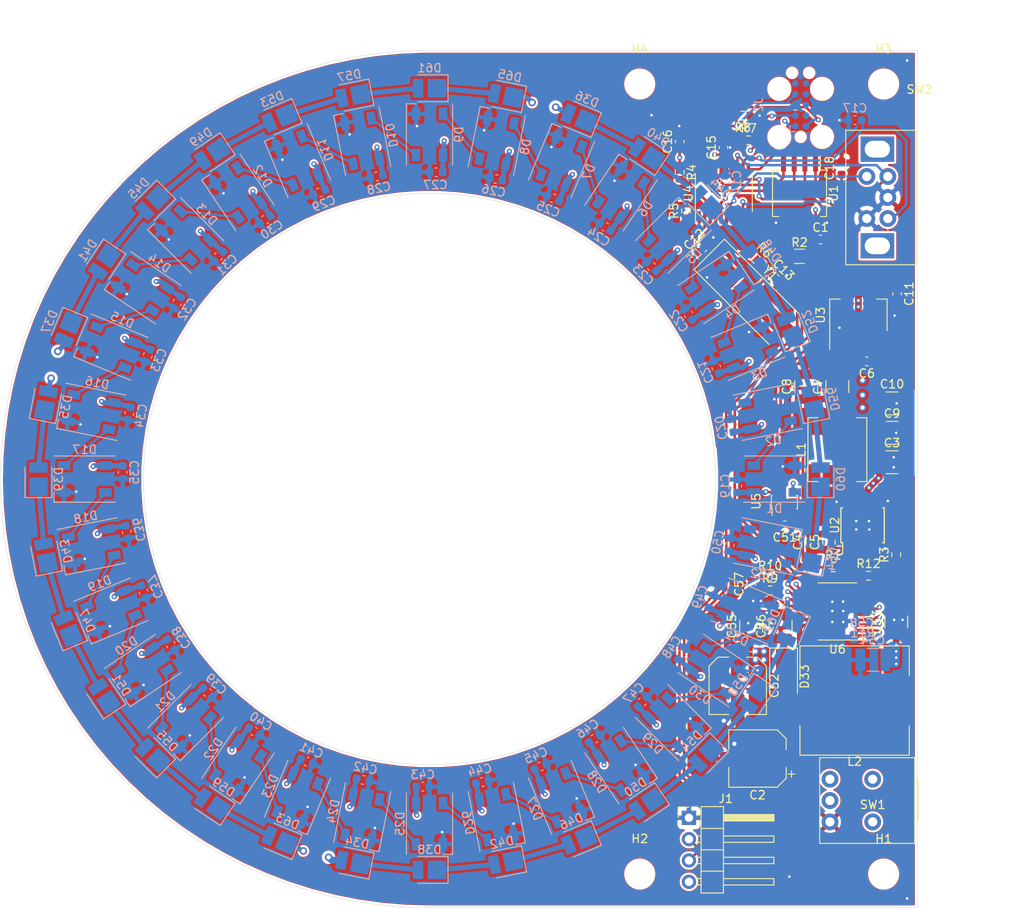
<source format=kicad_pcb>
(kicad_pcb (version 20171130) (host pcbnew 5.1.9)

  (general
    (thickness 1.6)
    (drawings 10)
    (tracks 984)
    (zones 0)
    (modules 152)
    (nets 95)
  )

  (page A4)
  (layers
    (0 F.Cu signal)
    (1 In1.Cu power)
    (2 In2.Cu power)
    (31 B.Cu signal)
    (32 B.Adhes user)
    (33 F.Adhes user)
    (34 B.Paste user)
    (35 F.Paste user)
    (36 B.SilkS user)
    (37 F.SilkS user)
    (38 B.Mask user)
    (39 F.Mask user)
    (40 Dwgs.User user)
    (41 Cmts.User user)
    (42 Eco1.User user)
    (43 Eco2.User user)
    (44 Edge.Cuts user)
    (45 Margin user)
    (46 B.CrtYd user)
    (47 F.CrtYd user)
    (48 B.Fab user hide)
    (49 F.Fab user hide)
  )

  (setup
    (last_trace_width 0.6)
    (user_trace_width 0.3)
    (user_trace_width 0.6)
    (user_trace_width 0.8)
    (user_trace_width 2.5)
    (trace_clearance 0.2)
    (zone_clearance 0.5)
    (zone_45_only no)
    (trace_min 0.2)
    (via_size 0.8)
    (via_drill 0.4)
    (via_min_size 0.4)
    (via_min_drill 0.3)
    (user_via 0.6 0.3)
    (user_via 0.9 0.5)
    (uvia_size 0.3)
    (uvia_drill 0.1)
    (uvias_allowed no)
    (uvia_min_size 0.2)
    (uvia_min_drill 0.1)
    (edge_width 0.05)
    (segment_width 0.2)
    (pcb_text_width 0.3)
    (pcb_text_size 1.5 1.5)
    (mod_edge_width 0.12)
    (mod_text_size 1 1)
    (mod_text_width 0.15)
    (pad_size 0.7874 0.7874)
    (pad_drill 0)
    (pad_to_mask_clearance 0)
    (aux_axis_origin 70 70)
    (grid_origin 70 70)
    (visible_elements FFFFFF7F)
    (pcbplotparams
      (layerselection 0x010fc_ffffffff)
      (usegerberextensions true)
      (usegerberattributes true)
      (usegerberadvancedattributes true)
      (creategerberjobfile true)
      (excludeedgelayer true)
      (linewidth 0.100000)
      (plotframeref false)
      (viasonmask false)
      (mode 1)
      (useauxorigin false)
      (hpglpennumber 1)
      (hpglpenspeed 20)
      (hpglpendiameter 15.000000)
      (psnegative false)
      (psa4output false)
      (plotreference true)
      (plotvalue true)
      (plotinvisibletext false)
      (padsonsilk false)
      (subtractmaskfromsilk false)
      (outputformat 1)
      (mirror false)
      (drillshape 0)
      (scaleselection 1)
      (outputdirectory "gerber/"))
  )

  (net 0 "")
  (net 1 GND)
  (net 2 +3V3)
  (net 3 /TIM3_CH1)
  (net 4 /TIM3_CH2)
  (net 5 +12V)
  (net 6 +5V)
  (net 7 "Net-(D1-Pad4)")
  (net 8 "Net-(D1-Pad2)")
  (net 9 "Net-(D2-Pad4)")
  (net 10 "Net-(D3-Pad4)")
  (net 11 "Net-(D22-Pad4)")
  (net 12 "Net-(D4-Pad4)")
  (net 13 "Net-(D23-Pad4)")
  (net 14 "Net-(D5-Pad4)")
  (net 15 "Net-(D10-Pad2)")
  (net 16 "Net-(D10-Pad4)")
  (net 17 "Net-(D11-Pad4)")
  (net 18 "Net-(D12-Pad4)")
  (net 19 "Net-(D13-Pad4)")
  (net 20 "Net-(D14-Pad4)")
  (net 21 "Net-(D15-Pad4)")
  (net 22 "Net-(D16-Pad4)")
  (net 23 "Net-(D17-Pad4)")
  (net 24 "Net-(D18-Pad4)")
  (net 25 "Net-(D19-Pad4)")
  (net 26 "Net-(D20-Pad4)")
  (net 27 "Net-(D24-Pad4)")
  (net 28 /DMX+)
  (net 29 /DMX-)
  (net 30 /~RESET)
  (net 31 /STM_RX)
  (net 32 /STM_TX)
  (net 33 /SWCLK)
  (net 34 /SWDIO)
  (net 35 "/LED Grave/SK6812_DATA_IN")
  (net 36 /BUTTON)
  (net 37 "Net-(L1-Pad1)")
  (net 38 "Net-(C12-Pad1)")
  (net 39 "Net-(C13-Pad1)")
  (net 40 "Net-(D6-Pad4)")
  (net 41 "Net-(D7-Pad4)")
  (net 42 "Net-(D8-Pad4)")
  (net 43 "Net-(D21-Pad4)")
  (net 44 "Net-(D25-Pad4)")
  (net 45 "Net-(D26-Pad4)")
  (net 46 "Net-(D27-Pad4)")
  (net 47 "Net-(D28-Pad4)")
  (net 48 "Net-(D29-Pad4)")
  (net 49 "Net-(J1-Pad4)")
  (net 50 "Net-(D34-Pad1)")
  (net 51 "Net-(D35-Pad1)")
  (net 52 "Net-(D36-Pad1)")
  (net 53 "Net-(D37-Pad1)")
  (net 54 "Net-(D38-Pad1)")
  (net 55 "Net-(D39-Pad1)")
  (net 56 "Net-(D40-Pad1)")
  (net 57 "Net-(D41-Pad1)")
  (net 58 "Net-(D42-Pad1)")
  (net 59 "Net-(D43-Pad1)")
  (net 60 "Net-(D44-Pad1)")
  (net 61 "Net-(D45-Pad1)")
  (net 62 "Net-(D46-Pad1)")
  (net 63 "Net-(D47-Pad1)")
  (net 64 "Net-(D48-Pad1)")
  (net 65 "Net-(D49-Pad1)")
  (net 66 "Net-(D50-Pad1)")
  (net 67 "Net-(D51-Pad1)")
  (net 68 "Net-(D52-Pad1)")
  (net 69 "Net-(D53-Pad1)")
  (net 70 "Net-(D54-Pad1)")
  (net 71 "Net-(D55-Pad1)")
  (net 72 "Net-(D56-Pad1)")
  (net 73 "Net-(D57-Pad1)")
  (net 74 "Net-(D58-Pad1)")
  (net 75 "Net-(D59-Pad1)")
  (net 76 "Net-(D60-Pad1)")
  (net 77 "Net-(D61-Pad1)")
  (net 78 "Net-(D62-Pad1)")
  (net 79 "Net-(D63-Pad1)")
  (net 80 "Net-(R1-Pad2)")
  (net 81 /DMX_~RX~TX)
  (net 82 /WHITE_PWM)
  (net 83 /WhiteLEDs/LED_SUPPLY)
  (net 84 "Net-(D30-Pad4)")
  (net 85 "Net-(C57-Pad2)")
  (net 86 "Net-(C58-Pad1)")
  (net 87 "Net-(D31-Pad4)")
  (net 88 "Net-(D33-Pad2)")
  (net 89 "Net-(D64-Pad1)")
  (net 90 "Net-(D65-Pad1)")
  (net 91 "Net-(R5-Pad1)")
  (net 92 "Net-(R6-Pad1)")
  (net 93 "Net-(R11-Pad2)")
  (net 94 "Net-(R12-Pad1)")

  (net_class Default "This is the default net class."
    (clearance 0.2)
    (trace_width 0.25)
    (via_dia 0.8)
    (via_drill 0.4)
    (uvia_dia 0.3)
    (uvia_drill 0.1)
    (diff_pair_width 0.3)
    (diff_pair_gap 0.26)
    (add_net +12V)
    (add_net +3V3)
    (add_net +5V)
    (add_net /BUTTON)
    (add_net /DMX+)
    (add_net /DMX-)
    (add_net /DMX_~RX~TX)
    (add_net "/LED Grave/SK6812_DATA_IN")
    (add_net /STM_RX)
    (add_net /STM_TX)
    (add_net /SWCLK)
    (add_net /SWDIO)
    (add_net /TIM3_CH1)
    (add_net /TIM3_CH2)
    (add_net /WHITE_PWM)
    (add_net /~RESET)
    (add_net GND)
    (add_net "Net-(C12-Pad1)")
    (add_net "Net-(C13-Pad1)")
    (add_net "Net-(C57-Pad2)")
    (add_net "Net-(C58-Pad1)")
    (add_net "Net-(D1-Pad2)")
    (add_net "Net-(D1-Pad4)")
    (add_net "Net-(D10-Pad2)")
    (add_net "Net-(D10-Pad4)")
    (add_net "Net-(D11-Pad4)")
    (add_net "Net-(D12-Pad4)")
    (add_net "Net-(D13-Pad4)")
    (add_net "Net-(D14-Pad4)")
    (add_net "Net-(D15-Pad4)")
    (add_net "Net-(D16-Pad4)")
    (add_net "Net-(D17-Pad4)")
    (add_net "Net-(D18-Pad4)")
    (add_net "Net-(D19-Pad4)")
    (add_net "Net-(D2-Pad4)")
    (add_net "Net-(D20-Pad4)")
    (add_net "Net-(D21-Pad4)")
    (add_net "Net-(D22-Pad4)")
    (add_net "Net-(D23-Pad4)")
    (add_net "Net-(D24-Pad4)")
    (add_net "Net-(D25-Pad4)")
    (add_net "Net-(D26-Pad4)")
    (add_net "Net-(D27-Pad4)")
    (add_net "Net-(D28-Pad4)")
    (add_net "Net-(D29-Pad4)")
    (add_net "Net-(D3-Pad4)")
    (add_net "Net-(D30-Pad4)")
    (add_net "Net-(D31-Pad4)")
    (add_net "Net-(D33-Pad2)")
    (add_net "Net-(D34-Pad1)")
    (add_net "Net-(D35-Pad1)")
    (add_net "Net-(D36-Pad1)")
    (add_net "Net-(D37-Pad1)")
    (add_net "Net-(D38-Pad1)")
    (add_net "Net-(D39-Pad1)")
    (add_net "Net-(D4-Pad4)")
    (add_net "Net-(D40-Pad1)")
    (add_net "Net-(D41-Pad1)")
    (add_net "Net-(D42-Pad1)")
    (add_net "Net-(D43-Pad1)")
    (add_net "Net-(D44-Pad1)")
    (add_net "Net-(D45-Pad1)")
    (add_net "Net-(D46-Pad1)")
    (add_net "Net-(D47-Pad1)")
    (add_net "Net-(D48-Pad1)")
    (add_net "Net-(D49-Pad1)")
    (add_net "Net-(D5-Pad4)")
    (add_net "Net-(D50-Pad1)")
    (add_net "Net-(D51-Pad1)")
    (add_net "Net-(D52-Pad1)")
    (add_net "Net-(D53-Pad1)")
    (add_net "Net-(D54-Pad1)")
    (add_net "Net-(D55-Pad1)")
    (add_net "Net-(D56-Pad1)")
    (add_net "Net-(D57-Pad1)")
    (add_net "Net-(D58-Pad1)")
    (add_net "Net-(D59-Pad1)")
    (add_net "Net-(D6-Pad4)")
    (add_net "Net-(D60-Pad1)")
    (add_net "Net-(D61-Pad1)")
    (add_net "Net-(D62-Pad1)")
    (add_net "Net-(D63-Pad1)")
    (add_net "Net-(D64-Pad1)")
    (add_net "Net-(D65-Pad1)")
    (add_net "Net-(D7-Pad4)")
    (add_net "Net-(D8-Pad4)")
    (add_net "Net-(J1-Pad4)")
    (add_net "Net-(L1-Pad1)")
    (add_net "Net-(R1-Pad2)")
    (add_net "Net-(R11-Pad2)")
    (add_net "Net-(R12-Pad1)")
    (add_net "Net-(R5-Pad1)")
    (add_net "Net-(R6-Pad1)")
  )

  (net_class LED_SUPPLY ""
    (clearance 0.35)
    (trace_width 0.25)
    (via_dia 0.8)
    (via_drill 0.4)
    (uvia_dia 0.3)
    (uvia_drill 0.1)
    (add_net /WhiteLEDs/LED_SUPPLY)
  )

  (module LED_SMD:LED_PLCC_2835 (layer B.Cu) (tedit 5C652239) (tstamp 6062632F)
    (at 52.205 112.96 157.5)
    (descr https://www.luckylight.cn/media/component/data-sheet/R2835BC-B2M-M10.pdf)
    (tags LED)
    (path /606770DB/606AC153)
    (attr smd)
    (fp_text reference D63 (at 0 2.4 337.5) (layer B.SilkS)
      (effects (font (size 1 1) (thickness 0.15)) (justify mirror))
    )
    (fp_text value LED (at 0 -2.475 337.5) (layer B.Fab)
      (effects (font (size 1 1) (thickness 0.15)) (justify mirror))
    )
    (fp_line (start -1.05 1.4) (end -1.75 0.7) (layer B.Fab) (width 0.1))
    (fp_line (start -2.2 1.6) (end -2.2 -1.6) (layer B.SilkS) (width 0.12))
    (fp_line (start 1.75 -1.4) (end -1.75 -1.4) (layer B.Fab) (width 0.1))
    (fp_line (start -1.75 -1.4) (end -1.75 0.7) (layer B.Fab) (width 0.1))
    (fp_line (start -1.05 1.4) (end 1.75 1.4) (layer B.Fab) (width 0.1))
    (fp_line (start 1.75 1.4) (end 1.75 -1.4) (layer B.Fab) (width 0.1))
    (fp_line (start 1.4 -1.6) (end -2.2 -1.6) (layer B.SilkS) (width 0.12))
    (fp_line (start 1.4 1.6) (end -2.2 1.6) (layer B.SilkS) (width 0.12))
    (fp_line (start 2.25 -1.65) (end -2.25 -1.65) (layer B.CrtYd) (width 0.05))
    (fp_line (start -2.25 -1.65) (end -2.25 1.65) (layer B.CrtYd) (width 0.05))
    (fp_line (start -2.25 1.65) (end 2.25 1.65) (layer B.CrtYd) (width 0.05))
    (fp_line (start 2.25 1.65) (end 2.25 -1.65) (layer B.CrtYd) (width 0.05))
    (fp_text user %R (at 0 0 337.5) (layer B.Fab)
      (effects (font (size 0.9 0.9) (thickness 0.135)) (justify mirror))
    )
    (pad 2 smd rect (at 1.375 0 157.5) (size 1.25 2.2) (layers B.Cu B.Paste B.Mask)
      (net 75 "Net-(D59-Pad1)"))
    (pad 1 smd rect (at -0.9 0 157.5) (size 2.2 2.2) (layers B.Cu B.Paste B.Mask)
      (net 79 "Net-(D63-Pad1)"))
    (model ${KISYS3DMOD}/LED_SMD.3dshapes/LED_PLCC_2835.wrl
      (at (xyz 0 0 0))
      (scale (xyz 1 1 1))
      (rotate (xyz 0 0 0))
    )
  )

  (module shimatta_smd:Texas_PWP-PDSO-G20 (layer F.Cu) (tedit 605F5732) (tstamp 606231DF)
    (at 118.5 85.75 180)
    (descr "20-Pin Thermally Enhanced Thin Shrink Small-Outline Package, Body 4.4x6.5x1.1mm, Pad 3.0x4.2mm, Texas Instruments (see http://www.ti.com/lit/ds/symlink/lm5118.pdf)")
    (tags "PWP HTSSOP 0.65mm")
    (path /606770DB/606038B7)
    (attr smd)
    (fp_text reference U6 (at 0 -4.5) (layer F.SilkS)
      (effects (font (size 1 1) (thickness 0.15)))
    )
    (fp_text value LP8867C-Q1 (at 0 4.5) (layer F.Fab)
      (effects (font (size 1 1) (thickness 0.15)))
    )
    (fp_line (start 2.31 3.4) (end -2.31 3.4) (layer F.SilkS) (width 0.12))
    (fp_line (start 4.11 -3.5) (end -4.11 -3.5) (layer F.CrtYd) (width 0.05))
    (fp_line (start 4.11 3.5) (end 4.11 -3.5) (layer F.CrtYd) (width 0.05))
    (fp_line (start -4.11 3.5) (end 4.11 3.5) (layer F.CrtYd) (width 0.05))
    (fp_line (start -4.11 -3.5) (end -4.11 3.5) (layer F.CrtYd) (width 0.05))
    (fp_line (start -1.2 -3.25) (end -2.2 -2.25) (layer F.Fab) (width 0.1))
    (fp_line (start 2.2 3.25) (end 2.2 -3.25) (layer F.Fab) (width 0.1))
    (fp_line (start -2.2 3.25) (end 2.2 3.25) (layer F.Fab) (width 0.1))
    (fp_line (start -2.2 -2.25) (end -2.2 3.25) (layer F.Fab) (width 0.1))
    (fp_line (start 2.2 -3.25) (end -1.2 -3.25) (layer F.Fab) (width 0.1))
    (fp_line (start 2.31 -3.4) (end -3.86 -3.4) (layer F.SilkS) (width 0.12))
    (fp_text user %R (at 0 0) (layer F.Fab)
      (effects (font (size 1 1) (thickness 0.15)))
    )
    (pad 21 smd rect (at 0 0 180) (size 2.4 3.7) (layers F.Cu F.Paste F.Mask)
      (net 1 GND))
    (pad 20 smd rect (at 2.97 -2.925 180) (size 1.78 0.42) (layers F.Cu F.Paste F.Mask)
      (net 5 +12V))
    (pad 19 smd rect (at 2.97 -2.275 180) (size 1.78 0.42) (layers F.Cu F.Paste F.Mask))
    (pad 18 smd rect (at 2.97 -1.625 180) (size 1.78 0.42) (layers F.Cu F.Paste F.Mask)
      (net 88 "Net-(D33-Pad2)"))
    (pad 17 smd rect (at 2.97 -0.975 180) (size 1.78 0.42) (layers F.Cu F.Paste F.Mask)
      (net 1 GND))
    (pad 16 smd rect (at 2.97 -0.325 180) (size 1.78 0.42) (layers F.Cu F.Paste F.Mask)
      (net 85 "Net-(C57-Pad2)"))
    (pad 15 smd rect (at 2.97 0.325 180) (size 1.78 0.42) (layers F.Cu F.Paste F.Mask)
      (net 78 "Net-(D62-Pad1)"))
    (pad 14 smd rect (at 2.97 0.975 180) (size 1.78 0.42) (layers F.Cu F.Paste F.Mask)
      (net 79 "Net-(D63-Pad1)"))
    (pad 13 smd rect (at 2.97 1.625 180) (size 1.78 0.42) (layers F.Cu F.Paste F.Mask)
      (net 89 "Net-(D64-Pad1)"))
    (pad 12 smd rect (at 2.97 2.275 180) (size 1.78 0.42) (layers F.Cu F.Paste F.Mask)
      (net 90 "Net-(D65-Pad1)"))
    (pad 11 smd rect (at 2.97 2.925 180) (size 1.78 0.42) (layers F.Cu F.Paste F.Mask)
      (net 1 GND))
    (pad 10 smd rect (at -2.97 2.925 180) (size 1.78 0.42) (layers F.Cu F.Paste F.Mask)
      (net 94 "Net-(R12-Pad1)"))
    (pad 9 smd rect (at -2.97 2.275 180) (size 1.78 0.42) (layers F.Cu F.Paste F.Mask)
      (net 1 GND))
    (pad 8 smd rect (at -2.97 1.625 180) (size 1.78 0.42) (layers F.Cu F.Paste F.Mask))
    (pad 7 smd rect (at -2.97 0.975 180) (size 1.78 0.42) (layers F.Cu F.Paste F.Mask)
      (net 82 /WHITE_PWM))
    (pad 6 smd rect (at -2.97 0.325 180) (size 1.78 0.42) (layers F.Cu F.Paste F.Mask)
      (net 2 +3V3))
    (pad 5 smd rect (at -2.97 -0.325 180) (size 1.78 0.42) (layers F.Cu F.Paste F.Mask))
    (pad 4 smd rect (at -2.97 -0.975 180) (size 1.78 0.42) (layers F.Cu F.Paste F.Mask)
      (net 2 +3V3))
    (pad 3 smd rect (at -2.97 -1.625 180) (size 1.78 0.42) (layers F.Cu F.Paste F.Mask)
      (net 93 "Net-(R11-Pad2)"))
    (pad 2 smd rect (at -2.97 -2.275 180) (size 1.78 0.42) (layers F.Cu F.Paste F.Mask)
      (net 86 "Net-(C58-Pad1)"))
    (pad 1 smd rect (at -2.97 -2.925 180) (size 1.78 0.42) (layers F.Cu F.Paste F.Mask)
      (net 5 +12V))
    (model ${KISYS3DMOD}/Package_SO.3dshapes/Texas_PWP0020A.wrl
      (at (xyz 0 0 0))
      (scale (xyz 1 1 1))
      (rotate (xyz 0 0 0))
    )
  )

  (module Connector_PinHeader_2.54mm:PinHeader_1x04_P2.54mm_Horizontal (layer F.Cu) (tedit 59FED5CB) (tstamp 60620783)
    (at 100.85 110.3)
    (descr "Through hole angled pin header, 1x04, 2.54mm pitch, 6mm pin length, single row")
    (tags "Through hole angled pin header THT 1x04 2.54mm single row")
    (path /60165C9A)
    (fp_text reference J1 (at 4.385 -2.27) (layer F.SilkS)
      (effects (font (size 1 1) (thickness 0.15)))
    )
    (fp_text value Conn_01x04 (at 4.385 9.89) (layer F.Fab)
      (effects (font (size 1 1) (thickness 0.15)))
    )
    (fp_line (start 10.55 -1.8) (end -1.8 -1.8) (layer F.CrtYd) (width 0.05))
    (fp_line (start 10.55 9.4) (end 10.55 -1.8) (layer F.CrtYd) (width 0.05))
    (fp_line (start -1.8 9.4) (end 10.55 9.4) (layer F.CrtYd) (width 0.05))
    (fp_line (start -1.8 -1.8) (end -1.8 9.4) (layer F.CrtYd) (width 0.05))
    (fp_line (start -1.27 -1.27) (end 0 -1.27) (layer F.SilkS) (width 0.12))
    (fp_line (start -1.27 0) (end -1.27 -1.27) (layer F.SilkS) (width 0.12))
    (fp_line (start 1.042929 8) (end 1.44 8) (layer F.SilkS) (width 0.12))
    (fp_line (start 1.042929 7.24) (end 1.44 7.24) (layer F.SilkS) (width 0.12))
    (fp_line (start 10.1 8) (end 4.1 8) (layer F.SilkS) (width 0.12))
    (fp_line (start 10.1 7.24) (end 10.1 8) (layer F.SilkS) (width 0.12))
    (fp_line (start 4.1 7.24) (end 10.1 7.24) (layer F.SilkS) (width 0.12))
    (fp_line (start 1.44 6.35) (end 4.1 6.35) (layer F.SilkS) (width 0.12))
    (fp_line (start 1.042929 5.46) (end 1.44 5.46) (layer F.SilkS) (width 0.12))
    (fp_line (start 1.042929 4.7) (end 1.44 4.7) (layer F.SilkS) (width 0.12))
    (fp_line (start 10.1 5.46) (end 4.1 5.46) (layer F.SilkS) (width 0.12))
    (fp_line (start 10.1 4.7) (end 10.1 5.46) (layer F.SilkS) (width 0.12))
    (fp_line (start 4.1 4.7) (end 10.1 4.7) (layer F.SilkS) (width 0.12))
    (fp_line (start 1.44 3.81) (end 4.1 3.81) (layer F.SilkS) (width 0.12))
    (fp_line (start 1.042929 2.92) (end 1.44 2.92) (layer F.SilkS) (width 0.12))
    (fp_line (start 1.042929 2.16) (end 1.44 2.16) (layer F.SilkS) (width 0.12))
    (fp_line (start 10.1 2.92) (end 4.1 2.92) (layer F.SilkS) (width 0.12))
    (fp_line (start 10.1 2.16) (end 10.1 2.92) (layer F.SilkS) (width 0.12))
    (fp_line (start 4.1 2.16) (end 10.1 2.16) (layer F.SilkS) (width 0.12))
    (fp_line (start 1.44 1.27) (end 4.1 1.27) (layer F.SilkS) (width 0.12))
    (fp_line (start 1.11 0.38) (end 1.44 0.38) (layer F.SilkS) (width 0.12))
    (fp_line (start 1.11 -0.38) (end 1.44 -0.38) (layer F.SilkS) (width 0.12))
    (fp_line (start 4.1 0.28) (end 10.1 0.28) (layer F.SilkS) (width 0.12))
    (fp_line (start 4.1 0.16) (end 10.1 0.16) (layer F.SilkS) (width 0.12))
    (fp_line (start 4.1 0.04) (end 10.1 0.04) (layer F.SilkS) (width 0.12))
    (fp_line (start 4.1 -0.08) (end 10.1 -0.08) (layer F.SilkS) (width 0.12))
    (fp_line (start 4.1 -0.2) (end 10.1 -0.2) (layer F.SilkS) (width 0.12))
    (fp_line (start 4.1 -0.32) (end 10.1 -0.32) (layer F.SilkS) (width 0.12))
    (fp_line (start 10.1 0.38) (end 4.1 0.38) (layer F.SilkS) (width 0.12))
    (fp_line (start 10.1 -0.38) (end 10.1 0.38) (layer F.SilkS) (width 0.12))
    (fp_line (start 4.1 -0.38) (end 10.1 -0.38) (layer F.SilkS) (width 0.12))
    (fp_line (start 4.1 -1.33) (end 1.44 -1.33) (layer F.SilkS) (width 0.12))
    (fp_line (start 4.1 8.95) (end 4.1 -1.33) (layer F.SilkS) (width 0.12))
    (fp_line (start 1.44 8.95) (end 4.1 8.95) (layer F.SilkS) (width 0.12))
    (fp_line (start 1.44 -1.33) (end 1.44 8.95) (layer F.SilkS) (width 0.12))
    (fp_line (start 4.04 7.94) (end 10.04 7.94) (layer F.Fab) (width 0.1))
    (fp_line (start 10.04 7.3) (end 10.04 7.94) (layer F.Fab) (width 0.1))
    (fp_line (start 4.04 7.3) (end 10.04 7.3) (layer F.Fab) (width 0.1))
    (fp_line (start -0.32 7.94) (end 1.5 7.94) (layer F.Fab) (width 0.1))
    (fp_line (start -0.32 7.3) (end -0.32 7.94) (layer F.Fab) (width 0.1))
    (fp_line (start -0.32 7.3) (end 1.5 7.3) (layer F.Fab) (width 0.1))
    (fp_line (start 4.04 5.4) (end 10.04 5.4) (layer F.Fab) (width 0.1))
    (fp_line (start 10.04 4.76) (end 10.04 5.4) (layer F.Fab) (width 0.1))
    (fp_line (start 4.04 4.76) (end 10.04 4.76) (layer F.Fab) (width 0.1))
    (fp_line (start -0.32 5.4) (end 1.5 5.4) (layer F.Fab) (width 0.1))
    (fp_line (start -0.32 4.76) (end -0.32 5.4) (layer F.Fab) (width 0.1))
    (fp_line (start -0.32 4.76) (end 1.5 4.76) (layer F.Fab) (width 0.1))
    (fp_line (start 4.04 2.86) (end 10.04 2.86) (layer F.Fab) (width 0.1))
    (fp_line (start 10.04 2.22) (end 10.04 2.86) (layer F.Fab) (width 0.1))
    (fp_line (start 4.04 2.22) (end 10.04 2.22) (layer F.Fab) (width 0.1))
    (fp_line (start -0.32 2.86) (end 1.5 2.86) (layer F.Fab) (width 0.1))
    (fp_line (start -0.32 2.22) (end -0.32 2.86) (layer F.Fab) (width 0.1))
    (fp_line (start -0.32 2.22) (end 1.5 2.22) (layer F.Fab) (width 0.1))
    (fp_line (start 4.04 0.32) (end 10.04 0.32) (layer F.Fab) (width 0.1))
    (fp_line (start 10.04 -0.32) (end 10.04 0.32) (layer F.Fab) (width 0.1))
    (fp_line (start 4.04 -0.32) (end 10.04 -0.32) (layer F.Fab) (width 0.1))
    (fp_line (start -0.32 0.32) (end 1.5 0.32) (layer F.Fab) (width 0.1))
    (fp_line (start -0.32 -0.32) (end -0.32 0.32) (layer F.Fab) (width 0.1))
    (fp_line (start -0.32 -0.32) (end 1.5 -0.32) (layer F.Fab) (width 0.1))
    (fp_line (start 1.5 -0.635) (end 2.135 -1.27) (layer F.Fab) (width 0.1))
    (fp_line (start 1.5 8.89) (end 1.5 -0.635) (layer F.Fab) (width 0.1))
    (fp_line (start 4.04 8.89) (end 1.5 8.89) (layer F.Fab) (width 0.1))
    (fp_line (start 4.04 -1.27) (end 4.04 8.89) (layer F.Fab) (width 0.1))
    (fp_line (start 2.135 -1.27) (end 4.04 -1.27) (layer F.Fab) (width 0.1))
    (fp_text user %R (at 2.77 3.81 90) (layer F.Fab)
      (effects (font (size 1 1) (thickness 0.15)))
    )
    (pad 4 thru_hole oval (at 0 7.62) (size 1.7 1.7) (drill 1) (layers *.Cu *.Mask)
      (net 49 "Net-(J1-Pad4)"))
    (pad 3 thru_hole oval (at 0 5.08) (size 1.7 1.7) (drill 1) (layers *.Cu *.Mask)
      (net 29 /DMX-))
    (pad 2 thru_hole oval (at 0 2.54) (size 1.7 1.7) (drill 1) (layers *.Cu *.Mask)
      (net 28 /DMX+))
    (pad 1 thru_hole rect (at 0 0) (size 1.7 1.7) (drill 1) (layers *.Cu *.Mask)
      (net 1 GND))
    (model ${KISYS3DMOD}/Connector_PinHeader_2.54mm.3dshapes/PinHeader_1x04_P2.54mm_Horizontal.wrl
      (at (xyz 0 0 0))
      (scale (xyz 1 1 1))
      (rotate (xyz 0 0 0))
    )
  )

  (module LED_SMD:LED_SK6812_PLCC4_5.0x5.0mm_P3.2mm (layer B.Cu) (tedit 5AA4B263) (tstamp 6061FF09)
    (at 110.212 77.999 348.8)
    (descr https://cdn-shop.adafruit.com/product-files/1138/SK6812+LED+datasheet+.pdf)
    (tags "LED RGB NeoPixel")
    (path /60184A6B/607DDDBD)
    (attr smd)
    (fp_text reference D32 (at 0 3.5 168.8) (layer B.SilkS)
      (effects (font (size 1 1) (thickness 0.15)) (justify mirror))
    )
    (fp_text value SK6812 (at 0 -4 168.8) (layer B.Fab)
      (effects (font (size 1 1) (thickness 0.15)) (justify mirror))
    )
    (fp_text user %R (at 0 0 168.8) (layer B.Fab)
      (effects (font (size 0.8 0.8) (thickness 0.15)) (justify mirror))
    )
    (fp_line (start 3.45 2.75) (end -3.45 2.75) (layer B.CrtYd) (width 0.05))
    (fp_line (start 3.45 -2.75) (end 3.45 2.75) (layer B.CrtYd) (width 0.05))
    (fp_line (start -3.45 -2.75) (end 3.45 -2.75) (layer B.CrtYd) (width 0.05))
    (fp_line (start -3.45 2.75) (end -3.45 -2.75) (layer B.CrtYd) (width 0.05))
    (fp_line (start 2.5 -1.5) (end 1.5 -2.5) (layer B.Fab) (width 0.1))
    (fp_line (start -2.5 2.5) (end -2.5 -2.5) (layer B.Fab) (width 0.1))
    (fp_line (start -2.5 -2.5) (end 2.5 -2.5) (layer B.Fab) (width 0.1))
    (fp_line (start 2.5 -2.5) (end 2.5 2.5) (layer B.Fab) (width 0.1))
    (fp_line (start 2.5 2.5) (end -2.5 2.5) (layer B.Fab) (width 0.1))
    (fp_line (start -3.65 2.75) (end 3.65 2.75) (layer B.SilkS) (width 0.12))
    (fp_line (start -3.65 -2.75) (end 3.65 -2.75) (layer B.SilkS) (width 0.12))
    (fp_line (start 3.65 -2.75) (end 3.65 -1.6) (layer B.SilkS) (width 0.12))
    (fp_circle (center 0 0) (end 0 2) (layer B.Fab) (width 0.1))
    (pad 3 smd rect (at -2.45 1.6 348.8) (size 1.5 1) (layers B.Cu B.Paste B.Mask)
      (net 6 +5V))
    (pad 4 smd rect (at -2.45 -1.6 348.8) (size 1.5 1) (layers B.Cu B.Paste B.Mask))
    (pad 2 smd rect (at 2.45 1.6 348.8) (size 1.5 1) (layers B.Cu B.Paste B.Mask)
      (net 87 "Net-(D31-Pad4)"))
    (pad 1 smd rect (at 2.45 -1.6 348.8) (size 1.5 1) (layers B.Cu B.Paste B.Mask)
      (net 1 GND))
    (model ${KISYS3DMOD}/LED_SMD.3dshapes/LED_SK6812_PLCC4_5.0x5.0mm_P3.2mm.wrl
      (at (xyz 0 0 0))
      (scale (xyz 1 1 1))
      (rotate (xyz 0 0 0))
    )
  )

  (module LED_SMD:LED_SK6812_PLCC4_5.0x5.0mm_P3.2mm (layer B.Cu) (tedit 5AA4B263) (tstamp 6061FEF3)
    (at 107.879 85.69 337.5)
    (descr https://cdn-shop.adafruit.com/product-files/1138/SK6812+LED+datasheet+.pdf)
    (tags "LED RGB NeoPixel")
    (path /60184A6B/607DD711)
    (attr smd)
    (fp_text reference D31 (at 0 3.5 157.5) (layer B.SilkS)
      (effects (font (size 1 1) (thickness 0.15)) (justify mirror))
    )
    (fp_text value SK6812 (at 0 -4 157.5) (layer B.Fab)
      (effects (font (size 1 1) (thickness 0.15)) (justify mirror))
    )
    (fp_text user %R (at 0 0 157.5) (layer B.Fab)
      (effects (font (size 0.8 0.8) (thickness 0.15)) (justify mirror))
    )
    (fp_line (start 3.45 2.75) (end -3.45 2.75) (layer B.CrtYd) (width 0.05))
    (fp_line (start 3.45 -2.75) (end 3.45 2.75) (layer B.CrtYd) (width 0.05))
    (fp_line (start -3.45 -2.75) (end 3.45 -2.75) (layer B.CrtYd) (width 0.05))
    (fp_line (start -3.45 2.75) (end -3.45 -2.75) (layer B.CrtYd) (width 0.05))
    (fp_line (start 2.5 -1.5) (end 1.5 -2.5) (layer B.Fab) (width 0.1))
    (fp_line (start -2.5 2.5) (end -2.5 -2.5) (layer B.Fab) (width 0.1))
    (fp_line (start -2.5 -2.5) (end 2.5 -2.5) (layer B.Fab) (width 0.1))
    (fp_line (start 2.5 -2.5) (end 2.5 2.5) (layer B.Fab) (width 0.1))
    (fp_line (start 2.5 2.5) (end -2.5 2.5) (layer B.Fab) (width 0.1))
    (fp_line (start -3.65 2.75) (end 3.65 2.75) (layer B.SilkS) (width 0.12))
    (fp_line (start -3.65 -2.75) (end 3.65 -2.75) (layer B.SilkS) (width 0.12))
    (fp_line (start 3.65 -2.75) (end 3.65 -1.6) (layer B.SilkS) (width 0.12))
    (fp_circle (center 0 0) (end 0 2) (layer B.Fab) (width 0.1))
    (pad 3 smd rect (at -2.45 1.6 337.5) (size 1.5 1) (layers B.Cu B.Paste B.Mask)
      (net 6 +5V))
    (pad 4 smd rect (at -2.45 -1.6 337.5) (size 1.5 1) (layers B.Cu B.Paste B.Mask)
      (net 87 "Net-(D31-Pad4)"))
    (pad 2 smd rect (at 2.45 1.6 337.5) (size 1.5 1) (layers B.Cu B.Paste B.Mask)
      (net 84 "Net-(D30-Pad4)"))
    (pad 1 smd rect (at 2.45 -1.6 337.5) (size 1.5 1) (layers B.Cu B.Paste B.Mask)
      (net 1 GND))
    (model ${KISYS3DMOD}/LED_SMD.3dshapes/LED_SK6812_PLCC4_5.0x5.0mm_P3.2mm.wrl
      (at (xyz 0 0 0))
      (scale (xyz 1 1 1))
      (rotate (xyz 0 0 0))
    )
  )

  (module Capacitor_SMD:C_0603_1608Metric (layer F.Cu) (tedit 5F68FEEE) (tstamp 6061F96A)
    (at 112.25 75.5 180)
    (descr "Capacitor SMD 0603 (1608 Metric), square (rectangular) end terminal, IPC_7351 nominal, (Body size source: IPC-SM-782 page 76, https://www.pcb-3d.com/wordpress/wp-content/uploads/ipc-sm-782a_amendment_1_and_2.pdf), generated with kicad-footprint-generator")
    (tags capacitor)
    (path /60184A6B/607DDDDD)
    (attr smd)
    (fp_text reference C51 (at 0 -1.43) (layer F.SilkS)
      (effects (font (size 1 1) (thickness 0.15)))
    )
    (fp_text value 100n (at 0 1.43) (layer F.Fab)
      (effects (font (size 1 1) (thickness 0.15)))
    )
    (fp_text user %R (at 0 0) (layer F.Fab)
      (effects (font (size 0.4 0.4) (thickness 0.06)))
    )
    (fp_line (start -0.8 0.4) (end -0.8 -0.4) (layer F.Fab) (width 0.1))
    (fp_line (start -0.8 -0.4) (end 0.8 -0.4) (layer F.Fab) (width 0.1))
    (fp_line (start 0.8 -0.4) (end 0.8 0.4) (layer F.Fab) (width 0.1))
    (fp_line (start 0.8 0.4) (end -0.8 0.4) (layer F.Fab) (width 0.1))
    (fp_line (start -0.14058 -0.51) (end 0.14058 -0.51) (layer F.SilkS) (width 0.12))
    (fp_line (start -0.14058 0.51) (end 0.14058 0.51) (layer F.SilkS) (width 0.12))
    (fp_line (start -1.48 0.73) (end -1.48 -0.73) (layer F.CrtYd) (width 0.05))
    (fp_line (start -1.48 -0.73) (end 1.48 -0.73) (layer F.CrtYd) (width 0.05))
    (fp_line (start 1.48 -0.73) (end 1.48 0.73) (layer F.CrtYd) (width 0.05))
    (fp_line (start 1.48 0.73) (end -1.48 0.73) (layer F.CrtYd) (width 0.05))
    (pad 2 smd roundrect (at 0.775 0 180) (size 0.9 0.95) (layers F.Cu F.Paste F.Mask) (roundrect_rratio 0.25)
      (net 6 +5V))
    (pad 1 smd roundrect (at -0.775 0 180) (size 0.9 0.95) (layers F.Cu F.Paste F.Mask) (roundrect_rratio 0.25)
      (net 1 GND))
    (model ${KISYS3DMOD}/Capacitor_SMD.3dshapes/C_0603_1608Metric.wrl
      (at (xyz 0 0 0))
      (scale (xyz 1 1 1))
      (rotate (xyz 0 0 0))
    )
  )

  (module Capacitor_SMD:C_0603_1608Metric (layer B.Cu) (tedit 5F68FEEE) (tstamp 6061F959)
    (at 105.7 77.8 258.8)
    (descr "Capacitor SMD 0603 (1608 Metric), square (rectangular) end terminal, IPC_7351 nominal, (Body size source: IPC-SM-782 page 76, https://www.pcb-3d.com/wordpress/wp-content/uploads/ipc-sm-782a_amendment_1_and_2.pdf), generated with kicad-footprint-generator")
    (tags capacitor)
    (path /60184A6B/607DDDA3)
    (attr smd)
    (fp_text reference C50 (at 0 1.43 78.8) (layer B.SilkS)
      (effects (font (size 1 1) (thickness 0.15)) (justify mirror))
    )
    (fp_text value 100n (at 0 -1.43 78.8) (layer B.Fab)
      (effects (font (size 1 1) (thickness 0.15)) (justify mirror))
    )
    (fp_text user %R (at 0 0 78.8) (layer B.Fab)
      (effects (font (size 0.4 0.4) (thickness 0.06)) (justify mirror))
    )
    (fp_line (start -0.8 -0.4) (end -0.8 0.4) (layer B.Fab) (width 0.1))
    (fp_line (start -0.8 0.4) (end 0.8 0.4) (layer B.Fab) (width 0.1))
    (fp_line (start 0.8 0.4) (end 0.8 -0.4) (layer B.Fab) (width 0.1))
    (fp_line (start 0.8 -0.4) (end -0.8 -0.4) (layer B.Fab) (width 0.1))
    (fp_line (start -0.14058 0.51) (end 0.14058 0.51) (layer B.SilkS) (width 0.12))
    (fp_line (start -0.14058 -0.51) (end 0.14058 -0.51) (layer B.SilkS) (width 0.12))
    (fp_line (start -1.48 -0.73) (end -1.48 0.73) (layer B.CrtYd) (width 0.05))
    (fp_line (start -1.48 0.73) (end 1.48 0.73) (layer B.CrtYd) (width 0.05))
    (fp_line (start 1.48 0.73) (end 1.48 -0.73) (layer B.CrtYd) (width 0.05))
    (fp_line (start 1.48 -0.73) (end -1.48 -0.73) (layer B.CrtYd) (width 0.05))
    (pad 2 smd roundrect (at 0.775 0 258.8) (size 0.9 0.95) (layers B.Cu B.Paste B.Mask) (roundrect_rratio 0.25)
      (net 6 +5V))
    (pad 1 smd roundrect (at -0.775 0 258.8) (size 0.9 0.95) (layers B.Cu B.Paste B.Mask) (roundrect_rratio 0.25)
      (net 1 GND))
    (model ${KISYS3DMOD}/Capacitor_SMD.3dshapes/C_0603_1608Metric.wrl
      (at (xyz 0 0 0))
      (scale (xyz 1 1 1))
      (rotate (xyz 0 0 0))
    )
  )

  (module Crystal:Crystal_SMD_HC49-SD (layer F.Cu) (tedit 5A1AD52C) (tstamp 6060273B)
    (at 108 48 315)
    (descr "SMD Crystal HC-49-SD http://cdn-reichelt.de/documents/datenblatt/B400/xxx-HC49-SMD.pdf, 11.4x4.7mm^2 package")
    (tags "SMD SMT crystal")
    (path /5FFF8B8B)
    (attr smd)
    (fp_text reference Y1 (at 0 -3.55 135) (layer F.SilkS)
      (effects (font (size 1 1) (thickness 0.15)))
    )
    (fp_text value "8 MHz" (at 0 3.55 135) (layer F.Fab)
      (effects (font (size 1 1) (thickness 0.15)))
    )
    (fp_line (start 6.8 -2.6) (end -6.8 -2.6) (layer F.CrtYd) (width 0.05))
    (fp_line (start 6.8 2.6) (end 6.8 -2.6) (layer F.CrtYd) (width 0.05))
    (fp_line (start -6.8 2.6) (end 6.8 2.6) (layer F.CrtYd) (width 0.05))
    (fp_line (start -6.8 -2.6) (end -6.8 2.6) (layer F.CrtYd) (width 0.05))
    (fp_line (start -6.7 2.55) (end 5.9 2.55) (layer F.SilkS) (width 0.12))
    (fp_line (start -6.7 -2.55) (end -6.7 2.55) (layer F.SilkS) (width 0.12))
    (fp_line (start 5.9 -2.55) (end -6.7 -2.55) (layer F.SilkS) (width 0.12))
    (fp_line (start -3.015 2.115) (end 3.015 2.115) (layer F.Fab) (width 0.1))
    (fp_line (start -3.015 -2.115) (end 3.015 -2.115) (layer F.Fab) (width 0.1))
    (fp_line (start 5.7 -2.35) (end -5.7 -2.35) (layer F.Fab) (width 0.1))
    (fp_line (start 5.7 2.35) (end 5.7 -2.35) (layer F.Fab) (width 0.1))
    (fp_line (start -5.7 2.35) (end 5.7 2.35) (layer F.Fab) (width 0.1))
    (fp_line (start -5.7 -2.35) (end -5.7 2.35) (layer F.Fab) (width 0.1))
    (fp_arc (start 3.015 0) (end 3.015 -2.115) (angle 180) (layer F.Fab) (width 0.1))
    (fp_arc (start -3.015 0) (end -3.015 -2.115) (angle -180) (layer F.Fab) (width 0.1))
    (fp_text user %R (at 0 0 135) (layer F.Fab)
      (effects (font (size 1 1) (thickness 0.15)))
    )
    (pad 2 smd rect (at 4.25 0 315) (size 4.5 2) (layers F.Cu F.Paste F.Mask)
      (net 39 "Net-(C13-Pad1)"))
    (pad 1 smd rect (at -4.25 0 315) (size 4.5 2) (layers F.Cu F.Paste F.Mask)
      (net 38 "Net-(C12-Pad1)"))
    (model ${KISYS3DMOD}/Crystal.3dshapes/Crystal_SMD_HC49-SD.wrl
      (at (xyz 0 0 0))
      (scale (xyz 1 1 1))
      (rotate (xyz 0 0 0))
    )
  )

  (module shimatta_smd:SOT-25 (layer F.Cu) (tedit 600B4DBC) (tstamp 60602700)
    (at 112.25 72.75)
    (path /60184A6B/6000EF13)
    (fp_text reference U5 (at -3.4 -0.1 90) (layer F.SilkS)
      (effects (font (size 1 1) (thickness 0.15)))
    )
    (fp_text value 74AHCT1G126 (at 0 -1.9) (layer F.Fab)
      (effects (font (size 1 1) (thickness 0.15)))
    )
    (fp_line (start 1.5 0.8) (end 1.4 0.8) (layer F.SilkS) (width 0.12))
    (fp_line (start 1.5 -0.8) (end 1.5 0.8) (layer F.SilkS) (width 0.12))
    (fp_line (start 1.4 -0.8) (end 1.5 -0.8) (layer F.SilkS) (width 0.12))
    (fp_line (start -1.6 -0.8) (end -1.5 -0.8) (layer F.SilkS) (width 0.12))
    (fp_line (start -1.6 0) (end -1.6 -0.8) (layer F.SilkS) (width 0.12))
    (fp_line (start -1.5 0.8) (end -1.5 1.6) (layer F.SilkS) (width 0.12))
    (fp_line (start -1.5 0.8) (end -1.5 0.8) (layer F.SilkS) (width 0.12))
    (fp_line (start -1.6 0.8) (end -1.5 0.8) (layer F.SilkS) (width 0.12))
    (fp_line (start -1.6 0) (end -1.6 0.8) (layer F.SilkS) (width 0.12))
    (pad 5 smd rect (at -0.95 -1.2) (size 0.7 1) (layers F.Cu F.Paste F.Mask)
      (net 6 +5V))
    (pad 4 smd rect (at 0.95 -1.2) (size 0.7 1) (layers F.Cu F.Paste F.Mask)
      (net 8 "Net-(D1-Pad2)"))
    (pad 3 smd rect (at 0.95 1.2) (size 0.7 1) (layers F.Cu F.Paste F.Mask)
      (net 1 GND))
    (pad 2 smd rect (at 0 1.2) (size 0.7 1) (layers F.Cu F.Paste F.Mask)
      (net 35 "/LED Grave/SK6812_DATA_IN"))
    (pad 1 smd rect (at -0.95 1.2) (size 0.7 1) (layers F.Cu F.Paste F.Mask)
      (net 6 +5V))
  )

  (module Package_SO:TSSOP-20_4.4x6.5mm_P0.65mm (layer F.Cu) (tedit 5E476F32) (tstamp 606026EE)
    (at 105 36 90)
    (descr "TSSOP, 20 Pin (JEDEC MO-153 Var AC https://www.jedec.org/document_search?search_api_views_fulltext=MO-153), generated with kicad-footprint-generator ipc_gullwing_generator.py")
    (tags "TSSOP SO")
    (path /5FFCA58E)
    (attr smd)
    (fp_text reference U4 (at 0 -4.2 90) (layer F.SilkS)
      (effects (font (size 1 1) (thickness 0.15)))
    )
    (fp_text value STM32F030F4Px (at 0 4.2 90) (layer F.Fab)
      (effects (font (size 1 1) (thickness 0.15)))
    )
    (fp_line (start 3.85 -3.5) (end -3.85 -3.5) (layer F.CrtYd) (width 0.05))
    (fp_line (start 3.85 3.5) (end 3.85 -3.5) (layer F.CrtYd) (width 0.05))
    (fp_line (start -3.85 3.5) (end 3.85 3.5) (layer F.CrtYd) (width 0.05))
    (fp_line (start -3.85 -3.5) (end -3.85 3.5) (layer F.CrtYd) (width 0.05))
    (fp_line (start -2.2 -2.25) (end -1.2 -3.25) (layer F.Fab) (width 0.1))
    (fp_line (start -2.2 3.25) (end -2.2 -2.25) (layer F.Fab) (width 0.1))
    (fp_line (start 2.2 3.25) (end -2.2 3.25) (layer F.Fab) (width 0.1))
    (fp_line (start 2.2 -3.25) (end 2.2 3.25) (layer F.Fab) (width 0.1))
    (fp_line (start -1.2 -3.25) (end 2.2 -3.25) (layer F.Fab) (width 0.1))
    (fp_line (start 0 -3.385) (end -3.6 -3.385) (layer F.SilkS) (width 0.12))
    (fp_line (start 0 -3.385) (end 2.2 -3.385) (layer F.SilkS) (width 0.12))
    (fp_line (start 0 3.385) (end -2.2 3.385) (layer F.SilkS) (width 0.12))
    (fp_line (start 0 3.385) (end 2.2 3.385) (layer F.SilkS) (width 0.12))
    (fp_text user %R (at 0 0 90) (layer F.Fab)
      (effects (font (size 1 1) (thickness 0.15)))
    )
    (pad 20 smd roundrect (at 2.8625 -2.925 90) (size 1.475 0.4) (layers F.Cu F.Paste F.Mask) (roundrect_rratio 0.25)
      (net 33 /SWCLK))
    (pad 19 smd roundrect (at 2.8625 -2.275 90) (size 1.475 0.4) (layers F.Cu F.Paste F.Mask) (roundrect_rratio 0.25)
      (net 34 /SWDIO))
    (pad 18 smd roundrect (at 2.8625 -1.625 90) (size 1.475 0.4) (layers F.Cu F.Paste F.Mask) (roundrect_rratio 0.25)
      (net 31 /STM_RX))
    (pad 17 smd roundrect (at 2.8625 -0.975 90) (size 1.475 0.4) (layers F.Cu F.Paste F.Mask) (roundrect_rratio 0.25)
      (net 32 /STM_TX))
    (pad 16 smd roundrect (at 2.8625 -0.325 90) (size 1.475 0.4) (layers F.Cu F.Paste F.Mask) (roundrect_rratio 0.25)
      (net 2 +3V3))
    (pad 15 smd roundrect (at 2.8625 0.325 90) (size 1.475 0.4) (layers F.Cu F.Paste F.Mask) (roundrect_rratio 0.25)
      (net 1 GND))
    (pad 14 smd roundrect (at 2.8625 0.975 90) (size 1.475 0.4) (layers F.Cu F.Paste F.Mask) (roundrect_rratio 0.25)
      (net 82 /WHITE_PWM))
    (pad 13 smd roundrect (at 2.8625 1.625 90) (size 1.475 0.4) (layers F.Cu F.Paste F.Mask) (roundrect_rratio 0.25)
      (net 4 /TIM3_CH2))
    (pad 12 smd roundrect (at 2.8625 2.275 90) (size 1.475 0.4) (layers F.Cu F.Paste F.Mask) (roundrect_rratio 0.25)
      (net 3 /TIM3_CH1))
    (pad 11 smd roundrect (at 2.8625 2.925 90) (size 1.475 0.4) (layers F.Cu F.Paste F.Mask) (roundrect_rratio 0.25)
      (net 81 /DMX_~RX~TX))
    (pad 10 smd roundrect (at -2.8625 2.925 90) (size 1.475 0.4) (layers F.Cu F.Paste F.Mask) (roundrect_rratio 0.25))
    (pad 9 smd roundrect (at -2.8625 2.275 90) (size 1.475 0.4) (layers F.Cu F.Paste F.Mask) (roundrect_rratio 0.25)
      (net 35 "/LED Grave/SK6812_DATA_IN"))
    (pad 8 smd roundrect (at -2.8625 1.625 90) (size 1.475 0.4) (layers F.Cu F.Paste F.Mask) (roundrect_rratio 0.25))
    (pad 7 smd roundrect (at -2.8625 0.975 90) (size 1.475 0.4) (layers F.Cu F.Paste F.Mask) (roundrect_rratio 0.25))
    (pad 6 smd roundrect (at -2.8625 0.325 90) (size 1.475 0.4) (layers F.Cu F.Paste F.Mask) (roundrect_rratio 0.25)
      (net 36 /BUTTON))
    (pad 5 smd roundrect (at -2.8625 -0.325 90) (size 1.475 0.4) (layers F.Cu F.Paste F.Mask) (roundrect_rratio 0.25)
      (net 2 +3V3))
    (pad 4 smd roundrect (at -2.8625 -0.975 90) (size 1.475 0.4) (layers F.Cu F.Paste F.Mask) (roundrect_rratio 0.25)
      (net 30 /~RESET))
    (pad 3 smd roundrect (at -2.8625 -1.625 90) (size 1.475 0.4) (layers F.Cu F.Paste F.Mask) (roundrect_rratio 0.25)
      (net 92 "Net-(R6-Pad1)"))
    (pad 2 smd roundrect (at -2.8625 -2.275 90) (size 1.475 0.4) (layers F.Cu F.Paste F.Mask) (roundrect_rratio 0.25)
      (net 38 "Net-(C12-Pad1)"))
    (pad 1 smd roundrect (at -2.8625 -2.925 90) (size 1.475 0.4) (layers F.Cu F.Paste F.Mask) (roundrect_rratio 0.25)
      (net 91 "Net-(R5-Pad1)"))
    (model ${KISYS3DMOD}/Package_SO.3dshapes/TSSOP-20_4.4x6.5mm_P0.65mm.wrl
      (at (xyz 0 0 0))
      (scale (xyz 1 1 1))
      (rotate (xyz 0 0 0))
    )
  )

  (module Package_TO_SOT_SMD:SOT-223-3_TabPin2 (layer F.Cu) (tedit 5A02FF57) (tstamp 606026C8)
    (at 121 50.5 90)
    (descr "module CMS SOT223 4 pins")
    (tags "CMS SOT")
    (path /600D7EED)
    (attr smd)
    (fp_text reference U3 (at 0 -4.5 90) (layer F.SilkS)
      (effects (font (size 1 1) (thickness 0.15)))
    )
    (fp_text value AP1117-33 (at 0 4.5 90) (layer F.Fab)
      (effects (font (size 1 1) (thickness 0.15)))
    )
    (fp_line (start 1.85 -3.35) (end 1.85 3.35) (layer F.Fab) (width 0.1))
    (fp_line (start -1.85 3.35) (end 1.85 3.35) (layer F.Fab) (width 0.1))
    (fp_line (start -4.1 -3.41) (end 1.91 -3.41) (layer F.SilkS) (width 0.12))
    (fp_line (start -0.85 -3.35) (end 1.85 -3.35) (layer F.Fab) (width 0.1))
    (fp_line (start -1.85 3.41) (end 1.91 3.41) (layer F.SilkS) (width 0.12))
    (fp_line (start -1.85 -2.35) (end -1.85 3.35) (layer F.Fab) (width 0.1))
    (fp_line (start -1.85 -2.35) (end -0.85 -3.35) (layer F.Fab) (width 0.1))
    (fp_line (start -4.4 -3.6) (end -4.4 3.6) (layer F.CrtYd) (width 0.05))
    (fp_line (start -4.4 3.6) (end 4.4 3.6) (layer F.CrtYd) (width 0.05))
    (fp_line (start 4.4 3.6) (end 4.4 -3.6) (layer F.CrtYd) (width 0.05))
    (fp_line (start 4.4 -3.6) (end -4.4 -3.6) (layer F.CrtYd) (width 0.05))
    (fp_line (start 1.91 -3.41) (end 1.91 -2.15) (layer F.SilkS) (width 0.12))
    (fp_line (start 1.91 3.41) (end 1.91 2.15) (layer F.SilkS) (width 0.12))
    (fp_text user %R (at 0 0) (layer F.Fab)
      (effects (font (size 0.8 0.8) (thickness 0.12)))
    )
    (pad 1 smd rect (at -3.15 -2.3 90) (size 2 1.5) (layers F.Cu F.Paste F.Mask)
      (net 1 GND))
    (pad 3 smd rect (at -3.15 2.3 90) (size 2 1.5) (layers F.Cu F.Paste F.Mask)
      (net 6 +5V))
    (pad 2 smd rect (at -3.15 0 90) (size 2 1.5) (layers F.Cu F.Paste F.Mask)
      (net 2 +3V3))
    (pad 2 smd rect (at 3.15 0 90) (size 2 3.8) (layers F.Cu F.Paste F.Mask)
      (net 2 +3V3))
    (model ${KISYS3DMOD}/Package_TO_SOT_SMD.3dshapes/SOT-223.wrl
      (at (xyz 0 0 0))
      (scale (xyz 1 1 1))
      (rotate (xyz 0 0 0))
    )
  )

  (module Package_SO:TI_SO-PowerPAD-8 (layer F.Cu) (tedit 5A02F2D3) (tstamp 60622E03)
    (at 121.5 75.5 90)
    (descr "8-Lead Plastic PSOP, Exposed Die Pad (TI DDA0008B, see http://www.ti.com/lit/ds/symlink/lm3404.pdf)")
    (tags "SSOP 0.50 exposed pad")
    (path /6009A495)
    (attr smd)
    (fp_text reference U2 (at 0 -3.3 90) (layer F.SilkS)
      (effects (font (size 1 1) (thickness 0.15)))
    )
    (fp_text value ST1S10PHR (at 0 3.4 90) (layer F.Fab)
      (effects (font (size 1 1) (thickness 0.15)))
    )
    (fp_line (start -2.075 -2.375) (end -3.375 -2.375) (layer F.SilkS) (width 0.15))
    (fp_line (start -2.075 2.575) (end 2.075 2.575) (layer F.SilkS) (width 0.15))
    (fp_line (start -2.075 -2.575) (end 2.075 -2.575) (layer F.SilkS) (width 0.15))
    (fp_line (start -2.075 2.575) (end -2.075 2.375) (layer F.SilkS) (width 0.15))
    (fp_line (start 2.075 2.575) (end 2.075 2.375) (layer F.SilkS) (width 0.15))
    (fp_line (start 2.075 -2.575) (end 2.075 -2.375) (layer F.SilkS) (width 0.15))
    (fp_line (start -2.075 -2.575) (end -2.075 -2.375) (layer F.SilkS) (width 0.15))
    (fp_line (start -4 2.7) (end 4 2.7) (layer F.CrtYd) (width 0.05))
    (fp_line (start -4 -2.7) (end 4 -2.7) (layer F.CrtYd) (width 0.05))
    (fp_line (start 4 -2.7) (end 4 2.7) (layer F.CrtYd) (width 0.05))
    (fp_line (start -4 -2.7) (end -4 2.7) (layer F.CrtYd) (width 0.05))
    (fp_line (start -1.95 -1.45) (end -0.95 -2.45) (layer F.Fab) (width 0.15))
    (fp_line (start -1.95 2.45) (end -1.95 -1.45) (layer F.Fab) (width 0.15))
    (fp_line (start 1.95 2.45) (end -1.95 2.45) (layer F.Fab) (width 0.15))
    (fp_line (start 1.95 -2.45) (end 1.95 2.45) (layer F.Fab) (width 0.15))
    (fp_line (start -0.95 -2.45) (end 1.95 -2.45) (layer F.Fab) (width 0.15))
    (fp_text user %R (at 0 0 90) (layer F.Fab)
      (effects (font (size 1 1) (thickness 0.15)))
    )
    (pad 9 smd rect (at -0.6025 -0.775 90) (size 1.205 1.55) (layers F.Cu F.Paste F.Mask)
      (net 1 GND) (solder_paste_margin_ratio -0.2))
    (pad 9 smd rect (at -0.6025 0.775 90) (size 1.205 1.55) (layers F.Cu F.Paste F.Mask)
      (net 1 GND) (solder_paste_margin_ratio -0.2))
    (pad 9 smd rect (at 0.6025 -0.775 90) (size 1.205 1.55) (layers F.Cu F.Paste F.Mask)
      (net 1 GND) (solder_paste_margin_ratio -0.2))
    (pad 9 smd rect (at 0.6025 0.775 90) (size 1.205 1.55) (layers F.Cu F.Paste F.Mask)
      (net 1 GND) (solder_paste_margin_ratio -0.2))
    (pad 8 smd rect (at 2.78 -1.905 90) (size 1.91 0.61) (layers F.Cu F.Paste F.Mask)
      (net 1 GND))
    (pad 7 smd rect (at 2.78 -0.635 90) (size 1.91 0.61) (layers F.Cu F.Paste F.Mask)
      (net 37 "Net-(L1-Pad1)"))
    (pad 6 smd rect (at 2.78 0.635 90) (size 1.91 0.61) (layers F.Cu F.Paste F.Mask)
      (net 5 +12V))
    (pad 5 smd rect (at 2.78 1.905 90) (size 1.91 0.61) (layers F.Cu F.Paste F.Mask)
      (net 1 GND))
    (pad 4 smd rect (at -2.78 1.905 90) (size 1.91 0.61) (layers F.Cu F.Paste F.Mask)
      (net 1 GND))
    (pad 3 smd rect (at -2.78 0.635 90) (size 1.91 0.61) (layers F.Cu F.Paste F.Mask)
      (net 80 "Net-(R1-Pad2)"))
    (pad 2 smd rect (at -2.78 -0.635 90) (size 1.91 0.61) (layers F.Cu F.Paste F.Mask)
      (net 5 +12V))
    (pad 1 smd rect (at -2.78 -1.905 90) (size 1.91 0.61) (layers F.Cu F.Paste F.Mask)
      (net 5 +12V))
    (model ${KISYS3DMOD}/Package_SO.3dshapes/TI_SO-PowerPAD-8.wrl
      (at (xyz 0 0 0))
      (scale (xyz 1 1 1))
      (rotate (xyz 0 0 0))
    )
  )

  (module Package_SO:SO-8_5.3x6.2mm_P1.27mm (layer F.Cu) (tedit 5EA5315B) (tstamp 60602691)
    (at 114 36 270)
    (descr "SO, 8 Pin (https://www.ti.com/lit/ml/msop001a/msop001a.pdf), generated with kicad-footprint-generator ipc_gullwing_generator.py")
    (tags "SO SO")
    (path /60052EC8)
    (attr smd)
    (fp_text reference U1 (at 0 -4.05 90) (layer F.SilkS)
      (effects (font (size 1 1) (thickness 0.15)))
    )
    (fp_text value ST3485E (at 0 4.05 90) (layer F.Fab)
      (effects (font (size 1 1) (thickness 0.15)))
    )
    (fp_line (start 4.7 -3.35) (end -4.7 -3.35) (layer F.CrtYd) (width 0.05))
    (fp_line (start 4.7 3.35) (end 4.7 -3.35) (layer F.CrtYd) (width 0.05))
    (fp_line (start -4.7 3.35) (end 4.7 3.35) (layer F.CrtYd) (width 0.05))
    (fp_line (start -4.7 -3.35) (end -4.7 3.35) (layer F.CrtYd) (width 0.05))
    (fp_line (start -2.65 -2.1) (end -1.65 -3.1) (layer F.Fab) (width 0.1))
    (fp_line (start -2.65 3.1) (end -2.65 -2.1) (layer F.Fab) (width 0.1))
    (fp_line (start 2.65 3.1) (end -2.65 3.1) (layer F.Fab) (width 0.1))
    (fp_line (start 2.65 -3.1) (end 2.65 3.1) (layer F.Fab) (width 0.1))
    (fp_line (start -1.65 -3.1) (end 2.65 -3.1) (layer F.Fab) (width 0.1))
    (fp_line (start -2.76 -2.465) (end -4.45 -2.465) (layer F.SilkS) (width 0.12))
    (fp_line (start -2.76 -3.21) (end -2.76 -2.465) (layer F.SilkS) (width 0.12))
    (fp_line (start 0 -3.21) (end -2.76 -3.21) (layer F.SilkS) (width 0.12))
    (fp_line (start 2.76 -3.21) (end 2.76 -2.465) (layer F.SilkS) (width 0.12))
    (fp_line (start 0 -3.21) (end 2.76 -3.21) (layer F.SilkS) (width 0.12))
    (fp_line (start -2.76 3.21) (end -2.76 2.465) (layer F.SilkS) (width 0.12))
    (fp_line (start 0 3.21) (end -2.76 3.21) (layer F.SilkS) (width 0.12))
    (fp_line (start 2.76 3.21) (end 2.76 2.465) (layer F.SilkS) (width 0.12))
    (fp_line (start 0 3.21) (end 2.76 3.21) (layer F.SilkS) (width 0.12))
    (fp_text user %R (at 0 0 90) (layer F.Fab)
      (effects (font (size 1 1) (thickness 0.15)))
    )
    (pad 8 smd roundrect (at 3.5 -1.905 270) (size 1.9 0.6) (layers F.Cu F.Paste F.Mask) (roundrect_rratio 0.25)
      (net 2 +3V3))
    (pad 7 smd roundrect (at 3.5 -0.635 270) (size 1.9 0.6) (layers F.Cu F.Paste F.Mask) (roundrect_rratio 0.25)
      (net 29 /DMX-))
    (pad 6 smd roundrect (at 3.5 0.635 270) (size 1.9 0.6) (layers F.Cu F.Paste F.Mask) (roundrect_rratio 0.25)
      (net 28 /DMX+))
    (pad 5 smd roundrect (at 3.5 1.905 270) (size 1.9 0.6) (layers F.Cu F.Paste F.Mask) (roundrect_rratio 0.25)
      (net 1 GND))
    (pad 4 smd roundrect (at -3.5 1.905 270) (size 1.9 0.6) (layers F.Cu F.Paste F.Mask) (roundrect_rratio 0.25)
      (net 32 /STM_TX))
    (pad 3 smd roundrect (at -3.5 0.635 270) (size 1.9 0.6) (layers F.Cu F.Paste F.Mask) (roundrect_rratio 0.25)
      (net 81 /DMX_~RX~TX))
    (pad 2 smd roundrect (at -3.5 -0.635 270) (size 1.9 0.6) (layers F.Cu F.Paste F.Mask) (roundrect_rratio 0.25)
      (net 81 /DMX_~RX~TX))
    (pad 1 smd roundrect (at -3.5 -1.905 270) (size 1.9 0.6) (layers F.Cu F.Paste F.Mask) (roundrect_rratio 0.25)
      (net 31 /STM_RX))
    (model ${KISYS3DMOD}/Package_SO.3dshapes/SO-8_5.3x6.2mm_P1.27mm.wrl
      (at (xyz 0 0 0))
      (scale (xyz 1 1 1))
      (rotate (xyz 0 0 0))
    )
  )

  (module shimatta_switch:NINIGI-5FS1S102M6QE (layer F.Cu) (tedit 60200670) (tstamp 60602672)
    (at 122.7 108.25)
    (path /601264C2)
    (fp_text reference SW1 (at 0 0.5) (layer F.SilkS)
      (effects (font (size 1 1) (thickness 0.15)))
    )
    (fp_text value "5FS1S102M6QE " (at 0 -0.5) (layer F.Fab)
      (effects (font (size 1 1) (thickness 0.15)))
    )
    (fp_line (start 5.4 2.5) (end 5 2.5) (layer F.SilkS) (width 0.12))
    (fp_line (start 5.4 -2.5) (end 5.4 2.5) (layer F.SilkS) (width 0.12))
    (fp_line (start 5 -2.5) (end 5.4 -2.5) (layer F.SilkS) (width 0.12))
    (fp_line (start -6.3 5.1) (end -6.3 -2.5) (layer F.SilkS) (width 0.12))
    (fp_line (start 5 5.1) (end -6.3 5.1) (layer F.SilkS) (width 0.12))
    (fp_line (start 5 -5.1) (end 5 5.1) (layer F.SilkS) (width 0.12))
    (fp_line (start -6.3 -5.1) (end 5 -5.1) (layer F.SilkS) (width 0.12))
    (fp_line (start -6.3 -2.5) (end -6.3 -5.1) (layer F.SilkS) (width 0.12))
    (fp_line (start 8.1 0) (end 5 0) (layer F.Fab) (width 0.12))
    (fp_line (start 8.1 -2.5) (end 8.1 0) (layer F.Fab) (width 0.12))
    (fp_line (start 5 -2.5) (end 8.1 -2.5) (layer F.Fab) (width 0.12))
    (fp_line (start -5.1 5.1) (end -5 5.1) (layer F.Fab) (width 0.12))
    (fp_line (start -5.1 -5.1) (end -5.1 5.1) (layer F.Fab) (width 0.12))
    (fp_line (start 4.95 -5.1) (end -5.1 -5.1) (layer F.Fab) (width 0.12))
    (fp_line (start 4.95 5.1) (end -5 5.1) (layer F.Fab) (width 0.12))
    (fp_line (start 4.95 -5.1) (end 4.95 5.1) (layer F.Fab) (width 0.12))
    (pad 3 thru_hole circle (at -5.08 2.54) (size 2 2) (drill 1.1) (layers *.Cu *.Mask)
      (net 5 +12V))
    (pad 2 thru_hole circle (at -5.08 0) (size 2 2) (drill 1.1) (layers *.Cu *.Mask)
      (net 49 "Net-(J1-Pad4)"))
    (pad 1 thru_hole circle (at -5.08 -2.54) (size 2 2) (drill 1.1) (layers *.Cu *.Mask))
    (pad "" thru_hole circle (at 0 -2.54) (size 2 2) (drill 1.1) (layers *.Cu *.Mask))
    (pad "" thru_hole circle (at 0 2.54) (size 2 2) (drill 1.1) (layers *.Cu *.Mask))
  )

  (module shimatta_switch:EN11-VSM (layer F.Cu) (tedit 60201AA5) (tstamp 606033F8)
    (at 124.5 36.5)
    (path /600CCA72)
    (fp_text reference SW2 (at 3.75 -12.85) (layer F.SilkS)
      (effects (font (size 1 1) (thickness 0.15)))
    )
    (fp_text value Rotary_Encoder_Switch (at 2.25 0 90) (layer F.Fab)
      (effects (font (size 1 1) (thickness 0.15)))
    )
    (fp_line (start -5 -8) (end 3.35 -8) (layer F.Fab) (width 0.12))
    (fp_line (start -5 -8) (end -5 8) (layer F.Fab) (width 0.12))
    (fp_line (start -5 8) (end 3.35 8) (layer F.Fab) (width 0.12))
    (fp_line (start 3.35 -8) (end 3.35 8) (layer F.Fab) (width 0.12))
    (fp_line (start 3.35 -3.5) (end 8 -3.5) (layer F.Fab) (width 0.12))
    (fp_line (start 3.35 3.5) (end 8 3.5) (layer F.Fab) (width 0.12))
    (fp_line (start 8 -3.5) (end 8 3.5) (layer F.Fab) (width 0.12))
    (fp_line (start 8 -3) (end 16.15 -3) (layer F.Fab) (width 0.12))
    (fp_line (start 16.15 -3) (end 16.15 3) (layer F.Fab) (width 0.12))
    (fp_line (start 16.15 3) (end 8 3) (layer F.Fab) (width 0.12))
    (fp_line (start -5 -8) (end 3.35 -8) (layer F.SilkS) (width 0.12))
    (fp_line (start 3.35 -8) (end 3.35 8) (layer F.SilkS) (width 0.12))
    (fp_line (start 3.35 8) (end -5 8) (layer F.SilkS) (width 0.12))
    (fp_line (start -5 8) (end -5 -8) (layer F.SilkS) (width 0.12))
    (pad MP thru_hole rect (at -1.25 5.75) (size 4 3) (drill oval 3 2) (layers *.Cu *.Mask))
    (pad MP thru_hole rect (at -1.25 -5.75) (size 4 3) (drill oval 3 2) (layers *.Cu *.Mask))
    (pad S2 thru_hole circle (at -2.5 2.5) (size 2 2) (drill 1.1) (layers *.Cu *.Mask)
      (net 1 GND))
    (pad S1 thru_hole circle (at -2.5 -2.5) (size 2 2) (drill 1.1) (layers *.Cu *.Mask)
      (net 36 /BUTTON))
    (pad C thru_hole circle (at 0 0) (size 2 2) (drill 1.1) (layers *.Cu *.Mask)
      (net 1 GND))
    (pad B thru_hole circle (at 0 -2.5) (size 2 2) (drill 1.1) (layers *.Cu *.Mask)
      (net 4 /TIM3_CH2))
    (pad A thru_hole circle (at 0 2.5) (size 2 2) (drill 1.1) (layers *.Cu *.Mask)
      (net 3 /TIM3_CH1))
  )

  (module Resistor_SMD:R_0603_1608Metric (layer F.Cu) (tedit 5F68FEEE) (tstamp 60602640)
    (at 110.5 81.75)
    (descr "Resistor SMD 0603 (1608 Metric), square (rectangular) end terminal, IPC_7351 nominal, (Body size source: IPC-SM-782 page 72, https://www.pcb-3d.com/wordpress/wp-content/uploads/ipc-sm-782a_amendment_1_and_2.pdf), generated with kicad-footprint-generator")
    (tags resistor)
    (path /606770DB/6064ADF7)
    (attr smd)
    (fp_text reference R10 (at 0 -1.43) (layer F.SilkS)
      (effects (font (size 1 1) (thickness 0.15)))
    )
    (fp_text value 130k (at 0 1.43) (layer F.Fab)
      (effects (font (size 1 1) (thickness 0.15)))
    )
    (fp_line (start 1.48 0.73) (end -1.48 0.73) (layer F.CrtYd) (width 0.05))
    (fp_line (start 1.48 -0.73) (end 1.48 0.73) (layer F.CrtYd) (width 0.05))
    (fp_line (start -1.48 -0.73) (end 1.48 -0.73) (layer F.CrtYd) (width 0.05))
    (fp_line (start -1.48 0.73) (end -1.48 -0.73) (layer F.CrtYd) (width 0.05))
    (fp_line (start -0.237258 0.5225) (end 0.237258 0.5225) (layer F.SilkS) (width 0.12))
    (fp_line (start -0.237258 -0.5225) (end 0.237258 -0.5225) (layer F.SilkS) (width 0.12))
    (fp_line (start 0.8 0.4125) (end -0.8 0.4125) (layer F.Fab) (width 0.1))
    (fp_line (start 0.8 -0.4125) (end 0.8 0.4125) (layer F.Fab) (width 0.1))
    (fp_line (start -0.8 -0.4125) (end 0.8 -0.4125) (layer F.Fab) (width 0.1))
    (fp_line (start -0.8 0.4125) (end -0.8 -0.4125) (layer F.Fab) (width 0.1))
    (fp_text user %R (at 0 0) (layer F.Fab)
      (effects (font (size 0.4 0.4) (thickness 0.06)))
    )
    (pad 2 smd roundrect (at 0.825 0) (size 0.8 0.95) (layers F.Cu F.Paste F.Mask) (roundrect_rratio 0.25)
      (net 1 GND))
    (pad 1 smd roundrect (at -0.825 0) (size 0.8 0.95) (layers F.Cu F.Paste F.Mask) (roundrect_rratio 0.25)
      (net 85 "Net-(C57-Pad2)"))
    (model ${KISYS3DMOD}/Resistor_SMD.3dshapes/R_0603_1608Metric.wrl
      (at (xyz 0 0 0))
      (scale (xyz 1 1 1))
      (rotate (xyz 0 0 0))
    )
  )

  (module Resistor_SMD:R_0603_1608Metric (layer F.Cu) (tedit 5F68FEEE) (tstamp 6060262F)
    (at 107.25 26.75 180)
    (descr "Resistor SMD 0603 (1608 Metric), square (rectangular) end terminal, IPC_7351 nominal, (Body size source: IPC-SM-782 page 72, https://www.pcb-3d.com/wordpress/wp-content/uploads/ipc-sm-782a_amendment_1_and_2.pdf), generated with kicad-footprint-generator")
    (tags resistor)
    (path /601FEE20)
    (attr smd)
    (fp_text reference R8 (at 0 -1.43) (layer F.SilkS)
      (effects (font (size 1 1) (thickness 0.15)))
    )
    (fp_text value 10k (at 0 1.43) (layer F.Fab)
      (effects (font (size 1 1) (thickness 0.15)))
    )
    (fp_line (start 1.48 0.73) (end -1.48 0.73) (layer F.CrtYd) (width 0.05))
    (fp_line (start 1.48 -0.73) (end 1.48 0.73) (layer F.CrtYd) (width 0.05))
    (fp_line (start -1.48 -0.73) (end 1.48 -0.73) (layer F.CrtYd) (width 0.05))
    (fp_line (start -1.48 0.73) (end -1.48 -0.73) (layer F.CrtYd) (width 0.05))
    (fp_line (start -0.237258 0.5225) (end 0.237258 0.5225) (layer F.SilkS) (width 0.12))
    (fp_line (start -0.237258 -0.5225) (end 0.237258 -0.5225) (layer F.SilkS) (width 0.12))
    (fp_line (start 0.8 0.4125) (end -0.8 0.4125) (layer F.Fab) (width 0.1))
    (fp_line (start 0.8 -0.4125) (end 0.8 0.4125) (layer F.Fab) (width 0.1))
    (fp_line (start -0.8 -0.4125) (end 0.8 -0.4125) (layer F.Fab) (width 0.1))
    (fp_line (start -0.8 0.4125) (end -0.8 -0.4125) (layer F.Fab) (width 0.1))
    (fp_text user %R (at 0 0) (layer F.Fab)
      (effects (font (size 0.4 0.4) (thickness 0.06)))
    )
    (pad 2 smd roundrect (at 0.825 0 180) (size 0.8 0.95) (layers F.Cu F.Paste F.Mask) (roundrect_rratio 0.25)
      (net 33 /SWCLK))
    (pad 1 smd roundrect (at -0.825 0 180) (size 0.8 0.95) (layers F.Cu F.Paste F.Mask) (roundrect_rratio 0.25)
      (net 1 GND))
    (model ${KISYS3DMOD}/Resistor_SMD.3dshapes/R_0603_1608Metric.wrl
      (at (xyz 0 0 0))
      (scale (xyz 1 1 1))
      (rotate (xyz 0 0 0))
    )
  )

  (module Resistor_SMD:R_0603_1608Metric (layer F.Cu) (tedit 5F68FEEE) (tstamp 6060261E)
    (at 107.95 29.7)
    (descr "Resistor SMD 0603 (1608 Metric), square (rectangular) end terminal, IPC_7351 nominal, (Body size source: IPC-SM-782 page 72, https://www.pcb-3d.com/wordpress/wp-content/uploads/ipc-sm-782a_amendment_1_and_2.pdf), generated with kicad-footprint-generator")
    (tags resistor)
    (path /60210BDA)
    (attr smd)
    (fp_text reference R7 (at 0 -1.43) (layer F.SilkS)
      (effects (font (size 1 1) (thickness 0.15)))
    )
    (fp_text value 10k (at 0 1.43) (layer F.Fab)
      (effects (font (size 1 1) (thickness 0.15)))
    )
    (fp_line (start 1.48 0.73) (end -1.48 0.73) (layer F.CrtYd) (width 0.05))
    (fp_line (start 1.48 -0.73) (end 1.48 0.73) (layer F.CrtYd) (width 0.05))
    (fp_line (start -1.48 -0.73) (end 1.48 -0.73) (layer F.CrtYd) (width 0.05))
    (fp_line (start -1.48 0.73) (end -1.48 -0.73) (layer F.CrtYd) (width 0.05))
    (fp_line (start -0.237258 0.5225) (end 0.237258 0.5225) (layer F.SilkS) (width 0.12))
    (fp_line (start -0.237258 -0.5225) (end 0.237258 -0.5225) (layer F.SilkS) (width 0.12))
    (fp_line (start 0.8 0.4125) (end -0.8 0.4125) (layer F.Fab) (width 0.1))
    (fp_line (start 0.8 -0.4125) (end 0.8 0.4125) (layer F.Fab) (width 0.1))
    (fp_line (start -0.8 -0.4125) (end 0.8 -0.4125) (layer F.Fab) (width 0.1))
    (fp_line (start -0.8 0.4125) (end -0.8 -0.4125) (layer F.Fab) (width 0.1))
    (fp_text user %R (at 0 0) (layer F.Fab)
      (effects (font (size 0.4 0.4) (thickness 0.06)))
    )
    (pad 2 smd roundrect (at 0.825 0) (size 0.8 0.95) (layers F.Cu F.Paste F.Mask) (roundrect_rratio 0.25)
      (net 2 +3V3))
    (pad 1 smd roundrect (at -0.825 0) (size 0.8 0.95) (layers F.Cu F.Paste F.Mask) (roundrect_rratio 0.25)
      (net 34 /SWDIO))
    (model ${KISYS3DMOD}/Resistor_SMD.3dshapes/R_0603_1608Metric.wrl
      (at (xyz 0 0 0))
      (scale (xyz 1 1 1))
      (rotate (xyz 0 0 0))
    )
  )

  (module Resistor_SMD:R_0603_1608Metric (layer F.Cu) (tedit 5F68FEEE) (tstamp 6060260D)
    (at 108.8 43.8 315)
    (descr "Resistor SMD 0603 (1608 Metric), square (rectangular) end terminal, IPC_7351 nominal, (Body size source: IPC-SM-782 page 72, https://www.pcb-3d.com/wordpress/wp-content/uploads/ipc-sm-782a_amendment_1_and_2.pdf), generated with kicad-footprint-generator")
    (tags resistor)
    (path /5FFFA551)
    (attr smd)
    (fp_text reference R6 (at 0 -1.43 135) (layer F.SilkS)
      (effects (font (size 1 1) (thickness 0.15)))
    )
    (fp_text value 0 (at 0 1.43 135) (layer F.Fab)
      (effects (font (size 1 1) (thickness 0.15)))
    )
    (fp_line (start 1.48 0.73) (end -1.48 0.73) (layer F.CrtYd) (width 0.05))
    (fp_line (start 1.48 -0.73) (end 1.48 0.73) (layer F.CrtYd) (width 0.05))
    (fp_line (start -1.48 -0.73) (end 1.48 -0.73) (layer F.CrtYd) (width 0.05))
    (fp_line (start -1.48 0.73) (end -1.48 -0.73) (layer F.CrtYd) (width 0.05))
    (fp_line (start -0.237258 0.5225) (end 0.237258 0.5225) (layer F.SilkS) (width 0.12))
    (fp_line (start -0.237258 -0.5225) (end 0.237258 -0.5225) (layer F.SilkS) (width 0.12))
    (fp_line (start 0.8 0.4125) (end -0.8 0.4125) (layer F.Fab) (width 0.1))
    (fp_line (start 0.8 -0.4125) (end 0.8 0.4125) (layer F.Fab) (width 0.1))
    (fp_line (start -0.8 -0.4125) (end 0.8 -0.4125) (layer F.Fab) (width 0.1))
    (fp_line (start -0.8 0.4125) (end -0.8 -0.4125) (layer F.Fab) (width 0.1))
    (fp_text user %R (at 0 0 135) (layer F.Fab)
      (effects (font (size 0.4 0.4) (thickness 0.06)))
    )
    (pad 2 smd roundrect (at 0.825 0 315) (size 0.8 0.95) (layers F.Cu F.Paste F.Mask) (roundrect_rratio 0.25)
      (net 39 "Net-(C13-Pad1)"))
    (pad 1 smd roundrect (at -0.825 0 315) (size 0.8 0.95) (layers F.Cu F.Paste F.Mask) (roundrect_rratio 0.25)
      (net 92 "Net-(R6-Pad1)"))
    (model ${KISYS3DMOD}/Resistor_SMD.3dshapes/R_0603_1608Metric.wrl
      (at (xyz 0 0 0))
      (scale (xyz 1 1 1))
      (rotate (xyz 0 0 0))
    )
  )

  (module Resistor_SMD:R_0603_1608Metric (layer F.Cu) (tedit 5F68FEEE) (tstamp 606025FC)
    (at 100.5 38.1 90)
    (descr "Resistor SMD 0603 (1608 Metric), square (rectangular) end terminal, IPC_7351 nominal, (Body size source: IPC-SM-782 page 72, https://www.pcb-3d.com/wordpress/wp-content/uploads/ipc-sm-782a_amendment_1_and_2.pdf), generated with kicad-footprint-generator")
    (tags resistor)
    (path /5FFDCED5)
    (attr smd)
    (fp_text reference R5 (at 0 -1.43 90) (layer F.SilkS)
      (effects (font (size 1 1) (thickness 0.15)))
    )
    (fp_text value 10k (at 0 1.43 90) (layer F.Fab)
      (effects (font (size 1 1) (thickness 0.15)))
    )
    (fp_line (start 1.48 0.73) (end -1.48 0.73) (layer F.CrtYd) (width 0.05))
    (fp_line (start 1.48 -0.73) (end 1.48 0.73) (layer F.CrtYd) (width 0.05))
    (fp_line (start -1.48 -0.73) (end 1.48 -0.73) (layer F.CrtYd) (width 0.05))
    (fp_line (start -1.48 0.73) (end -1.48 -0.73) (layer F.CrtYd) (width 0.05))
    (fp_line (start -0.237258 0.5225) (end 0.237258 0.5225) (layer F.SilkS) (width 0.12))
    (fp_line (start -0.237258 -0.5225) (end 0.237258 -0.5225) (layer F.SilkS) (width 0.12))
    (fp_line (start 0.8 0.4125) (end -0.8 0.4125) (layer F.Fab) (width 0.1))
    (fp_line (start 0.8 -0.4125) (end 0.8 0.4125) (layer F.Fab) (width 0.1))
    (fp_line (start -0.8 -0.4125) (end 0.8 -0.4125) (layer F.Fab) (width 0.1))
    (fp_line (start -0.8 0.4125) (end -0.8 -0.4125) (layer F.Fab) (width 0.1))
    (fp_text user %R (at 0 0 90) (layer F.Fab)
      (effects (font (size 0.4 0.4) (thickness 0.06)))
    )
    (pad 2 smd roundrect (at 0.825 0 90) (size 0.8 0.95) (layers F.Cu F.Paste F.Mask) (roundrect_rratio 0.25)
      (net 1 GND))
    (pad 1 smd roundrect (at -0.825 0 90) (size 0.8 0.95) (layers F.Cu F.Paste F.Mask) (roundrect_rratio 0.25)
      (net 91 "Net-(R5-Pad1)"))
    (model ${KISYS3DMOD}/Resistor_SMD.3dshapes/R_0603_1608Metric.wrl
      (at (xyz 0 0 0))
      (scale (xyz 1 1 1))
      (rotate (xyz 0 0 0))
    )
  )

  (module Resistor_SMD:R_0603_1608Metric (layer F.Cu) (tedit 5F68FEEE) (tstamp 606025EB)
    (at 99.75 33.5 270)
    (descr "Resistor SMD 0603 (1608 Metric), square (rectangular) end terminal, IPC_7351 nominal, (Body size source: IPC-SM-782 page 72, https://www.pcb-3d.com/wordpress/wp-content/uploads/ipc-sm-782a_amendment_1_and_2.pdf), generated with kicad-footprint-generator")
    (tags resistor)
    (path /5FFD01D5)
    (attr smd)
    (fp_text reference R4 (at 0 -1.43 90) (layer F.SilkS)
      (effects (font (size 1 1) (thickness 0.15)))
    )
    (fp_text value 10k (at 0 1.43 90) (layer F.Fab)
      (effects (font (size 1 1) (thickness 0.15)))
    )
    (fp_line (start 1.48 0.73) (end -1.48 0.73) (layer F.CrtYd) (width 0.05))
    (fp_line (start 1.48 -0.73) (end 1.48 0.73) (layer F.CrtYd) (width 0.05))
    (fp_line (start -1.48 -0.73) (end 1.48 -0.73) (layer F.CrtYd) (width 0.05))
    (fp_line (start -1.48 0.73) (end -1.48 -0.73) (layer F.CrtYd) (width 0.05))
    (fp_line (start -0.237258 0.5225) (end 0.237258 0.5225) (layer F.SilkS) (width 0.12))
    (fp_line (start -0.237258 -0.5225) (end 0.237258 -0.5225) (layer F.SilkS) (width 0.12))
    (fp_line (start 0.8 0.4125) (end -0.8 0.4125) (layer F.Fab) (width 0.1))
    (fp_line (start 0.8 -0.4125) (end 0.8 0.4125) (layer F.Fab) (width 0.1))
    (fp_line (start -0.8 -0.4125) (end 0.8 -0.4125) (layer F.Fab) (width 0.1))
    (fp_line (start -0.8 0.4125) (end -0.8 -0.4125) (layer F.Fab) (width 0.1))
    (fp_text user %R (at 0 0 90) (layer F.Fab)
      (effects (font (size 0.4 0.4) (thickness 0.06)))
    )
    (pad 2 smd roundrect (at 0.825 0 270) (size 0.8 0.95) (layers F.Cu F.Paste F.Mask) (roundrect_rratio 0.25)
      (net 30 /~RESET))
    (pad 1 smd roundrect (at -0.825 0 270) (size 0.8 0.95) (layers F.Cu F.Paste F.Mask) (roundrect_rratio 0.25)
      (net 2 +3V3))
    (model ${KISYS3DMOD}/Resistor_SMD.3dshapes/R_0603_1608Metric.wrl
      (at (xyz 0 0 0))
      (scale (xyz 1 1 1))
      (rotate (xyz 0 0 0))
    )
  )

  (module Resistor_SMD:R_0603_1608Metric (layer F.Cu) (tedit 5F68FEEE) (tstamp 606025DA)
    (at 125.5 79 90)
    (descr "Resistor SMD 0603 (1608 Metric), square (rectangular) end terminal, IPC_7351 nominal, (Body size source: IPC-SM-782 page 72, https://www.pcb-3d.com/wordpress/wp-content/uploads/ipc-sm-782a_amendment_1_and_2.pdf), generated with kicad-footprint-generator")
    (tags resistor)
    (path /6014EC41)
    (attr smd)
    (fp_text reference R3 (at 0 -1.43 90) (layer F.SilkS)
      (effects (font (size 1 1) (thickness 0.15)))
    )
    (fp_text value 1k (at 0 1.43 90) (layer F.Fab)
      (effects (font (size 1 1) (thickness 0.15)))
    )
    (fp_line (start 1.48 0.73) (end -1.48 0.73) (layer F.CrtYd) (width 0.05))
    (fp_line (start 1.48 -0.73) (end 1.48 0.73) (layer F.CrtYd) (width 0.05))
    (fp_line (start -1.48 -0.73) (end 1.48 -0.73) (layer F.CrtYd) (width 0.05))
    (fp_line (start -1.48 0.73) (end -1.48 -0.73) (layer F.CrtYd) (width 0.05))
    (fp_line (start -0.237258 0.5225) (end 0.237258 0.5225) (layer F.SilkS) (width 0.12))
    (fp_line (start -0.237258 -0.5225) (end 0.237258 -0.5225) (layer F.SilkS) (width 0.12))
    (fp_line (start 0.8 0.4125) (end -0.8 0.4125) (layer F.Fab) (width 0.1))
    (fp_line (start 0.8 -0.4125) (end 0.8 0.4125) (layer F.Fab) (width 0.1))
    (fp_line (start -0.8 -0.4125) (end 0.8 -0.4125) (layer F.Fab) (width 0.1))
    (fp_line (start -0.8 0.4125) (end -0.8 -0.4125) (layer F.Fab) (width 0.1))
    (fp_text user %R (at 0 0 90) (layer F.Fab)
      (effects (font (size 0.4 0.4) (thickness 0.06)))
    )
    (pad 2 smd roundrect (at 0.825 0 90) (size 0.8 0.95) (layers F.Cu F.Paste F.Mask) (roundrect_rratio 0.25)
      (net 1 GND))
    (pad 1 smd roundrect (at -0.825 0 90) (size 0.8 0.95) (layers F.Cu F.Paste F.Mask) (roundrect_rratio 0.25)
      (net 80 "Net-(R1-Pad2)"))
    (model ${KISYS3DMOD}/Resistor_SMD.3dshapes/R_0603_1608Metric.wrl
      (at (xyz 0 0 0))
      (scale (xyz 1 1 1))
      (rotate (xyz 0 0 0))
    )
  )

  (module Resistor_SMD:R_0603_1608Metric (layer F.Cu) (tedit 5F68FEEE) (tstamp 606025C9)
    (at 110.5 83.25)
    (descr "Resistor SMD 0603 (1608 Metric), square (rectangular) end terminal, IPC_7351 nominal, (Body size source: IPC-SM-782 page 72, https://www.pcb-3d.com/wordpress/wp-content/uploads/ipc-sm-782a_amendment_1_and_2.pdf), generated with kicad-footprint-generator")
    (tags resistor)
    (path /606770DB/6064B526)
    (attr smd)
    (fp_text reference R9 (at 0 -1.43) (layer F.SilkS)
      (effects (font (size 1 1) (thickness 0.15)))
    )
    (fp_text value 680k (at 0 1.43) (layer F.Fab)
      (effects (font (size 1 1) (thickness 0.15)))
    )
    (fp_line (start 1.48 0.73) (end -1.48 0.73) (layer F.CrtYd) (width 0.05))
    (fp_line (start 1.48 -0.73) (end 1.48 0.73) (layer F.CrtYd) (width 0.05))
    (fp_line (start -1.48 -0.73) (end 1.48 -0.73) (layer F.CrtYd) (width 0.05))
    (fp_line (start -1.48 0.73) (end -1.48 -0.73) (layer F.CrtYd) (width 0.05))
    (fp_line (start -0.237258 0.5225) (end 0.237258 0.5225) (layer F.SilkS) (width 0.12))
    (fp_line (start -0.237258 -0.5225) (end 0.237258 -0.5225) (layer F.SilkS) (width 0.12))
    (fp_line (start 0.8 0.4125) (end -0.8 0.4125) (layer F.Fab) (width 0.1))
    (fp_line (start 0.8 -0.4125) (end 0.8 0.4125) (layer F.Fab) (width 0.1))
    (fp_line (start -0.8 -0.4125) (end 0.8 -0.4125) (layer F.Fab) (width 0.1))
    (fp_line (start -0.8 0.4125) (end -0.8 -0.4125) (layer F.Fab) (width 0.1))
    (fp_text user %R (at 0 0) (layer F.Fab)
      (effects (font (size 0.4 0.4) (thickness 0.06)))
    )
    (pad 2 smd roundrect (at 0.825 0) (size 0.8 0.95) (layers F.Cu F.Paste F.Mask) (roundrect_rratio 0.25)
      (net 85 "Net-(C57-Pad2)"))
    (pad 1 smd roundrect (at -0.825 0) (size 0.8 0.95) (layers F.Cu F.Paste F.Mask) (roundrect_rratio 0.25)
      (net 83 /WhiteLEDs/LED_SUPPLY))
    (model ${KISYS3DMOD}/Resistor_SMD.3dshapes/R_0603_1608Metric.wrl
      (at (xyz 0 0 0))
      (scale (xyz 1 1 1))
      (rotate (xyz 0 0 0))
    )
  )

  (module Resistor_SMD:R_MiniMELF_MMA-0204 (layer F.Cu) (tedit 58FE61E9) (tstamp 606025B8)
    (at 114 43.5)
    (descr "Resistor, MiniMELF, MMA-0204, http://www.vishay.com/docs/28713/melfprof.pdf")
    (tags "MiniMELF Resistor")
    (path /600E065C)
    (attr smd)
    (fp_text reference R2 (at 0 -1.65) (layer F.SilkS)
      (effects (font (size 1 1) (thickness 0.15)))
    )
    (fp_text value 120 (at 0 1.7) (layer F.Fab)
      (effects (font (size 1 1) (thickness 0.15)))
    )
    (fp_line (start 2.5 1.15) (end -2.5 1.15) (layer F.CrtYd) (width 0.05))
    (fp_line (start 2.5 1.15) (end 2.5 -1.15) (layer F.CrtYd) (width 0.05))
    (fp_line (start -2.5 -1.15) (end -2.5 1.15) (layer F.CrtYd) (width 0.05))
    (fp_line (start -2.5 -1.15) (end 2.5 -1.15) (layer F.CrtYd) (width 0.05))
    (fp_line (start 1.8 -0.7) (end -1.8 -0.7) (layer F.Fab) (width 0.12))
    (fp_line (start 1.8 0.7) (end 1.8 -0.7) (layer F.Fab) (width 0.12))
    (fp_line (start -1.8 0.7) (end 1.8 0.7) (layer F.Fab) (width 0.12))
    (fp_line (start -1.8 -0.7) (end -1.8 0.7) (layer F.Fab) (width 0.12))
    (fp_line (start -0.9 -0.7) (end -0.9 0.7) (layer F.Fab) (width 0.12))
    (fp_line (start 0.9 0.7) (end 0.9 -0.7) (layer F.Fab) (width 0.12))
    (fp_line (start -0.6 -0.85) (end 0.6 -0.85) (layer F.SilkS) (width 0.12))
    (fp_line (start 0.6 0.85) (end -0.6 0.85) (layer F.SilkS) (width 0.12))
    (fp_text user %R (at 0 0) (layer F.Fab)
      (effects (font (size 0.6 0.6) (thickness 0.12)))
    )
    (pad 2 smd rect (at 1.5 0) (size 1.5 1.8) (layers F.Cu F.Paste F.Mask)
      (net 29 /DMX-))
    (pad 1 smd rect (at -1.5 0) (size 1.5 1.8) (layers F.Cu F.Paste F.Mask)
      (net 28 /DMX+))
    (model ${KISYS3DMOD}/Resistor_SMD.3dshapes/R_MiniMELF_MMA-0204.wrl
      (at (xyz 0 0 0))
      (scale (xyz 1 1 1))
      (rotate (xyz 0 0 0))
    )
  )

  (module Resistor_SMD:R_0603_1608Metric (layer F.Cu) (tedit 5F68FEEE) (tstamp 606025A5)
    (at 118 80.5)
    (descr "Resistor SMD 0603 (1608 Metric), square (rectangular) end terminal, IPC_7351 nominal, (Body size source: IPC-SM-782 page 72, https://www.pcb-3d.com/wordpress/wp-content/uploads/ipc-sm-782a_amendment_1_and_2.pdf), generated with kicad-footprint-generator")
    (tags resistor)
    (path /6014E774)
    (attr smd)
    (fp_text reference R1 (at 0 -1.43) (layer F.SilkS)
      (effects (font (size 1 1) (thickness 0.15)))
    )
    (fp_text value 5k36 (at 0 1.43) (layer F.Fab)
      (effects (font (size 1 1) (thickness 0.15)))
    )
    (fp_line (start 1.48 0.73) (end -1.48 0.73) (layer F.CrtYd) (width 0.05))
    (fp_line (start 1.48 -0.73) (end 1.48 0.73) (layer F.CrtYd) (width 0.05))
    (fp_line (start -1.48 -0.73) (end 1.48 -0.73) (layer F.CrtYd) (width 0.05))
    (fp_line (start -1.48 0.73) (end -1.48 -0.73) (layer F.CrtYd) (width 0.05))
    (fp_line (start -0.237258 0.5225) (end 0.237258 0.5225) (layer F.SilkS) (width 0.12))
    (fp_line (start -0.237258 -0.5225) (end 0.237258 -0.5225) (layer F.SilkS) (width 0.12))
    (fp_line (start 0.8 0.4125) (end -0.8 0.4125) (layer F.Fab) (width 0.1))
    (fp_line (start 0.8 -0.4125) (end 0.8 0.4125) (layer F.Fab) (width 0.1))
    (fp_line (start -0.8 -0.4125) (end 0.8 -0.4125) (layer F.Fab) (width 0.1))
    (fp_line (start -0.8 0.4125) (end -0.8 -0.4125) (layer F.Fab) (width 0.1))
    (fp_text user %R (at 0 0) (layer F.Fab)
      (effects (font (size 0.4 0.4) (thickness 0.06)))
    )
    (pad 2 smd roundrect (at 0.825 0) (size 0.8 0.95) (layers F.Cu F.Paste F.Mask) (roundrect_rratio 0.25)
      (net 80 "Net-(R1-Pad2)"))
    (pad 1 smd roundrect (at -0.825 0) (size 0.8 0.95) (layers F.Cu F.Paste F.Mask) (roundrect_rratio 0.25)
      (net 6 +5V))
    (model ${KISYS3DMOD}/Resistor_SMD.3dshapes/R_0603_1608Metric.wrl
      (at (xyz 0 0 0))
      (scale (xyz 1 1 1))
      (rotate (xyz 0 0 0))
    )
  )

  (module Resistor_SMD:R_0603_1608Metric (layer F.Cu) (tedit 5F68FEEE) (tstamp 60602594)
    (at 122.2 81.5)
    (descr "Resistor SMD 0603 (1608 Metric), square (rectangular) end terminal, IPC_7351 nominal, (Body size source: IPC-SM-782 page 72, https://www.pcb-3d.com/wordpress/wp-content/uploads/ipc-sm-782a_amendment_1_and_2.pdf), generated with kicad-footprint-generator")
    (tags resistor)
    (path /606770DB/6060F6AC)
    (attr smd)
    (fp_text reference R12 (at 0 -1.43) (layer F.SilkS)
      (effects (font (size 1 1) (thickness 0.15)))
    )
    (fp_text value 33k (at 0 1.43) (layer F.Fab)
      (effects (font (size 1 1) (thickness 0.15)))
    )
    (fp_line (start 1.48 0.73) (end -1.48 0.73) (layer F.CrtYd) (width 0.05))
    (fp_line (start 1.48 -0.73) (end 1.48 0.73) (layer F.CrtYd) (width 0.05))
    (fp_line (start -1.48 -0.73) (end 1.48 -0.73) (layer F.CrtYd) (width 0.05))
    (fp_line (start -1.48 0.73) (end -1.48 -0.73) (layer F.CrtYd) (width 0.05))
    (fp_line (start -0.237258 0.5225) (end 0.237258 0.5225) (layer F.SilkS) (width 0.12))
    (fp_line (start -0.237258 -0.5225) (end 0.237258 -0.5225) (layer F.SilkS) (width 0.12))
    (fp_line (start 0.8 0.4125) (end -0.8 0.4125) (layer F.Fab) (width 0.1))
    (fp_line (start 0.8 -0.4125) (end 0.8 0.4125) (layer F.Fab) (width 0.1))
    (fp_line (start -0.8 -0.4125) (end 0.8 -0.4125) (layer F.Fab) (width 0.1))
    (fp_line (start -0.8 0.4125) (end -0.8 -0.4125) (layer F.Fab) (width 0.1))
    (fp_text user %R (at 0 0) (layer F.Fab)
      (effects (font (size 0.4 0.4) (thickness 0.06)))
    )
    (pad 2 smd roundrect (at 0.825 0) (size 0.8 0.95) (layers F.Cu F.Paste F.Mask) (roundrect_rratio 0.25)
      (net 1 GND))
    (pad 1 smd roundrect (at -0.825 0) (size 0.8 0.95) (layers F.Cu F.Paste F.Mask) (roundrect_rratio 0.25)
      (net 94 "Net-(R12-Pad1)"))
    (model ${KISYS3DMOD}/Resistor_SMD.3dshapes/R_0603_1608Metric.wrl
      (at (xyz 0 0 0))
      (scale (xyz 1 1 1))
      (rotate (xyz 0 0 0))
    )
  )

  (module Resistor_SMD:R_0603_1608Metric (layer B.Cu) (tedit 5F68FEEE) (tstamp 60602583)
    (at 121.5 86.9)
    (descr "Resistor SMD 0603 (1608 Metric), square (rectangular) end terminal, IPC_7351 nominal, (Body size source: IPC-SM-782 page 72, https://www.pcb-3d.com/wordpress/wp-content/uploads/ipc-sm-782a_amendment_1_and_2.pdf), generated with kicad-footprint-generator")
    (tags resistor)
    (path /606770DB/6061C45B)
    (attr smd)
    (fp_text reference R11 (at 0 1.43) (layer B.SilkS)
      (effects (font (size 1 1) (thickness 0.15)) (justify mirror))
    )
    (fp_text value 147k (at 0 -1.43) (layer B.Fab)
      (effects (font (size 1 1) (thickness 0.15)) (justify mirror))
    )
    (fp_line (start 1.48 -0.73) (end -1.48 -0.73) (layer B.CrtYd) (width 0.05))
    (fp_line (start 1.48 0.73) (end 1.48 -0.73) (layer B.CrtYd) (width 0.05))
    (fp_line (start -1.48 0.73) (end 1.48 0.73) (layer B.CrtYd) (width 0.05))
    (fp_line (start -1.48 -0.73) (end -1.48 0.73) (layer B.CrtYd) (width 0.05))
    (fp_line (start -0.237258 -0.5225) (end 0.237258 -0.5225) (layer B.SilkS) (width 0.12))
    (fp_line (start -0.237258 0.5225) (end 0.237258 0.5225) (layer B.SilkS) (width 0.12))
    (fp_line (start 0.8 -0.4125) (end -0.8 -0.4125) (layer B.Fab) (width 0.1))
    (fp_line (start 0.8 0.4125) (end 0.8 -0.4125) (layer B.Fab) (width 0.1))
    (fp_line (start -0.8 0.4125) (end 0.8 0.4125) (layer B.Fab) (width 0.1))
    (fp_line (start -0.8 -0.4125) (end -0.8 0.4125) (layer B.Fab) (width 0.1))
    (fp_text user %R (at 0 0) (layer B.Fab)
      (effects (font (size 0.4 0.4) (thickness 0.06)) (justify mirror))
    )
    (pad 2 smd roundrect (at 0.825 0) (size 0.8 0.95) (layers B.Cu B.Paste B.Mask) (roundrect_rratio 0.25)
      (net 93 "Net-(R11-Pad2)"))
    (pad 1 smd roundrect (at -0.825 0) (size 0.8 0.95) (layers B.Cu B.Paste B.Mask) (roundrect_rratio 0.25)
      (net 1 GND))
    (model ${KISYS3DMOD}/Resistor_SMD.3dshapes/R_0603_1608Metric.wrl
      (at (xyz 0 0 0))
      (scale (xyz 1 1 1))
      (rotate (xyz 0 0 0))
    )
  )

  (module shimatta_inductor:FerroCore_DE1205 (layer F.Cu) (tedit 605F4DB7) (tstamp 60602572)
    (at 120.55 96.35 180)
    (path /606770DB/60625C92)
    (fp_text reference L2 (at 0 -7.25) (layer F.SilkS)
      (effects (font (size 1 1) (thickness 0.15)))
    )
    (fp_text value DE1205-33 (at 0 0) (layer F.Fab)
      (effects (font (size 1 1) (thickness 0.15)))
    )
    (fp_line (start -6.5 6.5) (end -6.5 -6.5) (layer F.CrtYd) (width 0.12))
    (fp_line (start 6.5 6.5) (end -6.5 6.5) (layer F.CrtYd) (width 0.12))
    (fp_line (start 6.5 -6.5) (end 6.5 6.5) (layer F.CrtYd) (width 0.12))
    (fp_line (start -6.5 -6.5) (end 6.5 -6.5) (layer F.CrtYd) (width 0.12))
    (fp_circle (center 0 0) (end 5.385165 0) (layer F.Fab) (width 0.12))
    (fp_line (start -5.5 6) (end 5.5 6) (layer F.Fab) (width 0.12))
    (fp_line (start -6 -5.5) (end -6 5.5) (layer F.Fab) (width 0.12))
    (fp_line (start 5.5 -6) (end -5.5 -6) (layer F.Fab) (width 0.12))
    (fp_line (start 6 5.5) (end 6 -5.5) (layer F.Fab) (width 0.12))
    (fp_line (start -6.5 -6.5) (end 0 -6.5) (layer F.SilkS) (width 0.12))
    (fp_line (start -6.5 -3) (end -6.5 -6.5) (layer F.SilkS) (width 0.12))
    (fp_line (start -6.5 6.5) (end -6.5 3) (layer F.SilkS) (width 0.12))
    (fp_line (start 6.5 6.5) (end -6.5 6.5) (layer F.SilkS) (width 0.12))
    (fp_line (start 6.5 3) (end 6.5 6.5) (layer F.SilkS) (width 0.12))
    (fp_line (start 6.5 -6.5) (end 6.5 -3) (layer F.SilkS) (width 0.12))
    (fp_line (start 0 -6.5) (end 6.5 -6.5) (layer F.SilkS) (width 0.12))
    (fp_arc (start 5.5 5.5) (end 5.5 6) (angle -90) (layer F.Fab) (width 0.12))
    (fp_arc (start -5.5 5.5) (end -6 5.5) (angle -90) (layer F.Fab) (width 0.12))
    (fp_arc (start -5.5 -5.5) (end -5.5 -6) (angle -90) (layer F.Fab) (width 0.12))
    (fp_arc (start 5.5 -5.5) (end 6 -5.5) (angle -90) (layer F.Fab) (width 0.12))
    (pad 2 smd rect (at 4.9 0 180) (size 2.8 5.4) (layers F.Cu F.Paste F.Mask)
      (net 88 "Net-(D33-Pad2)"))
    (pad 1 smd rect (at -4.9 0 180) (size 2.8 5.4) (layers F.Cu F.Paste F.Mask)
      (net 5 +12V))
  )

  (module shimatta_inductor:FerroCore_HPI0630 (layer F.Cu) (tedit 605F6289) (tstamp 6062303C)
    (at 118.5 66.5 90)
    (path /6011C234)
    (fp_text reference L1 (at 0 -4.3 90) (layer F.SilkS)
      (effects (font (size 1 1) (thickness 0.15)))
    )
    (fp_text value HPI0630-3R3 (at -0.1 4.7 270) (layer F.Fab)
      (effects (font (size 1 1) (thickness 0.15)))
    )
    (fp_line (start -3.8 3.5) (end 3.8 3.5) (layer F.SilkS) (width 0.12))
    (fp_line (start 3.8 3.5) (end 3.8 2.3) (layer F.SilkS) (width 0.12))
    (fp_line (start -3.8 3.5) (end -3.8 2.3) (layer F.SilkS) (width 0.12))
    (fp_line (start 4.4 -3.8) (end -4.4 -3.8) (layer F.CrtYd) (width 0.12))
    (fp_line (start 4.4 3.8) (end 4.4 -3.8) (layer F.CrtYd) (width 0.12))
    (fp_line (start -4.4 3.8) (end 4.4 3.8) (layer F.CrtYd) (width 0.12))
    (fp_line (start -4.4 -3.8) (end -4.4 3.8) (layer F.CrtYd) (width 0.12))
    (fp_line (start 3.8 -3.5) (end 3.8 -2.3) (layer F.SilkS) (width 0.12))
    (fp_line (start -3.8 -3.5) (end -3.8 -2.3) (layer F.SilkS) (width 0.12))
    (fp_line (start 3.8 -3.5) (end -3.8 -3.5) (layer F.SilkS) (width 0.12))
    (pad 2 smd rect (at 3 0 90) (size 2.3 3.5) (layers F.Cu F.Paste F.Mask)
      (net 6 +5V) (zone_connect 2))
    (pad 1 smd rect (at -3 0 90) (size 2.3 3.5) (layers F.Cu F.Paste F.Mask)
      (net 37 "Net-(L1-Pad1)"))
  )

  (module Connector:Tag-Connect_TC2050-IDC-FP_2x05_P1.27mm_Vertical (layer B.Cu) (tedit 605F6F1D) (tstamp 60602548)
    (at 114.135 25.48 90)
    (descr "Tag-Connect programming header; http://www.tag-connect.com/Materials/TC2050-IDC-430%20Datasheet.pdf")
    (tags "tag connect programming header pogo pins")
    (path /5FFD0C02)
    (attr virtual)
    (fp_text reference J2 (at 0 -5 90) (layer B.SilkS)
      (effects (font (size 1 1) (thickness 0.15)) (justify mirror))
    )
    (fp_text value 10PIN_JTAG_SWD (at 0 4.8 90) (layer B.Fab)
      (effects (font (size 1 1) (thickness 0.15)) (justify mirror))
    )
    (fp_line (start 1.27 -0.635) (end 2.54 0.635) (layer Dwgs.User) (width 0.1))
    (fp_line (start 0.635 -0.635) (end 1.905 0.635) (layer Dwgs.User) (width 0.1))
    (fp_line (start 0 -0.635) (end 1.27 0.635) (layer Dwgs.User) (width 0.1))
    (fp_line (start -0.635 -0.635) (end 0.635 0.635) (layer Dwgs.User) (width 0.1))
    (fp_line (start 1.905 -0.635) (end 2.54 0) (layer Dwgs.User) (width 0.1))
    (fp_line (start -1.27 -0.635) (end 0 0.635) (layer Dwgs.User) (width 0.1))
    (fp_line (start -1.905 -0.635) (end -0.635 0.635) (layer Dwgs.User) (width 0.1))
    (fp_line (start -2.54 0) (end -1.905 0.635) (layer Dwgs.User) (width 0.1))
    (fp_line (start -2.54 -0.635) (end -1.27 0.635) (layer Dwgs.User) (width 0.1))
    (fp_line (start -2.54 0.635) (end 2.54 0.635) (layer Dwgs.User) (width 0.1))
    (fp_line (start 2.54 0.635) (end 2.54 -0.635) (layer Dwgs.User) (width 0.1))
    (fp_line (start 2.54 -0.635) (end -2.54 -0.635) (layer Dwgs.User) (width 0.1))
    (fp_line (start -2.54 -0.635) (end -2.54 0.635) (layer Dwgs.User) (width 0.1))
    (fp_line (start -5.5 4.25) (end 4.75 4.25) (layer B.CrtYd) (width 0.05))
    (fp_line (start 4.75 4.25) (end 4.75 -4.25) (layer B.CrtYd) (width 0.05))
    (fp_line (start 4.75 -4.25) (end -5.5 -4.25) (layer B.CrtYd) (width 0.05))
    (fp_line (start -5.5 -4.25) (end -5.5 4.25) (layer B.CrtYd) (width 0.05))
    (fp_line (start -2.54 -1.27) (end -3.175 -1.27) (layer B.SilkS) (width 0.12))
    (fp_line (start -3.175 -1.27) (end -3.175 -0.635) (layer B.SilkS) (width 0.12))
    (fp_text user KEEPOUT (at 0 0 90) (layer Cmts.User)
      (effects (font (size 0.4 0.4) (thickness 0.07)))
    )
    (fp_text user %R (at 0 0 90) (layer B.Fab)
      (effects (font (size 1 1) (thickness 0.15)) (justify mirror))
    )
    (pad "" np_thru_hole circle (at 1.905 2.54 90) (size 2.3749 2.3749) (drill 2.3749) (layers *.Cu *.Mask))
    (pad "" np_thru_hole circle (at 1.905 -2.54 90) (size 2.3749 2.3749) (drill 2.3749) (layers *.Cu *.Mask))
    (pad "" np_thru_hole circle (at -3.81 -2.54 90) (size 2.3749 2.3749) (drill 2.3749) (layers *.Cu *.Mask))
    (pad "" np_thru_hole circle (at -3.81 2.54 90) (size 2.3749 2.3749) (drill 2.3749) (layers *.Cu *.Mask))
    (pad 10 connect circle (at -2.54 0.635 90) (size 0.7874 0.7874) (layers B.Cu B.Mask)
      (net 30 /~RESET))
    (pad 9 connect circle (at -1.27 0.635 90) (size 0.7874 0.7874) (layers B.Cu B.Mask))
    (pad 8 connect circle (at 0 0.635 90) (size 0.7874 0.7874) (layers B.Cu B.Mask))
    (pad 7 connect circle (at 1.27 0.635 90) (size 0.7874 0.7874) (layers B.Cu B.Mask))
    (pad 6 connect circle (at 2.54 0.635 90) (size 0.7874 0.7874) (layers B.Cu B.Mask))
    (pad 5 connect circle (at 2.54 -0.635 90) (size 0.7874 0.7874) (layers B.Cu B.Mask))
    (pad 4 connect circle (at 1.27 -0.635 90) (size 0.7874 0.7874) (layers B.Cu B.Mask)
      (net 33 /SWCLK))
    (pad 3 connect circle (at 0 -0.635 90) (size 0.7874 0.7874) (layers B.Cu B.Mask)
      (net 1 GND) (zone_connect 2))
    (pad 2 connect circle (at -1.27 -0.635 90) (size 0.7874 0.7874) (layers B.Cu B.Mask)
      (net 34 /SWDIO))
    (pad 1 connect circle (at -2.54 -0.635 90) (size 0.7874 0.7874) (layers B.Cu B.Mask)
      (net 2 +3V3))
    (pad "" np_thru_hole circle (at -3.81 0 90) (size 0.9906 0.9906) (drill 0.9906) (layers *.Cu *.Mask))
    (pad "" np_thru_hole circle (at 3.81 -1.016 90) (size 0.9906 0.9906) (drill 0.9906) (layers *.Cu *.Mask))
    (pad "" np_thru_hole circle (at 3.81 1.016 90) (size 0.9906 0.9906) (drill 0.9906) (layers *.Cu *.Mask))
  )

  (module MountingHole:MountingHole_3.2mm_M3 (layer F.Cu) (tedit 56D1B4CB) (tstamp 606024D1)
    (at 95 23)
    (descr "Mounting Hole 3.2mm, no annular, M3")
    (tags "mounting hole 3.2mm no annular m3")
    (path /605E23DA)
    (attr virtual)
    (fp_text reference H4 (at 0 -4.2) (layer F.SilkS)
      (effects (font (size 1 1) (thickness 0.15)))
    )
    (fp_text value MountingHole (at 0 4.2) (layer F.Fab)
      (effects (font (size 1 1) (thickness 0.15)))
    )
    (fp_circle (center 0 0) (end 3.45 0) (layer F.CrtYd) (width 0.05))
    (fp_circle (center 0 0) (end 3.2 0) (layer Cmts.User) (width 0.15))
    (fp_text user %R (at 0.3 0) (layer F.Fab)
      (effects (font (size 1 1) (thickness 0.15)))
    )
    (pad 1 np_thru_hole circle (at 0 0) (size 3.2 3.2) (drill 3.2) (layers *.Cu *.Mask))
  )

  (module MountingHole:MountingHole_3.2mm_M3 (layer F.Cu) (tedit 56D1B4CB) (tstamp 606024C9)
    (at 95 117)
    (descr "Mounting Hole 3.2mm, no annular, M3")
    (tags "mounting hole 3.2mm no annular m3")
    (path /605E1F96)
    (attr virtual)
    (fp_text reference H2 (at 0 -4.2) (layer F.SilkS)
      (effects (font (size 1 1) (thickness 0.15)))
    )
    (fp_text value MountingHole (at 0 4.2) (layer F.Fab)
      (effects (font (size 1 1) (thickness 0.15)))
    )
    (fp_circle (center 0 0) (end 3.45 0) (layer F.CrtYd) (width 0.05))
    (fp_circle (center 0 0) (end 3.2 0) (layer Cmts.User) (width 0.15))
    (fp_text user %R (at 0.3 0) (layer F.Fab)
      (effects (font (size 1 1) (thickness 0.15)))
    )
    (pad 1 np_thru_hole circle (at 0 0) (size 3.2 3.2) (drill 3.2) (layers *.Cu *.Mask))
  )

  (module MountingHole:MountingHole_3.2mm_M3 (layer F.Cu) (tedit 56D1B4CB) (tstamp 606024C1)
    (at 124 23)
    (descr "Mounting Hole 3.2mm, no annular, M3")
    (tags "mounting hole 3.2mm no annular m3")
    (path /6021B3E3)
    (attr virtual)
    (fp_text reference H3 (at 0 -4.2) (layer F.SilkS)
      (effects (font (size 1 1) (thickness 0.15)))
    )
    (fp_text value MountingHole (at 0 4.2) (layer F.Fab)
      (effects (font (size 1 1) (thickness 0.15)))
    )
    (fp_circle (center 0 0) (end 3.45 0) (layer F.CrtYd) (width 0.05))
    (fp_circle (center 0 0) (end 3.2 0) (layer Cmts.User) (width 0.15))
    (fp_text user %R (at 0.3 0) (layer F.Fab)
      (effects (font (size 1 1) (thickness 0.15)))
    )
    (pad 1 np_thru_hole circle (at 0 0) (size 3.2 3.2) (drill 3.2) (layers *.Cu *.Mask))
  )

  (module MountingHole:MountingHole_3.2mm_M3 (layer F.Cu) (tedit 56D1B4CB) (tstamp 606024B9)
    (at 124 117)
    (descr "Mounting Hole 3.2mm, no annular, M3")
    (tags "mounting hole 3.2mm no annular m3")
    (path /60190060)
    (attr virtual)
    (fp_text reference H1 (at 0 -4.2) (layer F.SilkS)
      (effects (font (size 1 1) (thickness 0.15)))
    )
    (fp_text value MountingHole (at 0 4.2) (layer F.Fab)
      (effects (font (size 1 1) (thickness 0.15)))
    )
    (fp_circle (center 0 0) (end 3.45 0) (layer F.CrtYd) (width 0.05))
    (fp_circle (center 0 0) (end 3.2 0) (layer Cmts.User) (width 0.15))
    (fp_text user %R (at 0.3 0) (layer F.Fab)
      (effects (font (size 1 1) (thickness 0.15)))
    )
    (pad 1 np_thru_hole circle (at 0 0) (size 3.2 3.2) (drill 3.2) (layers *.Cu *.Mask))
  )

  (module LED_SMD:LED_PLCC_2835 (layer B.Cu) (tedit 5C652239) (tstamp 606024B1)
    (at 79.072 24.393 168.8)
    (descr https://www.luckylight.cn/media/component/data-sheet/R2835BC-B2M-M10.pdf)
    (tags LED)
    (path /606770DB/606AC167)
    (attr smd)
    (fp_text reference D65 (at 0 2.4 168.8) (layer B.SilkS)
      (effects (font (size 1 1) (thickness 0.15)) (justify mirror))
    )
    (fp_text value LED (at 0 -2.475 168.8) (layer B.Fab)
      (effects (font (size 1 1) (thickness 0.15)) (justify mirror))
    )
    (fp_line (start -1.05 1.4) (end -1.75 0.7) (layer B.Fab) (width 0.1))
    (fp_line (start -2.2 1.6) (end -2.2 -1.6) (layer B.SilkS) (width 0.12))
    (fp_line (start 1.75 -1.4) (end -1.75 -1.4) (layer B.Fab) (width 0.1))
    (fp_line (start -1.75 -1.4) (end -1.75 0.7) (layer B.Fab) (width 0.1))
    (fp_line (start -1.05 1.4) (end 1.75 1.4) (layer B.Fab) (width 0.1))
    (fp_line (start 1.75 1.4) (end 1.75 -1.4) (layer B.Fab) (width 0.1))
    (fp_line (start 1.4 -1.6) (end -2.2 -1.6) (layer B.SilkS) (width 0.12))
    (fp_line (start 1.4 1.6) (end -2.2 1.6) (layer B.SilkS) (width 0.12))
    (fp_line (start 2.25 -1.65) (end -2.25 -1.65) (layer B.CrtYd) (width 0.05))
    (fp_line (start -2.25 -1.65) (end -2.25 1.65) (layer B.CrtYd) (width 0.05))
    (fp_line (start -2.25 1.65) (end 2.25 1.65) (layer B.CrtYd) (width 0.05))
    (fp_line (start 2.25 1.65) (end 2.25 -1.65) (layer B.CrtYd) (width 0.05))
    (fp_text user %R (at 0 0 168.8) (layer B.Fab)
      (effects (font (size 0.9 0.9) (thickness 0.135)) (justify mirror))
    )
    (pad 2 smd rect (at 1.375 0 168.8) (size 1.25 2.2) (layers B.Cu B.Paste B.Mask)
      (net 77 "Net-(D61-Pad1)"))
    (pad 1 smd rect (at -0.9 0 168.8) (size 2.2 2.2) (layers B.Cu B.Paste B.Mask)
      (net 90 "Net-(D65-Pad1)"))
    (model ${KISYS3DMOD}/LED_SMD.3dshapes/LED_PLCC_2835.wrl
      (at (xyz 0 0 0))
      (scale (xyz 1 1 1))
      (rotate (xyz 0 0 0))
    )
  )

  (module LED_SMD:LED_PLCC_2835 (layer B.Cu) (tedit 5C652239) (tstamp 6060249E)
    (at 70 23.5 180)
    (descr https://www.luckylight.cn/media/component/data-sheet/R2835BC-B2M-M10.pdf)
    (tags LED)
    (path /606770DB/606AC13F)
    (attr smd)
    (fp_text reference D61 (at 0 2.4) (layer B.SilkS)
      (effects (font (size 1 1) (thickness 0.15)) (justify mirror))
    )
    (fp_text value LED (at 0 -2.475) (layer B.Fab)
      (effects (font (size 1 1) (thickness 0.15)) (justify mirror))
    )
    (fp_line (start -1.05 1.4) (end -1.75 0.7) (layer B.Fab) (width 0.1))
    (fp_line (start -2.2 1.6) (end -2.2 -1.6) (layer B.SilkS) (width 0.12))
    (fp_line (start 1.75 -1.4) (end -1.75 -1.4) (layer B.Fab) (width 0.1))
    (fp_line (start -1.75 -1.4) (end -1.75 0.7) (layer B.Fab) (width 0.1))
    (fp_line (start -1.05 1.4) (end 1.75 1.4) (layer B.Fab) (width 0.1))
    (fp_line (start 1.75 1.4) (end 1.75 -1.4) (layer B.Fab) (width 0.1))
    (fp_line (start 1.4 -1.6) (end -2.2 -1.6) (layer B.SilkS) (width 0.12))
    (fp_line (start 1.4 1.6) (end -2.2 1.6) (layer B.SilkS) (width 0.12))
    (fp_line (start 2.25 -1.65) (end -2.25 -1.65) (layer B.CrtYd) (width 0.05))
    (fp_line (start -2.25 -1.65) (end -2.25 1.65) (layer B.CrtYd) (width 0.05))
    (fp_line (start -2.25 1.65) (end 2.25 1.65) (layer B.CrtYd) (width 0.05))
    (fp_line (start 2.25 1.65) (end 2.25 -1.65) (layer B.CrtYd) (width 0.05))
    (fp_text user %R (at 0 0) (layer B.Fab)
      (effects (font (size 0.9 0.9) (thickness 0.135)) (justify mirror))
    )
    (pad 2 smd rect (at 1.375 0 180) (size 1.25 2.2) (layers B.Cu B.Paste B.Mask)
      (net 73 "Net-(D57-Pad1)"))
    (pad 1 smd rect (at -0.9 0 180) (size 2.2 2.2) (layers B.Cu B.Paste B.Mask)
      (net 77 "Net-(D61-Pad1)"))
    (model ${KISYS3DMOD}/LED_SMD.3dshapes/LED_PLCC_2835.wrl
      (at (xyz 0 0 0))
      (scale (xyz 1 1 1))
      (rotate (xyz 0 0 0))
    )
  )

  (module LED_SMD:LED_PLCC_2835 (layer B.Cu) (tedit 5C652239) (tstamp 6060248B)
    (at 60.928 24.393 191.2)
    (descr https://www.luckylight.cn/media/component/data-sheet/R2835BC-B2M-M10.pdf)
    (tags LED)
    (path /606770DB/606AC113)
    (attr smd)
    (fp_text reference D57 (at 0 2.4 11.2) (layer B.SilkS)
      (effects (font (size 1 1) (thickness 0.15)) (justify mirror))
    )
    (fp_text value LED (at 0 -2.475 11.2) (layer B.Fab)
      (effects (font (size 1 1) (thickness 0.15)) (justify mirror))
    )
    (fp_line (start -1.05 1.4) (end -1.75 0.7) (layer B.Fab) (width 0.1))
    (fp_line (start -2.2 1.6) (end -2.2 -1.6) (layer B.SilkS) (width 0.12))
    (fp_line (start 1.75 -1.4) (end -1.75 -1.4) (layer B.Fab) (width 0.1))
    (fp_line (start -1.75 -1.4) (end -1.75 0.7) (layer B.Fab) (width 0.1))
    (fp_line (start -1.05 1.4) (end 1.75 1.4) (layer B.Fab) (width 0.1))
    (fp_line (start 1.75 1.4) (end 1.75 -1.4) (layer B.Fab) (width 0.1))
    (fp_line (start 1.4 -1.6) (end -2.2 -1.6) (layer B.SilkS) (width 0.12))
    (fp_line (start 1.4 1.6) (end -2.2 1.6) (layer B.SilkS) (width 0.12))
    (fp_line (start 2.25 -1.65) (end -2.25 -1.65) (layer B.CrtYd) (width 0.05))
    (fp_line (start -2.25 -1.65) (end -2.25 1.65) (layer B.CrtYd) (width 0.05))
    (fp_line (start -2.25 1.65) (end 2.25 1.65) (layer B.CrtYd) (width 0.05))
    (fp_line (start 2.25 1.65) (end 2.25 -1.65) (layer B.CrtYd) (width 0.05))
    (fp_text user %R (at 0 0 11.2) (layer B.Fab)
      (effects (font (size 0.9 0.9) (thickness 0.135)) (justify mirror))
    )
    (pad 2 smd rect (at 1.375 0 191.2) (size 1.25 2.2) (layers B.Cu B.Paste B.Mask)
      (net 69 "Net-(D53-Pad1)"))
    (pad 1 smd rect (at -0.9 0 191.2) (size 2.2 2.2) (layers B.Cu B.Paste B.Mask)
      (net 73 "Net-(D57-Pad1)"))
    (model ${KISYS3DMOD}/LED_SMD.3dshapes/LED_PLCC_2835.wrl
      (at (xyz 0 0 0))
      (scale (xyz 1 1 1))
      (rotate (xyz 0 0 0))
    )
  )

  (module LED_SMD:LED_PLCC_2835 (layer B.Cu) (tedit 5C652239) (tstamp 60602478)
    (at 52.205 27.04 202.5)
    (descr https://www.luckylight.cn/media/component/data-sheet/R2835BC-B2M-M10.pdf)
    (tags LED)
    (path /606770DB/606AC0EB)
    (attr smd)
    (fp_text reference D53 (at 0 2.4 22.5) (layer B.SilkS)
      (effects (font (size 1 1) (thickness 0.15)) (justify mirror))
    )
    (fp_text value LED (at 0 -2.475 22.5) (layer B.Fab)
      (effects (font (size 1 1) (thickness 0.15)) (justify mirror))
    )
    (fp_line (start -1.05 1.4) (end -1.75 0.7) (layer B.Fab) (width 0.1))
    (fp_line (start -2.2 1.6) (end -2.2 -1.6) (layer B.SilkS) (width 0.12))
    (fp_line (start 1.75 -1.4) (end -1.75 -1.4) (layer B.Fab) (width 0.1))
    (fp_line (start -1.75 -1.4) (end -1.75 0.7) (layer B.Fab) (width 0.1))
    (fp_line (start -1.05 1.4) (end 1.75 1.4) (layer B.Fab) (width 0.1))
    (fp_line (start 1.75 1.4) (end 1.75 -1.4) (layer B.Fab) (width 0.1))
    (fp_line (start 1.4 -1.6) (end -2.2 -1.6) (layer B.SilkS) (width 0.12))
    (fp_line (start 1.4 1.6) (end -2.2 1.6) (layer B.SilkS) (width 0.12))
    (fp_line (start 2.25 -1.65) (end -2.25 -1.65) (layer B.CrtYd) (width 0.05))
    (fp_line (start -2.25 -1.65) (end -2.25 1.65) (layer B.CrtYd) (width 0.05))
    (fp_line (start -2.25 1.65) (end 2.25 1.65) (layer B.CrtYd) (width 0.05))
    (fp_line (start 2.25 1.65) (end 2.25 -1.65) (layer B.CrtYd) (width 0.05))
    (fp_text user %R (at 0 0 22.5) (layer B.Fab)
      (effects (font (size 0.9 0.9) (thickness 0.135)) (justify mirror))
    )
    (pad 2 smd rect (at 1.375 0 202.5) (size 1.25 2.2) (layers B.Cu B.Paste B.Mask)
      (net 65 "Net-(D49-Pad1)"))
    (pad 1 smd rect (at -0.9 0 202.5) (size 2.2 2.2) (layers B.Cu B.Paste B.Mask)
      (net 69 "Net-(D53-Pad1)"))
    (model ${KISYS3DMOD}/LED_SMD.3dshapes/LED_PLCC_2835.wrl
      (at (xyz 0 0 0))
      (scale (xyz 1 1 1))
      (rotate (xyz 0 0 0))
    )
  )

  (module LED_SMD:LED_PLCC_2835 (layer B.Cu) (tedit 5C652239) (tstamp 60602465)
    (at 44.166 31.337 213.8)
    (descr https://www.luckylight.cn/media/component/data-sheet/R2835BC-B2M-M10.pdf)
    (tags LED)
    (path /606770DB/6069A5A3)
    (attr smd)
    (fp_text reference D49 (at 0 2.4 33.8) (layer B.SilkS)
      (effects (font (size 1 1) (thickness 0.15)) (justify mirror))
    )
    (fp_text value LED (at 0 -2.475 33.8) (layer B.Fab)
      (effects (font (size 1 1) (thickness 0.15)) (justify mirror))
    )
    (fp_line (start -1.05 1.4) (end -1.75 0.7) (layer B.Fab) (width 0.1))
    (fp_line (start -2.2 1.6) (end -2.2 -1.6) (layer B.SilkS) (width 0.12))
    (fp_line (start 1.75 -1.4) (end -1.75 -1.4) (layer B.Fab) (width 0.1))
    (fp_line (start -1.75 -1.4) (end -1.75 0.7) (layer B.Fab) (width 0.1))
    (fp_line (start -1.05 1.4) (end 1.75 1.4) (layer B.Fab) (width 0.1))
    (fp_line (start 1.75 1.4) (end 1.75 -1.4) (layer B.Fab) (width 0.1))
    (fp_line (start 1.4 -1.6) (end -2.2 -1.6) (layer B.SilkS) (width 0.12))
    (fp_line (start 1.4 1.6) (end -2.2 1.6) (layer B.SilkS) (width 0.12))
    (fp_line (start 2.25 -1.65) (end -2.25 -1.65) (layer B.CrtYd) (width 0.05))
    (fp_line (start -2.25 -1.65) (end -2.25 1.65) (layer B.CrtYd) (width 0.05))
    (fp_line (start -2.25 1.65) (end 2.25 1.65) (layer B.CrtYd) (width 0.05))
    (fp_line (start 2.25 1.65) (end 2.25 -1.65) (layer B.CrtYd) (width 0.05))
    (fp_text user %R (at 0 0 33.8) (layer B.Fab)
      (effects (font (size 0.9 0.9) (thickness 0.135)) (justify mirror))
    )
    (pad 2 smd rect (at 1.375 0 213.8) (size 1.25 2.2) (layers B.Cu B.Paste B.Mask)
      (net 61 "Net-(D45-Pad1)"))
    (pad 1 smd rect (at -0.9 0 213.8) (size 2.2 2.2) (layers B.Cu B.Paste B.Mask)
      (net 65 "Net-(D49-Pad1)"))
    (model ${KISYS3DMOD}/LED_SMD.3dshapes/LED_PLCC_2835.wrl
      (at (xyz 0 0 0))
      (scale (xyz 1 1 1))
      (rotate (xyz 0 0 0))
    )
  )

  (module LED_SMD:LED_PLCC_2835 (layer B.Cu) (tedit 5C652239) (tstamp 60602452)
    (at 37.12 37.12 225)
    (descr https://www.luckylight.cn/media/component/data-sheet/R2835BC-B2M-M10.pdf)
    (tags LED)
    (path /606770DB/6069A57B)
    (attr smd)
    (fp_text reference D45 (at 0 2.4 45) (layer B.SilkS)
      (effects (font (size 1 1) (thickness 0.15)) (justify mirror))
    )
    (fp_text value LED (at 0 -2.475 45) (layer B.Fab)
      (effects (font (size 1 1) (thickness 0.15)) (justify mirror))
    )
    (fp_line (start -1.05 1.4) (end -1.75 0.7) (layer B.Fab) (width 0.1))
    (fp_line (start -2.2 1.6) (end -2.2 -1.6) (layer B.SilkS) (width 0.12))
    (fp_line (start 1.75 -1.4) (end -1.75 -1.4) (layer B.Fab) (width 0.1))
    (fp_line (start -1.75 -1.4) (end -1.75 0.7) (layer B.Fab) (width 0.1))
    (fp_line (start -1.05 1.4) (end 1.75 1.4) (layer B.Fab) (width 0.1))
    (fp_line (start 1.75 1.4) (end 1.75 -1.4) (layer B.Fab) (width 0.1))
    (fp_line (start 1.4 -1.6) (end -2.2 -1.6) (layer B.SilkS) (width 0.12))
    (fp_line (start 1.4 1.6) (end -2.2 1.6) (layer B.SilkS) (width 0.12))
    (fp_line (start 2.25 -1.65) (end -2.25 -1.65) (layer B.CrtYd) (width 0.05))
    (fp_line (start -2.25 -1.65) (end -2.25 1.65) (layer B.CrtYd) (width 0.05))
    (fp_line (start -2.25 1.65) (end 2.25 1.65) (layer B.CrtYd) (width 0.05))
    (fp_line (start 2.25 1.65) (end 2.25 -1.65) (layer B.CrtYd) (width 0.05))
    (fp_text user %R (at 0 0 45) (layer B.Fab)
      (effects (font (size 0.9 0.9) (thickness 0.135)) (justify mirror))
    )
    (pad 2 smd rect (at 1.375 0 225) (size 1.25 2.2) (layers B.Cu B.Paste B.Mask)
      (net 57 "Net-(D41-Pad1)"))
    (pad 1 smd rect (at -0.9 0 225) (size 2.2 2.2) (layers B.Cu B.Paste B.Mask)
      (net 61 "Net-(D45-Pad1)"))
    (model ${KISYS3DMOD}/LED_SMD.3dshapes/LED_PLCC_2835.wrl
      (at (xyz 0 0 0))
      (scale (xyz 1 1 1))
      (rotate (xyz 0 0 0))
    )
  )

  (module LED_SMD:LED_PLCC_2835 (layer B.Cu) (tedit 5C652239) (tstamp 6060243F)
    (at 31.337 44.166 236.2)
    (descr https://www.luckylight.cn/media/component/data-sheet/R2835BC-B2M-M10.pdf)
    (tags LED)
    (path /606770DB/6068EF8B)
    (attr smd)
    (fp_text reference D41 (at 0 2.4 56.2) (layer B.SilkS)
      (effects (font (size 1 1) (thickness 0.15)) (justify mirror))
    )
    (fp_text value LED (at 0 -2.475 56.2) (layer B.Fab)
      (effects (font (size 1 1) (thickness 0.15)) (justify mirror))
    )
    (fp_line (start -1.05 1.4) (end -1.75 0.7) (layer B.Fab) (width 0.1))
    (fp_line (start -2.2 1.6) (end -2.2 -1.6) (layer B.SilkS) (width 0.12))
    (fp_line (start 1.75 -1.4) (end -1.75 -1.4) (layer B.Fab) (width 0.1))
    (fp_line (start -1.75 -1.4) (end -1.75 0.7) (layer B.Fab) (width 0.1))
    (fp_line (start -1.05 1.4) (end 1.75 1.4) (layer B.Fab) (width 0.1))
    (fp_line (start 1.75 1.4) (end 1.75 -1.4) (layer B.Fab) (width 0.1))
    (fp_line (start 1.4 -1.6) (end -2.2 -1.6) (layer B.SilkS) (width 0.12))
    (fp_line (start 1.4 1.6) (end -2.2 1.6) (layer B.SilkS) (width 0.12))
    (fp_line (start 2.25 -1.65) (end -2.25 -1.65) (layer B.CrtYd) (width 0.05))
    (fp_line (start -2.25 -1.65) (end -2.25 1.65) (layer B.CrtYd) (width 0.05))
    (fp_line (start -2.25 1.65) (end 2.25 1.65) (layer B.CrtYd) (width 0.05))
    (fp_line (start 2.25 1.65) (end 2.25 -1.65) (layer B.CrtYd) (width 0.05))
    (fp_text user %R (at 0 0 56.2) (layer B.Fab)
      (effects (font (size 0.9 0.9) (thickness 0.135)) (justify mirror))
    )
    (pad 2 smd rect (at 1.375 0 236.2) (size 1.25 2.2) (layers B.Cu B.Paste B.Mask)
      (net 53 "Net-(D37-Pad1)"))
    (pad 1 smd rect (at -0.9 0 236.2) (size 2.2 2.2) (layers B.Cu B.Paste B.Mask)
      (net 57 "Net-(D41-Pad1)"))
    (model ${KISYS3DMOD}/LED_SMD.3dshapes/LED_PLCC_2835.wrl
      (at (xyz 0 0 0))
      (scale (xyz 1 1 1))
      (rotate (xyz 0 0 0))
    )
  )

  (module LED_SMD:LED_PLCC_2835 (layer B.Cu) (tedit 5C652239) (tstamp 6060242C)
    (at 27.04 52.205 247.5)
    (descr https://www.luckylight.cn/media/component/data-sheet/R2835BC-B2M-M10.pdf)
    (tags LED)
    (path /606770DB/6065B693)
    (attr smd)
    (fp_text reference D37 (at 0 2.4 247.5) (layer B.SilkS)
      (effects (font (size 1 1) (thickness 0.15)) (justify mirror))
    )
    (fp_text value LED (at 0 -2.475 247.5) (layer B.Fab)
      (effects (font (size 1 1) (thickness 0.15)) (justify mirror))
    )
    (fp_line (start -1.05 1.4) (end -1.75 0.7) (layer B.Fab) (width 0.1))
    (fp_line (start -2.2 1.6) (end -2.2 -1.6) (layer B.SilkS) (width 0.12))
    (fp_line (start 1.75 -1.4) (end -1.75 -1.4) (layer B.Fab) (width 0.1))
    (fp_line (start -1.75 -1.4) (end -1.75 0.7) (layer B.Fab) (width 0.1))
    (fp_line (start -1.05 1.4) (end 1.75 1.4) (layer B.Fab) (width 0.1))
    (fp_line (start 1.75 1.4) (end 1.75 -1.4) (layer B.Fab) (width 0.1))
    (fp_line (start 1.4 -1.6) (end -2.2 -1.6) (layer B.SilkS) (width 0.12))
    (fp_line (start 1.4 1.6) (end -2.2 1.6) (layer B.SilkS) (width 0.12))
    (fp_line (start 2.25 -1.65) (end -2.25 -1.65) (layer B.CrtYd) (width 0.05))
    (fp_line (start -2.25 -1.65) (end -2.25 1.65) (layer B.CrtYd) (width 0.05))
    (fp_line (start -2.25 1.65) (end 2.25 1.65) (layer B.CrtYd) (width 0.05))
    (fp_line (start 2.25 1.65) (end 2.25 -1.65) (layer B.CrtYd) (width 0.05))
    (fp_text user %R (at 0 0 247.5) (layer B.Fab)
      (effects (font (size 0.9 0.9) (thickness 0.135)) (justify mirror))
    )
    (pad 2 smd rect (at 1.375 0 247.5) (size 1.25 2.2) (layers B.Cu B.Paste B.Mask)
      (net 83 /WhiteLEDs/LED_SUPPLY))
    (pad 1 smd rect (at -0.9 0 247.5) (size 2.2 2.2) (layers B.Cu B.Paste B.Mask)
      (net 53 "Net-(D37-Pad1)"))
    (model ${KISYS3DMOD}/LED_SMD.3dshapes/LED_PLCC_2835.wrl
      (at (xyz 0 0 0))
      (scale (xyz 1 1 1))
      (rotate (xyz 0 0 0))
    )
  )

  (module LED_SMD:LED_PLCC_2835 (layer B.Cu) (tedit 5C652239) (tstamp 60602419)
    (at 115.607 79.072 78.8)
    (descr https://www.luckylight.cn/media/component/data-sheet/R2835BC-B2M-M10.pdf)
    (tags LED)
    (path /606770DB/606AC15D)
    (attr smd)
    (fp_text reference D64 (at 0 2.4 78.8) (layer B.SilkS)
      (effects (font (size 1 1) (thickness 0.15)) (justify mirror))
    )
    (fp_text value LED (at 0 -2.475 78.8) (layer B.Fab)
      (effects (font (size 1 1) (thickness 0.15)) (justify mirror))
    )
    (fp_line (start -1.05 1.4) (end -1.75 0.7) (layer B.Fab) (width 0.1))
    (fp_line (start -2.2 1.6) (end -2.2 -1.6) (layer B.SilkS) (width 0.12))
    (fp_line (start 1.75 -1.4) (end -1.75 -1.4) (layer B.Fab) (width 0.1))
    (fp_line (start -1.75 -1.4) (end -1.75 0.7) (layer B.Fab) (width 0.1))
    (fp_line (start -1.05 1.4) (end 1.75 1.4) (layer B.Fab) (width 0.1))
    (fp_line (start 1.75 1.4) (end 1.75 -1.4) (layer B.Fab) (width 0.1))
    (fp_line (start 1.4 -1.6) (end -2.2 -1.6) (layer B.SilkS) (width 0.12))
    (fp_line (start 1.4 1.6) (end -2.2 1.6) (layer B.SilkS) (width 0.12))
    (fp_line (start 2.25 -1.65) (end -2.25 -1.65) (layer B.CrtYd) (width 0.05))
    (fp_line (start -2.25 -1.65) (end -2.25 1.65) (layer B.CrtYd) (width 0.05))
    (fp_line (start -2.25 1.65) (end 2.25 1.65) (layer B.CrtYd) (width 0.05))
    (fp_line (start 2.25 1.65) (end 2.25 -1.65) (layer B.CrtYd) (width 0.05))
    (fp_text user %R (at 0 0 78.8) (layer B.Fab)
      (effects (font (size 0.9 0.9) (thickness 0.135)) (justify mirror))
    )
    (pad 2 smd rect (at 1.375 0 78.8) (size 1.25 2.2) (layers B.Cu B.Paste B.Mask)
      (net 76 "Net-(D60-Pad1)"))
    (pad 1 smd rect (at -0.9 0 78.8) (size 2.2 2.2) (layers B.Cu B.Paste B.Mask)
      (net 89 "Net-(D64-Pad1)"))
    (model ${KISYS3DMOD}/LED_SMD.3dshapes/LED_PLCC_2835.wrl
      (at (xyz 0 0 0))
      (scale (xyz 1 1 1))
      (rotate (xyz 0 0 0))
    )
  )

  (module LED_SMD:LED_PLCC_2835 (layer B.Cu) (tedit 5C652239) (tstamp 60602406)
    (at 116.5 70 90)
    (descr https://www.luckylight.cn/media/component/data-sheet/R2835BC-B2M-M10.pdf)
    (tags LED)
    (path /606770DB/606AC135)
    (attr smd)
    (fp_text reference D60 (at 0 2.4 90) (layer B.SilkS)
      (effects (font (size 1 1) (thickness 0.15)) (justify mirror))
    )
    (fp_text value LED (at 0 -2.475 90) (layer B.Fab)
      (effects (font (size 1 1) (thickness 0.15)) (justify mirror))
    )
    (fp_line (start -1.05 1.4) (end -1.75 0.7) (layer B.Fab) (width 0.1))
    (fp_line (start -2.2 1.6) (end -2.2 -1.6) (layer B.SilkS) (width 0.12))
    (fp_line (start 1.75 -1.4) (end -1.75 -1.4) (layer B.Fab) (width 0.1))
    (fp_line (start -1.75 -1.4) (end -1.75 0.7) (layer B.Fab) (width 0.1))
    (fp_line (start -1.05 1.4) (end 1.75 1.4) (layer B.Fab) (width 0.1))
    (fp_line (start 1.75 1.4) (end 1.75 -1.4) (layer B.Fab) (width 0.1))
    (fp_line (start 1.4 -1.6) (end -2.2 -1.6) (layer B.SilkS) (width 0.12))
    (fp_line (start 1.4 1.6) (end -2.2 1.6) (layer B.SilkS) (width 0.12))
    (fp_line (start 2.25 -1.65) (end -2.25 -1.65) (layer B.CrtYd) (width 0.05))
    (fp_line (start -2.25 -1.65) (end -2.25 1.65) (layer B.CrtYd) (width 0.05))
    (fp_line (start -2.25 1.65) (end 2.25 1.65) (layer B.CrtYd) (width 0.05))
    (fp_line (start 2.25 1.65) (end 2.25 -1.65) (layer B.CrtYd) (width 0.05))
    (fp_text user %R (at 0 0 90) (layer B.Fab)
      (effects (font (size 0.9 0.9) (thickness 0.135)) (justify mirror))
    )
    (pad 2 smd rect (at 1.375 0 90) (size 1.25 2.2) (layers B.Cu B.Paste B.Mask)
      (net 72 "Net-(D56-Pad1)"))
    (pad 1 smd rect (at -0.9 0 90) (size 2.2 2.2) (layers B.Cu B.Paste B.Mask)
      (net 76 "Net-(D60-Pad1)"))
    (model ${KISYS3DMOD}/LED_SMD.3dshapes/LED_PLCC_2835.wrl
      (at (xyz 0 0 0))
      (scale (xyz 1 1 1))
      (rotate (xyz 0 0 0))
    )
  )

  (module LED_SMD:LED_PLCC_2835 (layer B.Cu) (tedit 5C652239) (tstamp 606023F3)
    (at 115.607 60.928 101.2)
    (descr https://www.luckylight.cn/media/component/data-sheet/R2835BC-B2M-M10.pdf)
    (tags LED)
    (path /606770DB/606AC109)
    (attr smd)
    (fp_text reference D56 (at 0 2.4 101.2) (layer B.SilkS)
      (effects (font (size 1 1) (thickness 0.15)) (justify mirror))
    )
    (fp_text value LED (at 0 -2.475 101.2) (layer B.Fab)
      (effects (font (size 1 1) (thickness 0.15)) (justify mirror))
    )
    (fp_line (start -1.05 1.4) (end -1.75 0.7) (layer B.Fab) (width 0.1))
    (fp_line (start -2.2 1.6) (end -2.2 -1.6) (layer B.SilkS) (width 0.12))
    (fp_line (start 1.75 -1.4) (end -1.75 -1.4) (layer B.Fab) (width 0.1))
    (fp_line (start -1.75 -1.4) (end -1.75 0.7) (layer B.Fab) (width 0.1))
    (fp_line (start -1.05 1.4) (end 1.75 1.4) (layer B.Fab) (width 0.1))
    (fp_line (start 1.75 1.4) (end 1.75 -1.4) (layer B.Fab) (width 0.1))
    (fp_line (start 1.4 -1.6) (end -2.2 -1.6) (layer B.SilkS) (width 0.12))
    (fp_line (start 1.4 1.6) (end -2.2 1.6) (layer B.SilkS) (width 0.12))
    (fp_line (start 2.25 -1.65) (end -2.25 -1.65) (layer B.CrtYd) (width 0.05))
    (fp_line (start -2.25 -1.65) (end -2.25 1.65) (layer B.CrtYd) (width 0.05))
    (fp_line (start -2.25 1.65) (end 2.25 1.65) (layer B.CrtYd) (width 0.05))
    (fp_line (start 2.25 1.65) (end 2.25 -1.65) (layer B.CrtYd) (width 0.05))
    (fp_text user %R (at 0 0 101.2) (layer B.Fab)
      (effects (font (size 0.9 0.9) (thickness 0.135)) (justify mirror))
    )
    (pad 2 smd rect (at 1.375 0 101.2) (size 1.25 2.2) (layers B.Cu B.Paste B.Mask)
      (net 68 "Net-(D52-Pad1)"))
    (pad 1 smd rect (at -0.9 0 101.2) (size 2.2 2.2) (layers B.Cu B.Paste B.Mask)
      (net 72 "Net-(D56-Pad1)"))
    (model ${KISYS3DMOD}/LED_SMD.3dshapes/LED_PLCC_2835.wrl
      (at (xyz 0 0 0))
      (scale (xyz 1 1 1))
      (rotate (xyz 0 0 0))
    )
  )

  (module LED_SMD:LED_PLCC_2835 (layer B.Cu) (tedit 5C652239) (tstamp 606023E0)
    (at 112.96 52.205 112.5)
    (descr https://www.luckylight.cn/media/component/data-sheet/R2835BC-B2M-M10.pdf)
    (tags LED)
    (path /606770DB/606AC0E1)
    (attr smd)
    (fp_text reference D52 (at 0 2.4 112.5) (layer B.SilkS)
      (effects (font (size 1 1) (thickness 0.15)) (justify mirror))
    )
    (fp_text value LED (at 0 -2.475 112.5) (layer B.Fab)
      (effects (font (size 1 1) (thickness 0.15)) (justify mirror))
    )
    (fp_line (start -1.05 1.4) (end -1.75 0.7) (layer B.Fab) (width 0.1))
    (fp_line (start -2.2 1.6) (end -2.2 -1.6) (layer B.SilkS) (width 0.12))
    (fp_line (start 1.75 -1.4) (end -1.75 -1.4) (layer B.Fab) (width 0.1))
    (fp_line (start -1.75 -1.4) (end -1.75 0.7) (layer B.Fab) (width 0.1))
    (fp_line (start -1.05 1.4) (end 1.75 1.4) (layer B.Fab) (width 0.1))
    (fp_line (start 1.75 1.4) (end 1.75 -1.4) (layer B.Fab) (width 0.1))
    (fp_line (start 1.4 -1.6) (end -2.2 -1.6) (layer B.SilkS) (width 0.12))
    (fp_line (start 1.4 1.6) (end -2.2 1.6) (layer B.SilkS) (width 0.12))
    (fp_line (start 2.25 -1.65) (end -2.25 -1.65) (layer B.CrtYd) (width 0.05))
    (fp_line (start -2.25 -1.65) (end -2.25 1.65) (layer B.CrtYd) (width 0.05))
    (fp_line (start -2.25 1.65) (end 2.25 1.65) (layer B.CrtYd) (width 0.05))
    (fp_line (start 2.25 1.65) (end 2.25 -1.65) (layer B.CrtYd) (width 0.05))
    (fp_text user %R (at 0 0 112.5) (layer B.Fab)
      (effects (font (size 0.9 0.9) (thickness 0.135)) (justify mirror))
    )
    (pad 2 smd rect (at 1.375 0 112.5) (size 1.25 2.2) (layers B.Cu B.Paste B.Mask)
      (net 64 "Net-(D48-Pad1)"))
    (pad 1 smd rect (at -0.9 0 112.5) (size 2.2 2.2) (layers B.Cu B.Paste B.Mask)
      (net 68 "Net-(D52-Pad1)"))
    (model ${KISYS3DMOD}/LED_SMD.3dshapes/LED_PLCC_2835.wrl
      (at (xyz 0 0 0))
      (scale (xyz 1 1 1))
      (rotate (xyz 0 0 0))
    )
  )

  (module LED_SMD:LED_PLCC_2835 (layer B.Cu) (tedit 5C652239) (tstamp 606023CD)
    (at 108.663 44.166 123.8)
    (descr https://www.luckylight.cn/media/component/data-sheet/R2835BC-B2M-M10.pdf)
    (tags LED)
    (path /606770DB/6069A599)
    (attr smd)
    (fp_text reference D48 (at 0 2.4 123.8) (layer B.SilkS)
      (effects (font (size 1 1) (thickness 0.15)) (justify mirror))
    )
    (fp_text value LED (at 0 -2.475 123.8) (layer B.Fab)
      (effects (font (size 1 1) (thickness 0.15)) (justify mirror))
    )
    (fp_line (start -1.05 1.4) (end -1.75 0.7) (layer B.Fab) (width 0.1))
    (fp_line (start -2.2 1.6) (end -2.2 -1.6) (layer B.SilkS) (width 0.12))
    (fp_line (start 1.75 -1.4) (end -1.75 -1.4) (layer B.Fab) (width 0.1))
    (fp_line (start -1.75 -1.4) (end -1.75 0.7) (layer B.Fab) (width 0.1))
    (fp_line (start -1.05 1.4) (end 1.75 1.4) (layer B.Fab) (width 0.1))
    (fp_line (start 1.75 1.4) (end 1.75 -1.4) (layer B.Fab) (width 0.1))
    (fp_line (start 1.4 -1.6) (end -2.2 -1.6) (layer B.SilkS) (width 0.12))
    (fp_line (start 1.4 1.6) (end -2.2 1.6) (layer B.SilkS) (width 0.12))
    (fp_line (start 2.25 -1.65) (end -2.25 -1.65) (layer B.CrtYd) (width 0.05))
    (fp_line (start -2.25 -1.65) (end -2.25 1.65) (layer B.CrtYd) (width 0.05))
    (fp_line (start -2.25 1.65) (end 2.25 1.65) (layer B.CrtYd) (width 0.05))
    (fp_line (start 2.25 1.65) (end 2.25 -1.65) (layer B.CrtYd) (width 0.05))
    (fp_text user %R (at 0 0 123.8) (layer B.Fab)
      (effects (font (size 0.9 0.9) (thickness 0.135)) (justify mirror))
    )
    (pad 2 smd rect (at 1.375 0 123.8) (size 1.25 2.2) (layers B.Cu B.Paste B.Mask)
      (net 60 "Net-(D44-Pad1)"))
    (pad 1 smd rect (at -0.9 0 123.8) (size 2.2 2.2) (layers B.Cu B.Paste B.Mask)
      (net 64 "Net-(D48-Pad1)"))
    (model ${KISYS3DMOD}/LED_SMD.3dshapes/LED_PLCC_2835.wrl
      (at (xyz 0 0 0))
      (scale (xyz 1 1 1))
      (rotate (xyz 0 0 0))
    )
  )

  (module LED_SMD:LED_PLCC_2835 (layer B.Cu) (tedit 5C652239) (tstamp 606023BA)
    (at 102.88 37.12 135)
    (descr https://www.luckylight.cn/media/component/data-sheet/R2835BC-B2M-M10.pdf)
    (tags LED)
    (path /606770DB/6069A571)
    (attr smd)
    (fp_text reference D44 (at 0 2.4 135) (layer B.SilkS)
      (effects (font (size 1 1) (thickness 0.15)) (justify mirror))
    )
    (fp_text value LED (at 0 -2.475 135) (layer B.Fab)
      (effects (font (size 1 1) (thickness 0.15)) (justify mirror))
    )
    (fp_line (start -1.05 1.4) (end -1.75 0.7) (layer B.Fab) (width 0.1))
    (fp_line (start -2.2 1.6) (end -2.2 -1.6) (layer B.SilkS) (width 0.12))
    (fp_line (start 1.75 -1.4) (end -1.75 -1.4) (layer B.Fab) (width 0.1))
    (fp_line (start -1.75 -1.4) (end -1.75 0.7) (layer B.Fab) (width 0.1))
    (fp_line (start -1.05 1.4) (end 1.75 1.4) (layer B.Fab) (width 0.1))
    (fp_line (start 1.75 1.4) (end 1.75 -1.4) (layer B.Fab) (width 0.1))
    (fp_line (start 1.4 -1.6) (end -2.2 -1.6) (layer B.SilkS) (width 0.12))
    (fp_line (start 1.4 1.6) (end -2.2 1.6) (layer B.SilkS) (width 0.12))
    (fp_line (start 2.25 -1.65) (end -2.25 -1.65) (layer B.CrtYd) (width 0.05))
    (fp_line (start -2.25 -1.65) (end -2.25 1.65) (layer B.CrtYd) (width 0.05))
    (fp_line (start -2.25 1.65) (end 2.25 1.65) (layer B.CrtYd) (width 0.05))
    (fp_line (start 2.25 1.65) (end 2.25 -1.65) (layer B.CrtYd) (width 0.05))
    (fp_text user %R (at 0 0 135) (layer B.Fab)
      (effects (font (size 0.9 0.9) (thickness 0.135)) (justify mirror))
    )
    (pad 2 smd rect (at 1.375 0 135) (size 1.25 2.2) (layers B.Cu B.Paste B.Mask)
      (net 56 "Net-(D40-Pad1)"))
    (pad 1 smd rect (at -0.9 0 135) (size 2.2 2.2) (layers B.Cu B.Paste B.Mask)
      (net 60 "Net-(D44-Pad1)"))
    (model ${KISYS3DMOD}/LED_SMD.3dshapes/LED_PLCC_2835.wrl
      (at (xyz 0 0 0))
      (scale (xyz 1 1 1))
      (rotate (xyz 0 0 0))
    )
  )

  (module LED_SMD:LED_PLCC_2835 (layer B.Cu) (tedit 5C652239) (tstamp 606023A7)
    (at 95.834 31.337 146.2)
    (descr https://www.luckylight.cn/media/component/data-sheet/R2835BC-B2M-M10.pdf)
    (tags LED)
    (path /606770DB/6068EF81)
    (attr smd)
    (fp_text reference D40 (at 0 2.4 146.2) (layer B.SilkS)
      (effects (font (size 1 1) (thickness 0.15)) (justify mirror))
    )
    (fp_text value LED (at 0 -2.475 146.2) (layer B.Fab)
      (effects (font (size 1 1) (thickness 0.15)) (justify mirror))
    )
    (fp_line (start -1.05 1.4) (end -1.75 0.7) (layer B.Fab) (width 0.1))
    (fp_line (start -2.2 1.6) (end -2.2 -1.6) (layer B.SilkS) (width 0.12))
    (fp_line (start 1.75 -1.4) (end -1.75 -1.4) (layer B.Fab) (width 0.1))
    (fp_line (start -1.75 -1.4) (end -1.75 0.7) (layer B.Fab) (width 0.1))
    (fp_line (start -1.05 1.4) (end 1.75 1.4) (layer B.Fab) (width 0.1))
    (fp_line (start 1.75 1.4) (end 1.75 -1.4) (layer B.Fab) (width 0.1))
    (fp_line (start 1.4 -1.6) (end -2.2 -1.6) (layer B.SilkS) (width 0.12))
    (fp_line (start 1.4 1.6) (end -2.2 1.6) (layer B.SilkS) (width 0.12))
    (fp_line (start 2.25 -1.65) (end -2.25 -1.65) (layer B.CrtYd) (width 0.05))
    (fp_line (start -2.25 -1.65) (end -2.25 1.65) (layer B.CrtYd) (width 0.05))
    (fp_line (start -2.25 1.65) (end 2.25 1.65) (layer B.CrtYd) (width 0.05))
    (fp_line (start 2.25 1.65) (end 2.25 -1.65) (layer B.CrtYd) (width 0.05))
    (fp_text user %R (at 0 0 146.2) (layer B.Fab)
      (effects (font (size 0.9 0.9) (thickness 0.135)) (justify mirror))
    )
    (pad 2 smd rect (at 1.375 0 146.2) (size 1.25 2.2) (layers B.Cu B.Paste B.Mask)
      (net 52 "Net-(D36-Pad1)"))
    (pad 1 smd rect (at -0.9 0 146.2) (size 2.2 2.2) (layers B.Cu B.Paste B.Mask)
      (net 56 "Net-(D40-Pad1)"))
    (model ${KISYS3DMOD}/LED_SMD.3dshapes/LED_PLCC_2835.wrl
      (at (xyz 0 0 0))
      (scale (xyz 1 1 1))
      (rotate (xyz 0 0 0))
    )
  )

  (module LED_SMD:LED_PLCC_2835 (layer B.Cu) (tedit 5C652239) (tstamp 60602394)
    (at 87.795 27.04 157.5)
    (descr https://www.luckylight.cn/media/component/data-sheet/R2835BC-B2M-M10.pdf)
    (tags LED)
    (path /606770DB/6065B1C6)
    (attr smd)
    (fp_text reference D36 (at 0 2.4 157.5) (layer B.SilkS)
      (effects (font (size 1 1) (thickness 0.15)) (justify mirror))
    )
    (fp_text value LED (at 0 -2.475 157.5) (layer B.Fab)
      (effects (font (size 1 1) (thickness 0.15)) (justify mirror))
    )
    (fp_line (start -1.05 1.4) (end -1.75 0.7) (layer B.Fab) (width 0.1))
    (fp_line (start -2.2 1.6) (end -2.2 -1.6) (layer B.SilkS) (width 0.12))
    (fp_line (start 1.75 -1.4) (end -1.75 -1.4) (layer B.Fab) (width 0.1))
    (fp_line (start -1.75 -1.4) (end -1.75 0.7) (layer B.Fab) (width 0.1))
    (fp_line (start -1.05 1.4) (end 1.75 1.4) (layer B.Fab) (width 0.1))
    (fp_line (start 1.75 1.4) (end 1.75 -1.4) (layer B.Fab) (width 0.1))
    (fp_line (start 1.4 -1.6) (end -2.2 -1.6) (layer B.SilkS) (width 0.12))
    (fp_line (start 1.4 1.6) (end -2.2 1.6) (layer B.SilkS) (width 0.12))
    (fp_line (start 2.25 -1.65) (end -2.25 -1.65) (layer B.CrtYd) (width 0.05))
    (fp_line (start -2.25 -1.65) (end -2.25 1.65) (layer B.CrtYd) (width 0.05))
    (fp_line (start -2.25 1.65) (end 2.25 1.65) (layer B.CrtYd) (width 0.05))
    (fp_line (start 2.25 1.65) (end 2.25 -1.65) (layer B.CrtYd) (width 0.05))
    (fp_text user %R (at 0 0 157.5) (layer B.Fab)
      (effects (font (size 0.9 0.9) (thickness 0.135)) (justify mirror))
    )
    (pad 2 smd rect (at 1.375 0 157.5) (size 1.25 2.2) (layers B.Cu B.Paste B.Mask)
      (net 83 /WhiteLEDs/LED_SUPPLY))
    (pad 1 smd rect (at -0.9 0 157.5) (size 2.2 2.2) (layers B.Cu B.Paste B.Mask)
      (net 52 "Net-(D36-Pad1)"))
    (model ${KISYS3DMOD}/LED_SMD.3dshapes/LED_PLCC_2835.wrl
      (at (xyz 0 0 0))
      (scale (xyz 1 1 1))
      (rotate (xyz 0 0 0))
    )
  )

  (module LED_SMD:LED_PLCC_2835 (layer B.Cu) (tedit 5C652239) (tstamp 6060236E)
    (at 44.166 108.663 146.2)
    (descr https://www.luckylight.cn/media/component/data-sheet/R2835BC-B2M-M10.pdf)
    (tags LED)
    (path /606770DB/606AC12B)
    (attr smd)
    (fp_text reference D59 (at 0 2.4 146.2) (layer B.SilkS)
      (effects (font (size 1 1) (thickness 0.15)) (justify mirror))
    )
    (fp_text value LED (at 0 -2.475 146.2) (layer B.Fab)
      (effects (font (size 1 1) (thickness 0.15)) (justify mirror))
    )
    (fp_line (start -1.05 1.4) (end -1.75 0.7) (layer B.Fab) (width 0.1))
    (fp_line (start -2.2 1.6) (end -2.2 -1.6) (layer B.SilkS) (width 0.12))
    (fp_line (start 1.75 -1.4) (end -1.75 -1.4) (layer B.Fab) (width 0.1))
    (fp_line (start -1.75 -1.4) (end -1.75 0.7) (layer B.Fab) (width 0.1))
    (fp_line (start -1.05 1.4) (end 1.75 1.4) (layer B.Fab) (width 0.1))
    (fp_line (start 1.75 1.4) (end 1.75 -1.4) (layer B.Fab) (width 0.1))
    (fp_line (start 1.4 -1.6) (end -2.2 -1.6) (layer B.SilkS) (width 0.12))
    (fp_line (start 1.4 1.6) (end -2.2 1.6) (layer B.SilkS) (width 0.12))
    (fp_line (start 2.25 -1.65) (end -2.25 -1.65) (layer B.CrtYd) (width 0.05))
    (fp_line (start -2.25 -1.65) (end -2.25 1.65) (layer B.CrtYd) (width 0.05))
    (fp_line (start -2.25 1.65) (end 2.25 1.65) (layer B.CrtYd) (width 0.05))
    (fp_line (start 2.25 1.65) (end 2.25 -1.65) (layer B.CrtYd) (width 0.05))
    (fp_text user %R (at 0 0 146.2) (layer B.Fab)
      (effects (font (size 0.9 0.9) (thickness 0.135)) (justify mirror))
    )
    (pad 2 smd rect (at 1.375 0 146.2) (size 1.25 2.2) (layers B.Cu B.Paste B.Mask)
      (net 71 "Net-(D55-Pad1)"))
    (pad 1 smd rect (at -0.9 0 146.2) (size 2.2 2.2) (layers B.Cu B.Paste B.Mask)
      (net 75 "Net-(D59-Pad1)"))
    (model ${KISYS3DMOD}/LED_SMD.3dshapes/LED_PLCC_2835.wrl
      (at (xyz 0 0 0))
      (scale (xyz 1 1 1))
      (rotate (xyz 0 0 0))
    )
  )

  (module LED_SMD:LED_PLCC_2835 (layer B.Cu) (tedit 5C652239) (tstamp 6060235B)
    (at 37.12 102.88 135)
    (descr https://www.luckylight.cn/media/component/data-sheet/R2835BC-B2M-M10.pdf)
    (tags LED)
    (path /606770DB/606AC0FF)
    (attr smd)
    (fp_text reference D55 (at 0 2.4 135) (layer B.SilkS)
      (effects (font (size 1 1) (thickness 0.15)) (justify mirror))
    )
    (fp_text value LED (at 0 -2.475 135) (layer B.Fab)
      (effects (font (size 1 1) (thickness 0.15)) (justify mirror))
    )
    (fp_line (start -1.05 1.4) (end -1.75 0.7) (layer B.Fab) (width 0.1))
    (fp_line (start -2.2 1.6) (end -2.2 -1.6) (layer B.SilkS) (width 0.12))
    (fp_line (start 1.75 -1.4) (end -1.75 -1.4) (layer B.Fab) (width 0.1))
    (fp_line (start -1.75 -1.4) (end -1.75 0.7) (layer B.Fab) (width 0.1))
    (fp_line (start -1.05 1.4) (end 1.75 1.4) (layer B.Fab) (width 0.1))
    (fp_line (start 1.75 1.4) (end 1.75 -1.4) (layer B.Fab) (width 0.1))
    (fp_line (start 1.4 -1.6) (end -2.2 -1.6) (layer B.SilkS) (width 0.12))
    (fp_line (start 1.4 1.6) (end -2.2 1.6) (layer B.SilkS) (width 0.12))
    (fp_line (start 2.25 -1.65) (end -2.25 -1.65) (layer B.CrtYd) (width 0.05))
    (fp_line (start -2.25 -1.65) (end -2.25 1.65) (layer B.CrtYd) (width 0.05))
    (fp_line (start -2.25 1.65) (end 2.25 1.65) (layer B.CrtYd) (width 0.05))
    (fp_line (start 2.25 1.65) (end 2.25 -1.65) (layer B.CrtYd) (width 0.05))
    (fp_text user %R (at 0 0 135) (layer B.Fab)
      (effects (font (size 0.9 0.9) (thickness 0.135)) (justify mirror))
    )
    (pad 2 smd rect (at 1.375 0 135) (size 1.25 2.2) (layers B.Cu B.Paste B.Mask)
      (net 67 "Net-(D51-Pad1)"))
    (pad 1 smd rect (at -0.9 0 135) (size 2.2 2.2) (layers B.Cu B.Paste B.Mask)
      (net 71 "Net-(D55-Pad1)"))
    (model ${KISYS3DMOD}/LED_SMD.3dshapes/LED_PLCC_2835.wrl
      (at (xyz 0 0 0))
      (scale (xyz 1 1 1))
      (rotate (xyz 0 0 0))
    )
  )

  (module LED_SMD:LED_PLCC_2835 (layer B.Cu) (tedit 5C652239) (tstamp 60602348)
    (at 31.337 95.834 123.8)
    (descr https://www.luckylight.cn/media/component/data-sheet/R2835BC-B2M-M10.pdf)
    (tags LED)
    (path /606770DB/606AC0D7)
    (attr smd)
    (fp_text reference D51 (at 0 2.4 123.8) (layer B.SilkS)
      (effects (font (size 1 1) (thickness 0.15)) (justify mirror))
    )
    (fp_text value LED (at 0 -2.475 123.8) (layer B.Fab)
      (effects (font (size 1 1) (thickness 0.15)) (justify mirror))
    )
    (fp_line (start -1.05 1.4) (end -1.75 0.7) (layer B.Fab) (width 0.1))
    (fp_line (start -2.2 1.6) (end -2.2 -1.6) (layer B.SilkS) (width 0.12))
    (fp_line (start 1.75 -1.4) (end -1.75 -1.4) (layer B.Fab) (width 0.1))
    (fp_line (start -1.75 -1.4) (end -1.75 0.7) (layer B.Fab) (width 0.1))
    (fp_line (start -1.05 1.4) (end 1.75 1.4) (layer B.Fab) (width 0.1))
    (fp_line (start 1.75 1.4) (end 1.75 -1.4) (layer B.Fab) (width 0.1))
    (fp_line (start 1.4 -1.6) (end -2.2 -1.6) (layer B.SilkS) (width 0.12))
    (fp_line (start 1.4 1.6) (end -2.2 1.6) (layer B.SilkS) (width 0.12))
    (fp_line (start 2.25 -1.65) (end -2.25 -1.65) (layer B.CrtYd) (width 0.05))
    (fp_line (start -2.25 -1.65) (end -2.25 1.65) (layer B.CrtYd) (width 0.05))
    (fp_line (start -2.25 1.65) (end 2.25 1.65) (layer B.CrtYd) (width 0.05))
    (fp_line (start 2.25 1.65) (end 2.25 -1.65) (layer B.CrtYd) (width 0.05))
    (fp_text user %R (at 0 0 123.8) (layer B.Fab)
      (effects (font (size 0.9 0.9) (thickness 0.135)) (justify mirror))
    )
    (pad 2 smd rect (at 1.375 0 123.8) (size 1.25 2.2) (layers B.Cu B.Paste B.Mask)
      (net 63 "Net-(D47-Pad1)"))
    (pad 1 smd rect (at -0.9 0 123.8) (size 2.2 2.2) (layers B.Cu B.Paste B.Mask)
      (net 67 "Net-(D51-Pad1)"))
    (model ${KISYS3DMOD}/LED_SMD.3dshapes/LED_PLCC_2835.wrl
      (at (xyz 0 0 0))
      (scale (xyz 1 1 1))
      (rotate (xyz 0 0 0))
    )
  )

  (module LED_SMD:LED_PLCC_2835 (layer B.Cu) (tedit 5C652239) (tstamp 60602335)
    (at 27.04 87.795 112.5)
    (descr https://www.luckylight.cn/media/component/data-sheet/R2835BC-B2M-M10.pdf)
    (tags LED)
    (path /606770DB/6069A58F)
    (attr smd)
    (fp_text reference D47 (at 0 2.4 112.5) (layer B.SilkS)
      (effects (font (size 1 1) (thickness 0.15)) (justify mirror))
    )
    (fp_text value LED (at 0 -2.475 112.5) (layer B.Fab)
      (effects (font (size 1 1) (thickness 0.15)) (justify mirror))
    )
    (fp_line (start -1.05 1.4) (end -1.75 0.7) (layer B.Fab) (width 0.1))
    (fp_line (start -2.2 1.6) (end -2.2 -1.6) (layer B.SilkS) (width 0.12))
    (fp_line (start 1.75 -1.4) (end -1.75 -1.4) (layer B.Fab) (width 0.1))
    (fp_line (start -1.75 -1.4) (end -1.75 0.7) (layer B.Fab) (width 0.1))
    (fp_line (start -1.05 1.4) (end 1.75 1.4) (layer B.Fab) (width 0.1))
    (fp_line (start 1.75 1.4) (end 1.75 -1.4) (layer B.Fab) (width 0.1))
    (fp_line (start 1.4 -1.6) (end -2.2 -1.6) (layer B.SilkS) (width 0.12))
    (fp_line (start 1.4 1.6) (end -2.2 1.6) (layer B.SilkS) (width 0.12))
    (fp_line (start 2.25 -1.65) (end -2.25 -1.65) (layer B.CrtYd) (width 0.05))
    (fp_line (start -2.25 -1.65) (end -2.25 1.65) (layer B.CrtYd) (width 0.05))
    (fp_line (start -2.25 1.65) (end 2.25 1.65) (layer B.CrtYd) (width 0.05))
    (fp_line (start 2.25 1.65) (end 2.25 -1.65) (layer B.CrtYd) (width 0.05))
    (fp_text user %R (at 0 0 112.5) (layer B.Fab)
      (effects (font (size 0.9 0.9) (thickness 0.135)) (justify mirror))
    )
    (pad 2 smd rect (at 1.375 0 112.5) (size 1.25 2.2) (layers B.Cu B.Paste B.Mask)
      (net 59 "Net-(D43-Pad1)"))
    (pad 1 smd rect (at -0.9 0 112.5) (size 2.2 2.2) (layers B.Cu B.Paste B.Mask)
      (net 63 "Net-(D47-Pad1)"))
    (model ${KISYS3DMOD}/LED_SMD.3dshapes/LED_PLCC_2835.wrl
      (at (xyz 0 0 0))
      (scale (xyz 1 1 1))
      (rotate (xyz 0 0 0))
    )
  )

  (module LED_SMD:LED_PLCC_2835 (layer B.Cu) (tedit 5C652239) (tstamp 60602322)
    (at 24.393 79.072 101.2)
    (descr https://www.luckylight.cn/media/component/data-sheet/R2835BC-B2M-M10.pdf)
    (tags LED)
    (path /606770DB/6069A567)
    (attr smd)
    (fp_text reference D43 (at 0 2.4 101.2) (layer B.SilkS)
      (effects (font (size 1 1) (thickness 0.15)) (justify mirror))
    )
    (fp_text value LED (at 0 -2.475 101.2) (layer B.Fab)
      (effects (font (size 1 1) (thickness 0.15)) (justify mirror))
    )
    (fp_line (start -1.05 1.4) (end -1.75 0.7) (layer B.Fab) (width 0.1))
    (fp_line (start -2.2 1.6) (end -2.2 -1.6) (layer B.SilkS) (width 0.12))
    (fp_line (start 1.75 -1.4) (end -1.75 -1.4) (layer B.Fab) (width 0.1))
    (fp_line (start -1.75 -1.4) (end -1.75 0.7) (layer B.Fab) (width 0.1))
    (fp_line (start -1.05 1.4) (end 1.75 1.4) (layer B.Fab) (width 0.1))
    (fp_line (start 1.75 1.4) (end 1.75 -1.4) (layer B.Fab) (width 0.1))
    (fp_line (start 1.4 -1.6) (end -2.2 -1.6) (layer B.SilkS) (width 0.12))
    (fp_line (start 1.4 1.6) (end -2.2 1.6) (layer B.SilkS) (width 0.12))
    (fp_line (start 2.25 -1.65) (end -2.25 -1.65) (layer B.CrtYd) (width 0.05))
    (fp_line (start -2.25 -1.65) (end -2.25 1.65) (layer B.CrtYd) (width 0.05))
    (fp_line (start -2.25 1.65) (end 2.25 1.65) (layer B.CrtYd) (width 0.05))
    (fp_line (start 2.25 1.65) (end 2.25 -1.65) (layer B.CrtYd) (width 0.05))
    (fp_text user %R (at 0 0 101.2) (layer B.Fab)
      (effects (font (size 0.9 0.9) (thickness 0.135)) (justify mirror))
    )
    (pad 2 smd rect (at 1.375 0 101.2) (size 1.25 2.2) (layers B.Cu B.Paste B.Mask)
      (net 55 "Net-(D39-Pad1)"))
    (pad 1 smd rect (at -0.9 0 101.2) (size 2.2 2.2) (layers B.Cu B.Paste B.Mask)
      (net 59 "Net-(D43-Pad1)"))
    (model ${KISYS3DMOD}/LED_SMD.3dshapes/LED_PLCC_2835.wrl
      (at (xyz 0 0 0))
      (scale (xyz 1 1 1))
      (rotate (xyz 0 0 0))
    )
  )

  (module LED_SMD:LED_PLCC_2835 (layer B.Cu) (tedit 5C652239) (tstamp 6060230F)
    (at 23.5 70 90)
    (descr https://www.luckylight.cn/media/component/data-sheet/R2835BC-B2M-M10.pdf)
    (tags LED)
    (path /606770DB/6068EF77)
    (attr smd)
    (fp_text reference D39 (at 0 2.4 90) (layer B.SilkS)
      (effects (font (size 1 1) (thickness 0.15)) (justify mirror))
    )
    (fp_text value LED (at 0 -2.475 90) (layer B.Fab)
      (effects (font (size 1 1) (thickness 0.15)) (justify mirror))
    )
    (fp_line (start -1.05 1.4) (end -1.75 0.7) (layer B.Fab) (width 0.1))
    (fp_line (start -2.2 1.6) (end -2.2 -1.6) (layer B.SilkS) (width 0.12))
    (fp_line (start 1.75 -1.4) (end -1.75 -1.4) (layer B.Fab) (width 0.1))
    (fp_line (start -1.75 -1.4) (end -1.75 0.7) (layer B.Fab) (width 0.1))
    (fp_line (start -1.05 1.4) (end 1.75 1.4) (layer B.Fab) (width 0.1))
    (fp_line (start 1.75 1.4) (end 1.75 -1.4) (layer B.Fab) (width 0.1))
    (fp_line (start 1.4 -1.6) (end -2.2 -1.6) (layer B.SilkS) (width 0.12))
    (fp_line (start 1.4 1.6) (end -2.2 1.6) (layer B.SilkS) (width 0.12))
    (fp_line (start 2.25 -1.65) (end -2.25 -1.65) (layer B.CrtYd) (width 0.05))
    (fp_line (start -2.25 -1.65) (end -2.25 1.65) (layer B.CrtYd) (width 0.05))
    (fp_line (start -2.25 1.65) (end 2.25 1.65) (layer B.CrtYd) (width 0.05))
    (fp_line (start 2.25 1.65) (end 2.25 -1.65) (layer B.CrtYd) (width 0.05))
    (fp_text user %R (at 0 0 90) (layer B.Fab)
      (effects (font (size 0.9 0.9) (thickness 0.135)) (justify mirror))
    )
    (pad 2 smd rect (at 1.375 0 90) (size 1.25 2.2) (layers B.Cu B.Paste B.Mask)
      (net 51 "Net-(D35-Pad1)"))
    (pad 1 smd rect (at -0.9 0 90) (size 2.2 2.2) (layers B.Cu B.Paste B.Mask)
      (net 55 "Net-(D39-Pad1)"))
    (model ${KISYS3DMOD}/LED_SMD.3dshapes/LED_PLCC_2835.wrl
      (at (xyz 0 0 0))
      (scale (xyz 1 1 1))
      (rotate (xyz 0 0 0))
    )
  )

  (module LED_SMD:LED_PLCC_2835 (layer B.Cu) (tedit 5C652239) (tstamp 606022FC)
    (at 24.393 60.928 78.8)
    (descr https://www.luckylight.cn/media/component/data-sheet/R2835BC-B2M-M10.pdf)
    (tags LED)
    (path /606770DB/6065AC27)
    (attr smd)
    (fp_text reference D35 (at 0 2.4 78.8) (layer B.SilkS)
      (effects (font (size 1 1) (thickness 0.15)) (justify mirror))
    )
    (fp_text value LED (at 0 -2.475 78.8) (layer B.Fab)
      (effects (font (size 1 1) (thickness 0.15)) (justify mirror))
    )
    (fp_line (start -1.05 1.4) (end -1.75 0.7) (layer B.Fab) (width 0.1))
    (fp_line (start -2.2 1.6) (end -2.2 -1.6) (layer B.SilkS) (width 0.12))
    (fp_line (start 1.75 -1.4) (end -1.75 -1.4) (layer B.Fab) (width 0.1))
    (fp_line (start -1.75 -1.4) (end -1.75 0.7) (layer B.Fab) (width 0.1))
    (fp_line (start -1.05 1.4) (end 1.75 1.4) (layer B.Fab) (width 0.1))
    (fp_line (start 1.75 1.4) (end 1.75 -1.4) (layer B.Fab) (width 0.1))
    (fp_line (start 1.4 -1.6) (end -2.2 -1.6) (layer B.SilkS) (width 0.12))
    (fp_line (start 1.4 1.6) (end -2.2 1.6) (layer B.SilkS) (width 0.12))
    (fp_line (start 2.25 -1.65) (end -2.25 -1.65) (layer B.CrtYd) (width 0.05))
    (fp_line (start -2.25 -1.65) (end -2.25 1.65) (layer B.CrtYd) (width 0.05))
    (fp_line (start -2.25 1.65) (end 2.25 1.65) (layer B.CrtYd) (width 0.05))
    (fp_line (start 2.25 1.65) (end 2.25 -1.65) (layer B.CrtYd) (width 0.05))
    (fp_text user %R (at 0 0 78.8) (layer B.Fab)
      (effects (font (size 0.9 0.9) (thickness 0.135)) (justify mirror))
    )
    (pad 2 smd rect (at 1.375 0 78.8) (size 1.25 2.2) (layers B.Cu B.Paste B.Mask)
      (net 83 /WhiteLEDs/LED_SUPPLY))
    (pad 1 smd rect (at -0.9 0 78.8) (size 2.2 2.2) (layers B.Cu B.Paste B.Mask)
      (net 51 "Net-(D35-Pad1)"))
    (model ${KISYS3DMOD}/LED_SMD.3dshapes/LED_PLCC_2835.wrl
      (at (xyz 0 0 0))
      (scale (xyz 1 1 1))
      (rotate (xyz 0 0 0))
    )
  )

  (module LED_SMD:LED_PLCC_2835 (layer B.Cu) (tedit 5C652239) (tstamp 606022E9)
    (at 112.96 87.795 247.5)
    (descr https://www.luckylight.cn/media/component/data-sheet/R2835BC-B2M-M10.pdf)
    (tags LED)
    (path /606770DB/606AC149)
    (attr smd)
    (fp_text reference D62 (at 0 2.4 67.5) (layer B.SilkS)
      (effects (font (size 1 1) (thickness 0.15)) (justify mirror))
    )
    (fp_text value LED (at 0 -2.475 67.5) (layer B.Fab)
      (effects (font (size 1 1) (thickness 0.15)) (justify mirror))
    )
    (fp_line (start -1.05 1.4) (end -1.75 0.7) (layer B.Fab) (width 0.1))
    (fp_line (start -2.2 1.6) (end -2.2 -1.6) (layer B.SilkS) (width 0.12))
    (fp_line (start 1.75 -1.4) (end -1.75 -1.4) (layer B.Fab) (width 0.1))
    (fp_line (start -1.75 -1.4) (end -1.75 0.7) (layer B.Fab) (width 0.1))
    (fp_line (start -1.05 1.4) (end 1.75 1.4) (layer B.Fab) (width 0.1))
    (fp_line (start 1.75 1.4) (end 1.75 -1.4) (layer B.Fab) (width 0.1))
    (fp_line (start 1.4 -1.6) (end -2.2 -1.6) (layer B.SilkS) (width 0.12))
    (fp_line (start 1.4 1.6) (end -2.2 1.6) (layer B.SilkS) (width 0.12))
    (fp_line (start 2.25 -1.65) (end -2.25 -1.65) (layer B.CrtYd) (width 0.05))
    (fp_line (start -2.25 -1.65) (end -2.25 1.65) (layer B.CrtYd) (width 0.05))
    (fp_line (start -2.25 1.65) (end 2.25 1.65) (layer B.CrtYd) (width 0.05))
    (fp_line (start 2.25 1.65) (end 2.25 -1.65) (layer B.CrtYd) (width 0.05))
    (fp_text user %R (at 0 0 67.5) (layer B.Fab)
      (effects (font (size 0.9 0.9) (thickness 0.135)) (justify mirror))
    )
    (pad 2 smd rect (at 1.375 0 247.5) (size 1.25 2.2) (layers B.Cu B.Paste B.Mask)
      (net 74 "Net-(D58-Pad1)"))
    (pad 1 smd rect (at -0.9 0 247.5) (size 2.2 2.2) (layers B.Cu B.Paste B.Mask)
      (net 78 "Net-(D62-Pad1)"))
    (model ${KISYS3DMOD}/LED_SMD.3dshapes/LED_PLCC_2835.wrl
      (at (xyz 0 0 0))
      (scale (xyz 1 1 1))
      (rotate (xyz 0 0 0))
    )
  )

  (module LED_SMD:LED_PLCC_2835 (layer B.Cu) (tedit 5C652239) (tstamp 606022D6)
    (at 108.663 95.834 236.2)
    (descr https://www.luckylight.cn/media/component/data-sheet/R2835BC-B2M-M10.pdf)
    (tags LED)
    (path /606770DB/606AC121)
    (attr smd)
    (fp_text reference D58 (at 0 2.4 56.2) (layer B.SilkS)
      (effects (font (size 1 1) (thickness 0.15)) (justify mirror))
    )
    (fp_text value LED (at 0 -2.475 56.2) (layer B.Fab)
      (effects (font (size 1 1) (thickness 0.15)) (justify mirror))
    )
    (fp_line (start -1.05 1.4) (end -1.75 0.7) (layer B.Fab) (width 0.1))
    (fp_line (start -2.2 1.6) (end -2.2 -1.6) (layer B.SilkS) (width 0.12))
    (fp_line (start 1.75 -1.4) (end -1.75 -1.4) (layer B.Fab) (width 0.1))
    (fp_line (start -1.75 -1.4) (end -1.75 0.7) (layer B.Fab) (width 0.1))
    (fp_line (start -1.05 1.4) (end 1.75 1.4) (layer B.Fab) (width 0.1))
    (fp_line (start 1.75 1.4) (end 1.75 -1.4) (layer B.Fab) (width 0.1))
    (fp_line (start 1.4 -1.6) (end -2.2 -1.6) (layer B.SilkS) (width 0.12))
    (fp_line (start 1.4 1.6) (end -2.2 1.6) (layer B.SilkS) (width 0.12))
    (fp_line (start 2.25 -1.65) (end -2.25 -1.65) (layer B.CrtYd) (width 0.05))
    (fp_line (start -2.25 -1.65) (end -2.25 1.65) (layer B.CrtYd) (width 0.05))
    (fp_line (start -2.25 1.65) (end 2.25 1.65) (layer B.CrtYd) (width 0.05))
    (fp_line (start 2.25 1.65) (end 2.25 -1.65) (layer B.CrtYd) (width 0.05))
    (fp_text user %R (at 0 0 56.2) (layer B.Fab)
      (effects (font (size 0.9 0.9) (thickness 0.135)) (justify mirror))
    )
    (pad 2 smd rect (at 1.375 0 236.2) (size 1.25 2.2) (layers B.Cu B.Paste B.Mask)
      (net 70 "Net-(D54-Pad1)"))
    (pad 1 smd rect (at -0.9 0 236.2) (size 2.2 2.2) (layers B.Cu B.Paste B.Mask)
      (net 74 "Net-(D58-Pad1)"))
    (model ${KISYS3DMOD}/LED_SMD.3dshapes/LED_PLCC_2835.wrl
      (at (xyz 0 0 0))
      (scale (xyz 1 1 1))
      (rotate (xyz 0 0 0))
    )
  )

  (module LED_SMD:LED_PLCC_2835 (layer B.Cu) (tedit 5C652239) (tstamp 606022C3)
    (at 102.88 102.88 225)
    (descr https://www.luckylight.cn/media/component/data-sheet/R2835BC-B2M-M10.pdf)
    (tags LED)
    (path /606770DB/606AC0F5)
    (attr smd)
    (fp_text reference D54 (at 0 2.4 45) (layer B.SilkS)
      (effects (font (size 1 1) (thickness 0.15)) (justify mirror))
    )
    (fp_text value LED (at 0 -2.475 45) (layer B.Fab)
      (effects (font (size 1 1) (thickness 0.15)) (justify mirror))
    )
    (fp_line (start -1.05 1.4) (end -1.75 0.7) (layer B.Fab) (width 0.1))
    (fp_line (start -2.2 1.6) (end -2.2 -1.6) (layer B.SilkS) (width 0.12))
    (fp_line (start 1.75 -1.4) (end -1.75 -1.4) (layer B.Fab) (width 0.1))
    (fp_line (start -1.75 -1.4) (end -1.75 0.7) (layer B.Fab) (width 0.1))
    (fp_line (start -1.05 1.4) (end 1.75 1.4) (layer B.Fab) (width 0.1))
    (fp_line (start 1.75 1.4) (end 1.75 -1.4) (layer B.Fab) (width 0.1))
    (fp_line (start 1.4 -1.6) (end -2.2 -1.6) (layer B.SilkS) (width 0.12))
    (fp_line (start 1.4 1.6) (end -2.2 1.6) (layer B.SilkS) (width 0.12))
    (fp_line (start 2.25 -1.65) (end -2.25 -1.65) (layer B.CrtYd) (width 0.05))
    (fp_line (start -2.25 -1.65) (end -2.25 1.65) (layer B.CrtYd) (width 0.05))
    (fp_line (start -2.25 1.65) (end 2.25 1.65) (layer B.CrtYd) (width 0.05))
    (fp_line (start 2.25 1.65) (end 2.25 -1.65) (layer B.CrtYd) (width 0.05))
    (fp_text user %R (at 0 0 45) (layer B.Fab)
      (effects (font (size 0.9 0.9) (thickness 0.135)) (justify mirror))
    )
    (pad 2 smd rect (at 1.375 0 225) (size 1.25 2.2) (layers B.Cu B.Paste B.Mask)
      (net 66 "Net-(D50-Pad1)"))
    (pad 1 smd rect (at -0.9 0 225) (size 2.2 2.2) (layers B.Cu B.Paste B.Mask)
      (net 70 "Net-(D54-Pad1)"))
    (model ${KISYS3DMOD}/LED_SMD.3dshapes/LED_PLCC_2835.wrl
      (at (xyz 0 0 0))
      (scale (xyz 1 1 1))
      (rotate (xyz 0 0 0))
    )
  )

  (module LED_SMD:LED_PLCC_2835 (layer B.Cu) (tedit 5C652239) (tstamp 606022B0)
    (at 95.834 108.663 213.8)
    (descr https://www.luckylight.cn/media/component/data-sheet/R2835BC-B2M-M10.pdf)
    (tags LED)
    (path /606770DB/606ABEDD)
    (attr smd)
    (fp_text reference D50 (at 0 2.4 33.8) (layer B.SilkS)
      (effects (font (size 1 1) (thickness 0.15)) (justify mirror))
    )
    (fp_text value LED (at 0 -2.475 33.8) (layer B.Fab)
      (effects (font (size 1 1) (thickness 0.15)) (justify mirror))
    )
    (fp_line (start -1.05 1.4) (end -1.75 0.7) (layer B.Fab) (width 0.1))
    (fp_line (start -2.2 1.6) (end -2.2 -1.6) (layer B.SilkS) (width 0.12))
    (fp_line (start 1.75 -1.4) (end -1.75 -1.4) (layer B.Fab) (width 0.1))
    (fp_line (start -1.75 -1.4) (end -1.75 0.7) (layer B.Fab) (width 0.1))
    (fp_line (start -1.05 1.4) (end 1.75 1.4) (layer B.Fab) (width 0.1))
    (fp_line (start 1.75 1.4) (end 1.75 -1.4) (layer B.Fab) (width 0.1))
    (fp_line (start 1.4 -1.6) (end -2.2 -1.6) (layer B.SilkS) (width 0.12))
    (fp_line (start 1.4 1.6) (end -2.2 1.6) (layer B.SilkS) (width 0.12))
    (fp_line (start 2.25 -1.65) (end -2.25 -1.65) (layer B.CrtYd) (width 0.05))
    (fp_line (start -2.25 -1.65) (end -2.25 1.65) (layer B.CrtYd) (width 0.05))
    (fp_line (start -2.25 1.65) (end 2.25 1.65) (layer B.CrtYd) (width 0.05))
    (fp_line (start 2.25 1.65) (end 2.25 -1.65) (layer B.CrtYd) (width 0.05))
    (fp_text user %R (at 0 0 33.8) (layer B.Fab)
      (effects (font (size 0.9 0.9) (thickness 0.135)) (justify mirror))
    )
    (pad 2 smd rect (at 1.375 0 213.8) (size 1.25 2.2) (layers B.Cu B.Paste B.Mask)
      (net 62 "Net-(D46-Pad1)"))
    (pad 1 smd rect (at -0.9 0 213.8) (size 2.2 2.2) (layers B.Cu B.Paste B.Mask)
      (net 66 "Net-(D50-Pad1)"))
    (model ${KISYS3DMOD}/LED_SMD.3dshapes/LED_PLCC_2835.wrl
      (at (xyz 0 0 0))
      (scale (xyz 1 1 1))
      (rotate (xyz 0 0 0))
    )
  )

  (module LED_SMD:LED_PLCC_2835 (layer B.Cu) (tedit 5C652239) (tstamp 6060229D)
    (at 87.795 112.96 202.5)
    (descr https://www.luckylight.cn/media/component/data-sheet/R2835BC-B2M-M10.pdf)
    (tags LED)
    (path /606770DB/6069A585)
    (attr smd)
    (fp_text reference D46 (at 0 2.4 22.5) (layer B.SilkS)
      (effects (font (size 1 1) (thickness 0.15)) (justify mirror))
    )
    (fp_text value LED (at 0 -2.475 22.5) (layer B.Fab)
      (effects (font (size 1 1) (thickness 0.15)) (justify mirror))
    )
    (fp_line (start -1.05 1.4) (end -1.75 0.7) (layer B.Fab) (width 0.1))
    (fp_line (start -2.2 1.6) (end -2.2 -1.6) (layer B.SilkS) (width 0.12))
    (fp_line (start 1.75 -1.4) (end -1.75 -1.4) (layer B.Fab) (width 0.1))
    (fp_line (start -1.75 -1.4) (end -1.75 0.7) (layer B.Fab) (width 0.1))
    (fp_line (start -1.05 1.4) (end 1.75 1.4) (layer B.Fab) (width 0.1))
    (fp_line (start 1.75 1.4) (end 1.75 -1.4) (layer B.Fab) (width 0.1))
    (fp_line (start 1.4 -1.6) (end -2.2 -1.6) (layer B.SilkS) (width 0.12))
    (fp_line (start 1.4 1.6) (end -2.2 1.6) (layer B.SilkS) (width 0.12))
    (fp_line (start 2.25 -1.65) (end -2.25 -1.65) (layer B.CrtYd) (width 0.05))
    (fp_line (start -2.25 -1.65) (end -2.25 1.65) (layer B.CrtYd) (width 0.05))
    (fp_line (start -2.25 1.65) (end 2.25 1.65) (layer B.CrtYd) (width 0.05))
    (fp_line (start 2.25 1.65) (end 2.25 -1.65) (layer B.CrtYd) (width 0.05))
    (fp_text user %R (at 0 0 22.5) (layer B.Fab)
      (effects (font (size 0.9 0.9) (thickness 0.135)) (justify mirror))
    )
    (pad 2 smd rect (at 1.375 0 202.5) (size 1.25 2.2) (layers B.Cu B.Paste B.Mask)
      (net 58 "Net-(D42-Pad1)"))
    (pad 1 smd rect (at -0.9 0 202.5) (size 2.2 2.2) (layers B.Cu B.Paste B.Mask)
      (net 62 "Net-(D46-Pad1)"))
    (model ${KISYS3DMOD}/LED_SMD.3dshapes/LED_PLCC_2835.wrl
      (at (xyz 0 0 0))
      (scale (xyz 1 1 1))
      (rotate (xyz 0 0 0))
    )
  )

  (module LED_SMD:LED_PLCC_2835 (layer B.Cu) (tedit 5C652239) (tstamp 6060228A)
    (at 79.072 115.607 191.2)
    (descr https://www.luckylight.cn/media/component/data-sheet/R2835BC-B2M-M10.pdf)
    (tags LED)
    (path /606770DB/6069A38D)
    (attr smd)
    (fp_text reference D42 (at 0 2.4 11.2) (layer B.SilkS)
      (effects (font (size 1 1) (thickness 0.15)) (justify mirror))
    )
    (fp_text value LED (at 0 -2.475 11.2) (layer B.Fab)
      (effects (font (size 1 1) (thickness 0.15)) (justify mirror))
    )
    (fp_line (start -1.05 1.4) (end -1.75 0.7) (layer B.Fab) (width 0.1))
    (fp_line (start -2.2 1.6) (end -2.2 -1.6) (layer B.SilkS) (width 0.12))
    (fp_line (start 1.75 -1.4) (end -1.75 -1.4) (layer B.Fab) (width 0.1))
    (fp_line (start -1.75 -1.4) (end -1.75 0.7) (layer B.Fab) (width 0.1))
    (fp_line (start -1.05 1.4) (end 1.75 1.4) (layer B.Fab) (width 0.1))
    (fp_line (start 1.75 1.4) (end 1.75 -1.4) (layer B.Fab) (width 0.1))
    (fp_line (start 1.4 -1.6) (end -2.2 -1.6) (layer B.SilkS) (width 0.12))
    (fp_line (start 1.4 1.6) (end -2.2 1.6) (layer B.SilkS) (width 0.12))
    (fp_line (start 2.25 -1.65) (end -2.25 -1.65) (layer B.CrtYd) (width 0.05))
    (fp_line (start -2.25 -1.65) (end -2.25 1.65) (layer B.CrtYd) (width 0.05))
    (fp_line (start -2.25 1.65) (end 2.25 1.65) (layer B.CrtYd) (width 0.05))
    (fp_line (start 2.25 1.65) (end 2.25 -1.65) (layer B.CrtYd) (width 0.05))
    (fp_text user %R (at 0 0 11.2) (layer B.Fab)
      (effects (font (size 0.9 0.9) (thickness 0.135)) (justify mirror))
    )
    (pad 2 smd rect (at 1.375 0 191.2) (size 1.25 2.2) (layers B.Cu B.Paste B.Mask)
      (net 54 "Net-(D38-Pad1)"))
    (pad 1 smd rect (at -0.9 0 191.2) (size 2.2 2.2) (layers B.Cu B.Paste B.Mask)
      (net 58 "Net-(D42-Pad1)"))
    (model ${KISYS3DMOD}/LED_SMD.3dshapes/LED_PLCC_2835.wrl
      (at (xyz 0 0 0))
      (scale (xyz 1 1 1))
      (rotate (xyz 0 0 0))
    )
  )

  (module LED_SMD:LED_PLCC_2835 (layer B.Cu) (tedit 5C652239) (tstamp 60602277)
    (at 70 116.5 180)
    (descr https://www.luckylight.cn/media/component/data-sheet/R2835BC-B2M-M10.pdf)
    (tags LED)
    (path /606770DB/6068EE55)
    (attr smd)
    (fp_text reference D38 (at 0 2.4) (layer B.SilkS)
      (effects (font (size 1 1) (thickness 0.15)) (justify mirror))
    )
    (fp_text value LED (at 0 -2.475) (layer B.Fab)
      (effects (font (size 1 1) (thickness 0.15)) (justify mirror))
    )
    (fp_line (start -1.05 1.4) (end -1.75 0.7) (layer B.Fab) (width 0.1))
    (fp_line (start -2.2 1.6) (end -2.2 -1.6) (layer B.SilkS) (width 0.12))
    (fp_line (start 1.75 -1.4) (end -1.75 -1.4) (layer B.Fab) (width 0.1))
    (fp_line (start -1.75 -1.4) (end -1.75 0.7) (layer B.Fab) (width 0.1))
    (fp_line (start -1.05 1.4) (end 1.75 1.4) (layer B.Fab) (width 0.1))
    (fp_line (start 1.75 1.4) (end 1.75 -1.4) (layer B.Fab) (width 0.1))
    (fp_line (start 1.4 -1.6) (end -2.2 -1.6) (layer B.SilkS) (width 0.12))
    (fp_line (start 1.4 1.6) (end -2.2 1.6) (layer B.SilkS) (width 0.12))
    (fp_line (start 2.25 -1.65) (end -2.25 -1.65) (layer B.CrtYd) (width 0.05))
    (fp_line (start -2.25 -1.65) (end -2.25 1.65) (layer B.CrtYd) (width 0.05))
    (fp_line (start -2.25 1.65) (end 2.25 1.65) (layer B.CrtYd) (width 0.05))
    (fp_line (start 2.25 1.65) (end 2.25 -1.65) (layer B.CrtYd) (width 0.05))
    (fp_text user %R (at 0 0) (layer B.Fab)
      (effects (font (size 0.9 0.9) (thickness 0.135)) (justify mirror))
    )
    (pad 2 smd rect (at 1.375 0 180) (size 1.25 2.2) (layers B.Cu B.Paste B.Mask)
      (net 50 "Net-(D34-Pad1)"))
    (pad 1 smd rect (at -0.9 0 180) (size 2.2 2.2) (layers B.Cu B.Paste B.Mask)
      (net 54 "Net-(D38-Pad1)"))
    (model ${KISYS3DMOD}/LED_SMD.3dshapes/LED_PLCC_2835.wrl
      (at (xyz 0 0 0))
      (scale (xyz 1 1 1))
      (rotate (xyz 0 0 0))
    )
  )

  (module LED_SMD:LED_PLCC_2835 (layer B.Cu) (tedit 5C652239) (tstamp 60602264)
    (at 60.928 115.607 168.8)
    (descr https://www.luckylight.cn/media/component/data-sheet/R2835BC-B2M-M10.pdf)
    (tags LED)
    (path /606770DB/6065A89F)
    (attr smd)
    (fp_text reference D34 (at 0 2.4 168.8) (layer B.SilkS)
      (effects (font (size 1 1) (thickness 0.15)) (justify mirror))
    )
    (fp_text value LED (at 0 -2.475 168.8) (layer B.Fab)
      (effects (font (size 1 1) (thickness 0.15)) (justify mirror))
    )
    (fp_line (start -1.05 1.4) (end -1.75 0.7) (layer B.Fab) (width 0.1))
    (fp_line (start -2.2 1.6) (end -2.2 -1.6) (layer B.SilkS) (width 0.12))
    (fp_line (start 1.75 -1.4) (end -1.75 -1.4) (layer B.Fab) (width 0.1))
    (fp_line (start -1.75 -1.4) (end -1.75 0.7) (layer B.Fab) (width 0.1))
    (fp_line (start -1.05 1.4) (end 1.75 1.4) (layer B.Fab) (width 0.1))
    (fp_line (start 1.75 1.4) (end 1.75 -1.4) (layer B.Fab) (width 0.1))
    (fp_line (start 1.4 -1.6) (end -2.2 -1.6) (layer B.SilkS) (width 0.12))
    (fp_line (start 1.4 1.6) (end -2.2 1.6) (layer B.SilkS) (width 0.12))
    (fp_line (start 2.25 -1.65) (end -2.25 -1.65) (layer B.CrtYd) (width 0.05))
    (fp_line (start -2.25 -1.65) (end -2.25 1.65) (layer B.CrtYd) (width 0.05))
    (fp_line (start -2.25 1.65) (end 2.25 1.65) (layer B.CrtYd) (width 0.05))
    (fp_line (start 2.25 1.65) (end 2.25 -1.65) (layer B.CrtYd) (width 0.05))
    (fp_text user %R (at 0 0 168.8) (layer B.Fab)
      (effects (font (size 0.9 0.9) (thickness 0.135)) (justify mirror))
    )
    (pad 2 smd rect (at 1.375 0 168.8) (size 1.25 2.2) (layers B.Cu B.Paste B.Mask)
      (net 83 /WhiteLEDs/LED_SUPPLY))
    (pad 1 smd rect (at -0.9 0 168.8) (size 2.2 2.2) (layers B.Cu B.Paste B.Mask)
      (net 50 "Net-(D34-Pad1)"))
    (model ${KISYS3DMOD}/LED_SMD.3dshapes/LED_PLCC_2835.wrl
      (at (xyz 0 0 0))
      (scale (xyz 1 1 1))
      (rotate (xyz 0 0 0))
    )
  )

  (module Diode_SMD:D_SMA (layer F.Cu) (tedit 586432E5) (tstamp 60602251)
    (at 112.1 93.5 270)
    (descr "Diode SMA (DO-214AC)")
    (tags "Diode SMA (DO-214AC)")
    (path /606770DB/6063DA61)
    (attr smd)
    (fp_text reference D33 (at 0 -2.5 90) (layer F.SilkS)
      (effects (font (size 1 1) (thickness 0.15)))
    )
    (fp_text value MBRA160T3G (at 0 2.6 90) (layer F.Fab)
      (effects (font (size 1 1) (thickness 0.15)))
    )
    (fp_line (start -3.4 -1.65) (end 2 -1.65) (layer F.SilkS) (width 0.12))
    (fp_line (start -3.4 1.65) (end 2 1.65) (layer F.SilkS) (width 0.12))
    (fp_line (start -0.64944 0.00102) (end 0.50118 -0.79908) (layer F.Fab) (width 0.1))
    (fp_line (start -0.64944 0.00102) (end 0.50118 0.75032) (layer F.Fab) (width 0.1))
    (fp_line (start 0.50118 0.75032) (end 0.50118 -0.79908) (layer F.Fab) (width 0.1))
    (fp_line (start -0.64944 -0.79908) (end -0.64944 0.80112) (layer F.Fab) (width 0.1))
    (fp_line (start 0.50118 0.00102) (end 1.4994 0.00102) (layer F.Fab) (width 0.1))
    (fp_line (start -0.64944 0.00102) (end -1.55114 0.00102) (layer F.Fab) (width 0.1))
    (fp_line (start -3.5 1.75) (end -3.5 -1.75) (layer F.CrtYd) (width 0.05))
    (fp_line (start 3.5 1.75) (end -3.5 1.75) (layer F.CrtYd) (width 0.05))
    (fp_line (start 3.5 -1.75) (end 3.5 1.75) (layer F.CrtYd) (width 0.05))
    (fp_line (start -3.5 -1.75) (end 3.5 -1.75) (layer F.CrtYd) (width 0.05))
    (fp_line (start 2.3 -1.5) (end -2.3 -1.5) (layer F.Fab) (width 0.1))
    (fp_line (start 2.3 -1.5) (end 2.3 1.5) (layer F.Fab) (width 0.1))
    (fp_line (start -2.3 1.5) (end -2.3 -1.5) (layer F.Fab) (width 0.1))
    (fp_line (start 2.3 1.5) (end -2.3 1.5) (layer F.Fab) (width 0.1))
    (fp_line (start -3.4 -1.65) (end -3.4 1.65) (layer F.SilkS) (width 0.12))
    (fp_text user %R (at 0 -2.5 90) (layer F.Fab)
      (effects (font (size 1 1) (thickness 0.15)))
    )
    (pad 2 smd rect (at 2 0 270) (size 2.5 1.8) (layers F.Cu F.Paste F.Mask)
      (net 88 "Net-(D33-Pad2)"))
    (pad 1 smd rect (at -2 0 270) (size 2.5 1.8) (layers F.Cu F.Paste F.Mask)
      (net 83 /WhiteLEDs/LED_SUPPLY))
    (model ${KISYS3DMOD}/Diode_SMD.3dshapes/D_SMA.wrl
      (at (xyz 0 0 0))
      (scale (xyz 1 1 1))
      (rotate (xyz 0 0 0))
    )
  )

  (module LED_SMD:LED_SK6812_PLCC4_5.0x5.0mm_P3.2mm (layer B.Cu) (tedit 5AA4B263) (tstamp 60602239)
    (at 104.09 92.778 326.2)
    (descr https://cdn-shop.adafruit.com/product-files/1138/SK6812+LED+datasheet+.pdf)
    (tags "LED RGB NeoPixel")
    (path /60184A6B/601DD84D)
    (attr smd)
    (fp_text reference D30 (at 0 3.5 146.2) (layer B.SilkS)
      (effects (font (size 1 1) (thickness 0.15)) (justify mirror))
    )
    (fp_text value SK6812 (at 0 -4 146.2) (layer B.Fab)
      (effects (font (size 1 1) (thickness 0.15)) (justify mirror))
    )
    (fp_circle (center 0 0) (end 0 2) (layer B.Fab) (width 0.1))
    (fp_line (start 3.65 -2.75) (end 3.65 -1.6) (layer B.SilkS) (width 0.12))
    (fp_line (start -3.65 -2.75) (end 3.65 -2.75) (layer B.SilkS) (width 0.12))
    (fp_line (start -3.65 2.75) (end 3.65 2.75) (layer B.SilkS) (width 0.12))
    (fp_line (start 2.5 2.5) (end -2.5 2.5) (layer B.Fab) (width 0.1))
    (fp_line (start 2.5 -2.5) (end 2.5 2.5) (layer B.Fab) (width 0.1))
    (fp_line (start -2.5 -2.5) (end 2.5 -2.5) (layer B.Fab) (width 0.1))
    (fp_line (start -2.5 2.5) (end -2.5 -2.5) (layer B.Fab) (width 0.1))
    (fp_line (start 2.5 -1.5) (end 1.5 -2.5) (layer B.Fab) (width 0.1))
    (fp_line (start -3.45 2.75) (end -3.45 -2.75) (layer B.CrtYd) (width 0.05))
    (fp_line (start -3.45 -2.75) (end 3.45 -2.75) (layer B.CrtYd) (width 0.05))
    (fp_line (start 3.45 -2.75) (end 3.45 2.75) (layer B.CrtYd) (width 0.05))
    (fp_line (start 3.45 2.75) (end -3.45 2.75) (layer B.CrtYd) (width 0.05))
    (fp_text user %R (at 0 0 146.2) (layer B.Fab)
      (effects (font (size 0.8 0.8) (thickness 0.15)) (justify mirror))
    )
    (pad 3 smd rect (at -2.45 1.6 326.2) (size 1.5 1) (layers B.Cu B.Paste B.Mask)
      (net 6 +5V))
    (pad 4 smd rect (at -2.45 -1.6 326.2) (size 1.5 1) (layers B.Cu B.Paste B.Mask)
      (net 84 "Net-(D30-Pad4)"))
    (pad 2 smd rect (at 2.45 1.6 326.2) (size 1.5 1) (layers B.Cu B.Paste B.Mask)
      (net 48 "Net-(D29-Pad4)"))
    (pad 1 smd rect (at 2.45 -1.6 326.2) (size 1.5 1) (layers B.Cu B.Paste B.Mask)
      (net 1 GND))
    (model ${KISYS3DMOD}/LED_SMD.3dshapes/LED_SK6812_PLCC4_5.0x5.0mm_P3.2mm.wrl
      (at (xyz 0 0 0))
      (scale (xyz 1 1 1))
      (rotate (xyz 0 0 0))
    )
  )

  (module LED_SMD:LED_SK6812_PLCC4_5.0x5.0mm_P3.2mm (layer B.Cu) (tedit 5AA4B263) (tstamp 60602223)
    (at 98.991 98.991 315)
    (descr https://cdn-shop.adafruit.com/product-files/1138/SK6812+LED+datasheet+.pdf)
    (tags "LED RGB NeoPixel")
    (path /60184A6B/601DD813)
    (attr smd)
    (fp_text reference D29 (at 0 3.5 135) (layer B.SilkS)
      (effects (font (size 1 1) (thickness 0.15)) (justify mirror))
    )
    (fp_text value SK6812 (at 0 -4 135) (layer B.Fab)
      (effects (font (size 1 1) (thickness 0.15)) (justify mirror))
    )
    (fp_circle (center 0 0) (end 0 2) (layer B.Fab) (width 0.1))
    (fp_line (start 3.65 -2.75) (end 3.65 -1.6) (layer B.SilkS) (width 0.12))
    (fp_line (start -3.65 -2.75) (end 3.65 -2.75) (layer B.SilkS) (width 0.12))
    (fp_line (start -3.65 2.75) (end 3.65 2.75) (layer B.SilkS) (width 0.12))
    (fp_line (start 2.5 2.5) (end -2.5 2.5) (layer B.Fab) (width 0.1))
    (fp_line (start 2.5 -2.5) (end 2.5 2.5) (layer B.Fab) (width 0.1))
    (fp_line (start -2.5 -2.5) (end 2.5 -2.5) (layer B.Fab) (width 0.1))
    (fp_line (start -2.5 2.5) (end -2.5 -2.5) (layer B.Fab) (width 0.1))
    (fp_line (start 2.5 -1.5) (end 1.5 -2.5) (layer B.Fab) (width 0.1))
    (fp_line (start -3.45 2.75) (end -3.45 -2.75) (layer B.CrtYd) (width 0.05))
    (fp_line (start -3.45 -2.75) (end 3.45 -2.75) (layer B.CrtYd) (width 0.05))
    (fp_line (start 3.45 -2.75) (end 3.45 2.75) (layer B.CrtYd) (width 0.05))
    (fp_line (start 3.45 2.75) (end -3.45 2.75) (layer B.CrtYd) (width 0.05))
    (fp_text user %R (at 0 0 135) (layer B.Fab)
      (effects (font (size 0.8 0.8) (thickness 0.15)) (justify mirror))
    )
    (pad 3 smd rect (at -2.45 1.6 315) (size 1.5 1) (layers B.Cu B.Paste B.Mask)
      (net 6 +5V))
    (pad 4 smd rect (at -2.45 -1.6 315) (size 1.5 1) (layers B.Cu B.Paste B.Mask)
      (net 48 "Net-(D29-Pad4)"))
    (pad 2 smd rect (at 2.45 1.6 315) (size 1.5 1) (layers B.Cu B.Paste B.Mask)
      (net 47 "Net-(D28-Pad4)"))
    (pad 1 smd rect (at 2.45 -1.6 315) (size 1.5 1) (layers B.Cu B.Paste B.Mask)
      (net 1 GND))
    (model ${KISYS3DMOD}/LED_SMD.3dshapes/LED_SK6812_PLCC4_5.0x5.0mm_P3.2mm.wrl
      (at (xyz 0 0 0))
      (scale (xyz 1 1 1))
      (rotate (xyz 0 0 0))
    )
  )

  (module LED_SMD:LED_SK6812_PLCC4_5.0x5.0mm_P3.2mm (layer B.Cu) (tedit 5AA4B263) (tstamp 6060220D)
    (at 92.778 104.09 303.8)
    (descr https://cdn-shop.adafruit.com/product-files/1138/SK6812+LED+datasheet+.pdf)
    (tags "LED RGB NeoPixel")
    (path /60184A6B/601DD7D9)
    (attr smd)
    (fp_text reference D28 (at 0 3.5 123.8) (layer B.SilkS)
      (effects (font (size 1 1) (thickness 0.15)) (justify mirror))
    )
    (fp_text value SK6812 (at 0 -4 123.8) (layer B.Fab)
      (effects (font (size 1 1) (thickness 0.15)) (justify mirror))
    )
    (fp_circle (center 0 0) (end 0 2) (layer B.Fab) (width 0.1))
    (fp_line (start 3.65 -2.75) (end 3.65 -1.6) (layer B.SilkS) (width 0.12))
    (fp_line (start -3.65 -2.75) (end 3.65 -2.75) (layer B.SilkS) (width 0.12))
    (fp_line (start -3.65 2.75) (end 3.65 2.75) (layer B.SilkS) (width 0.12))
    (fp_line (start 2.5 2.5) (end -2.5 2.5) (layer B.Fab) (width 0.1))
    (fp_line (start 2.5 -2.5) (end 2.5 2.5) (layer B.Fab) (width 0.1))
    (fp_line (start -2.5 -2.5) (end 2.5 -2.5) (layer B.Fab) (width 0.1))
    (fp_line (start -2.5 2.5) (end -2.5 -2.5) (layer B.Fab) (width 0.1))
    (fp_line (start 2.5 -1.5) (end 1.5 -2.5) (layer B.Fab) (width 0.1))
    (fp_line (start -3.45 2.75) (end -3.45 -2.75) (layer B.CrtYd) (width 0.05))
    (fp_line (start -3.45 -2.75) (end 3.45 -2.75) (layer B.CrtYd) (width 0.05))
    (fp_line (start 3.45 -2.75) (end 3.45 2.75) (layer B.CrtYd) (width 0.05))
    (fp_line (start 3.45 2.75) (end -3.45 2.75) (layer B.CrtYd) (width 0.05))
    (fp_text user %R (at 0 0 123.8) (layer B.Fab)
      (effects (font (size 0.8 0.8) (thickness 0.15)) (justify mirror))
    )
    (pad 3 smd rect (at -2.45 1.6 303.8) (size 1.5 1) (layers B.Cu B.Paste B.Mask)
      (net 6 +5V))
    (pad 4 smd rect (at -2.45 -1.6 303.8) (size 1.5 1) (layers B.Cu B.Paste B.Mask)
      (net 47 "Net-(D28-Pad4)"))
    (pad 2 smd rect (at 2.45 1.6 303.8) (size 1.5 1) (layers B.Cu B.Paste B.Mask)
      (net 46 "Net-(D27-Pad4)"))
    (pad 1 smd rect (at 2.45 -1.6 303.8) (size 1.5 1) (layers B.Cu B.Paste B.Mask)
      (net 1 GND))
    (model ${KISYS3DMOD}/LED_SMD.3dshapes/LED_SK6812_PLCC4_5.0x5.0mm_P3.2mm.wrl
      (at (xyz 0 0 0))
      (scale (xyz 1 1 1))
      (rotate (xyz 0 0 0))
    )
  )

  (module LED_SMD:LED_SK6812_PLCC4_5.0x5.0mm_P3.2mm (layer B.Cu) (tedit 5AA4B263) (tstamp 606021F7)
    (at 85.69 107.879 292.5)
    (descr https://cdn-shop.adafruit.com/product-files/1138/SK6812+LED+datasheet+.pdf)
    (tags "LED RGB NeoPixel")
    (path /60184A6B/601DD79F)
    (attr smd)
    (fp_text reference D27 (at 0 3.5 112.5) (layer B.SilkS)
      (effects (font (size 1 1) (thickness 0.15)) (justify mirror))
    )
    (fp_text value SK6812 (at 0 -4 112.5) (layer B.Fab)
      (effects (font (size 1 1) (thickness 0.15)) (justify mirror))
    )
    (fp_circle (center 0 0) (end 0 2) (layer B.Fab) (width 0.1))
    (fp_line (start 3.65 -2.75) (end 3.65 -1.6) (layer B.SilkS) (width 0.12))
    (fp_line (start -3.65 -2.75) (end 3.65 -2.75) (layer B.SilkS) (width 0.12))
    (fp_line (start -3.65 2.75) (end 3.65 2.75) (layer B.SilkS) (width 0.12))
    (fp_line (start 2.5 2.5) (end -2.5 2.5) (layer B.Fab) (width 0.1))
    (fp_line (start 2.5 -2.5) (end 2.5 2.5) (layer B.Fab) (width 0.1))
    (fp_line (start -2.5 -2.5) (end 2.5 -2.5) (layer B.Fab) (width 0.1))
    (fp_line (start -2.5 2.5) (end -2.5 -2.5) (layer B.Fab) (width 0.1))
    (fp_line (start 2.5 -1.5) (end 1.5 -2.5) (layer B.Fab) (width 0.1))
    (fp_line (start -3.45 2.75) (end -3.45 -2.75) (layer B.CrtYd) (width 0.05))
    (fp_line (start -3.45 -2.75) (end 3.45 -2.75) (layer B.CrtYd) (width 0.05))
    (fp_line (start 3.45 -2.75) (end 3.45 2.75) (layer B.CrtYd) (width 0.05))
    (fp_line (start 3.45 2.75) (end -3.45 2.75) (layer B.CrtYd) (width 0.05))
    (fp_text user %R (at 0 0 112.5) (layer B.Fab)
      (effects (font (size 0.8 0.8) (thickness 0.15)) (justify mirror))
    )
    (pad 3 smd rect (at -2.45 1.6 292.5) (size 1.5 1) (layers B.Cu B.Paste B.Mask)
      (net 6 +5V))
    (pad 4 smd rect (at -2.45 -1.6 292.5) (size 1.5 1) (layers B.Cu B.Paste B.Mask)
      (net 46 "Net-(D27-Pad4)"))
    (pad 2 smd rect (at 2.45 1.6 292.5) (size 1.5 1) (layers B.Cu B.Paste B.Mask)
      (net 45 "Net-(D26-Pad4)"))
    (pad 1 smd rect (at 2.45 -1.6 292.5) (size 1.5 1) (layers B.Cu B.Paste B.Mask)
      (net 1 GND))
    (model ${KISYS3DMOD}/LED_SMD.3dshapes/LED_SK6812_PLCC4_5.0x5.0mm_P3.2mm.wrl
      (at (xyz 0 0 0))
      (scale (xyz 1 1 1))
      (rotate (xyz 0 0 0))
    )
  )

  (module LED_SMD:LED_SK6812_PLCC4_5.0x5.0mm_P3.2mm (layer B.Cu) (tedit 5AA4B263) (tstamp 606021E1)
    (at 77.999 110.212 281.2)
    (descr https://cdn-shop.adafruit.com/product-files/1138/SK6812+LED+datasheet+.pdf)
    (tags "LED RGB NeoPixel")
    (path /60184A6B/601DD765)
    (attr smd)
    (fp_text reference D26 (at 0 3.5 101.2) (layer B.SilkS)
      (effects (font (size 1 1) (thickness 0.15)) (justify mirror))
    )
    (fp_text value SK6812 (at 0 -4 101.2) (layer B.Fab)
      (effects (font (size 1 1) (thickness 0.15)) (justify mirror))
    )
    (fp_circle (center 0 0) (end 0 2) (layer B.Fab) (width 0.1))
    (fp_line (start 3.65 -2.75) (end 3.65 -1.6) (layer B.SilkS) (width 0.12))
    (fp_line (start -3.65 -2.75) (end 3.65 -2.75) (layer B.SilkS) (width 0.12))
    (fp_line (start -3.65 2.75) (end 3.65 2.75) (layer B.SilkS) (width 0.12))
    (fp_line (start 2.5 2.5) (end -2.5 2.5) (layer B.Fab) (width 0.1))
    (fp_line (start 2.5 -2.5) (end 2.5 2.5) (layer B.Fab) (width 0.1))
    (fp_line (start -2.5 -2.5) (end 2.5 -2.5) (layer B.Fab) (width 0.1))
    (fp_line (start -2.5 2.5) (end -2.5 -2.5) (layer B.Fab) (width 0.1))
    (fp_line (start 2.5 -1.5) (end 1.5 -2.5) (layer B.Fab) (width 0.1))
    (fp_line (start -3.45 2.75) (end -3.45 -2.75) (layer B.CrtYd) (width 0.05))
    (fp_line (start -3.45 -2.75) (end 3.45 -2.75) (layer B.CrtYd) (width 0.05))
    (fp_line (start 3.45 -2.75) (end 3.45 2.75) (layer B.CrtYd) (width 0.05))
    (fp_line (start 3.45 2.75) (end -3.45 2.75) (layer B.CrtYd) (width 0.05))
    (fp_text user %R (at 0 0 101.2) (layer B.Fab)
      (effects (font (size 0.8 0.8) (thickness 0.15)) (justify mirror))
    )
    (pad 3 smd rect (at -2.45 1.6 281.2) (size 1.5 1) (layers B.Cu B.Paste B.Mask)
      (net 6 +5V))
    (pad 4 smd rect (at -2.45 -1.6 281.2) (size 1.5 1) (layers B.Cu B.Paste B.Mask)
      (net 45 "Net-(D26-Pad4)"))
    (pad 2 smd rect (at 2.45 1.6 281.2) (size 1.5 1) (layers B.Cu B.Paste B.Mask)
      (net 44 "Net-(D25-Pad4)"))
    (pad 1 smd rect (at 2.45 -1.6 281.2) (size 1.5 1) (layers B.Cu B.Paste B.Mask)
      (net 1 GND))
    (model ${KISYS3DMOD}/LED_SMD.3dshapes/LED_SK6812_PLCC4_5.0x5.0mm_P3.2mm.wrl
      (at (xyz 0 0 0))
      (scale (xyz 1 1 1))
      (rotate (xyz 0 0 0))
    )
  )

  (module LED_SMD:LED_SK6812_PLCC4_5.0x5.0mm_P3.2mm (layer B.Cu) (tedit 5AA4B263) (tstamp 606021CB)
    (at 70 111 270)
    (descr https://cdn-shop.adafruit.com/product-files/1138/SK6812+LED+datasheet+.pdf)
    (tags "LED RGB NeoPixel")
    (path /60184A6B/601DCDFB)
    (attr smd)
    (fp_text reference D25 (at 0 3.5 90) (layer B.SilkS)
      (effects (font (size 1 1) (thickness 0.15)) (justify mirror))
    )
    (fp_text value SK6812 (at 0 -4 90) (layer B.Fab)
      (effects (font (size 1 1) (thickness 0.15)) (justify mirror))
    )
    (fp_circle (center 0 0) (end 0 2) (layer B.Fab) (width 0.1))
    (fp_line (start 3.65 -2.75) (end 3.65 -1.6) (layer B.SilkS) (width 0.12))
    (fp_line (start -3.65 -2.75) (end 3.65 -2.75) (layer B.SilkS) (width 0.12))
    (fp_line (start -3.65 2.75) (end 3.65 2.75) (layer B.SilkS) (width 0.12))
    (fp_line (start 2.5 2.5) (end -2.5 2.5) (layer B.Fab) (width 0.1))
    (fp_line (start 2.5 -2.5) (end 2.5 2.5) (layer B.Fab) (width 0.1))
    (fp_line (start -2.5 -2.5) (end 2.5 -2.5) (layer B.Fab) (width 0.1))
    (fp_line (start -2.5 2.5) (end -2.5 -2.5) (layer B.Fab) (width 0.1))
    (fp_line (start 2.5 -1.5) (end 1.5 -2.5) (layer B.Fab) (width 0.1))
    (fp_line (start -3.45 2.75) (end -3.45 -2.75) (layer B.CrtYd) (width 0.05))
    (fp_line (start -3.45 -2.75) (end 3.45 -2.75) (layer B.CrtYd) (width 0.05))
    (fp_line (start 3.45 -2.75) (end 3.45 2.75) (layer B.CrtYd) (width 0.05))
    (fp_line (start 3.45 2.75) (end -3.45 2.75) (layer B.CrtYd) (width 0.05))
    (fp_text user %R (at 0 0 90) (layer B.Fab)
      (effects (font (size 0.8 0.8) (thickness 0.15)) (justify mirror))
    )
    (pad 3 smd rect (at -2.45 1.6 270) (size 1.5 1) (layers B.Cu B.Paste B.Mask)
      (net 6 +5V))
    (pad 4 smd rect (at -2.45 -1.6 270) (size 1.5 1) (layers B.Cu B.Paste B.Mask)
      (net 44 "Net-(D25-Pad4)"))
    (pad 2 smd rect (at 2.45 1.6 270) (size 1.5 1) (layers B.Cu B.Paste B.Mask)
      (net 27 "Net-(D24-Pad4)"))
    (pad 1 smd rect (at 2.45 -1.6 270) (size 1.5 1) (layers B.Cu B.Paste B.Mask)
      (net 1 GND))
    (model ${KISYS3DMOD}/LED_SMD.3dshapes/LED_SK6812_PLCC4_5.0x5.0mm_P3.2mm.wrl
      (at (xyz 0 0 0))
      (scale (xyz 1 1 1))
      (rotate (xyz 0 0 0))
    )
  )

  (module LED_SMD:LED_SK6812_PLCC4_5.0x5.0mm_P3.2mm (layer B.Cu) (tedit 5AA4B263) (tstamp 606021B5)
    (at 62.001 110.212 258.8)
    (descr https://cdn-shop.adafruit.com/product-files/1138/SK6812+LED+datasheet+.pdf)
    (tags "LED RGB NeoPixel")
    (path /60184A6B/600B9CC5)
    (attr smd)
    (fp_text reference D24 (at 0 3.5 78.8) (layer B.SilkS)
      (effects (font (size 1 1) (thickness 0.15)) (justify mirror))
    )
    (fp_text value SK6812 (at 0 -4 78.8) (layer B.Fab)
      (effects (font (size 1 1) (thickness 0.15)) (justify mirror))
    )
    (fp_circle (center 0 0) (end 0 2) (layer B.Fab) (width 0.1))
    (fp_line (start 3.65 -2.75) (end 3.65 -1.6) (layer B.SilkS) (width 0.12))
    (fp_line (start -3.65 -2.75) (end 3.65 -2.75) (layer B.SilkS) (width 0.12))
    (fp_line (start -3.65 2.75) (end 3.65 2.75) (layer B.SilkS) (width 0.12))
    (fp_line (start 2.5 2.5) (end -2.5 2.5) (layer B.Fab) (width 0.1))
    (fp_line (start 2.5 -2.5) (end 2.5 2.5) (layer B.Fab) (width 0.1))
    (fp_line (start -2.5 -2.5) (end 2.5 -2.5) (layer B.Fab) (width 0.1))
    (fp_line (start -2.5 2.5) (end -2.5 -2.5) (layer B.Fab) (width 0.1))
    (fp_line (start 2.5 -1.5) (end 1.5 -2.5) (layer B.Fab) (width 0.1))
    (fp_line (start -3.45 2.75) (end -3.45 -2.75) (layer B.CrtYd) (width 0.05))
    (fp_line (start -3.45 -2.75) (end 3.45 -2.75) (layer B.CrtYd) (width 0.05))
    (fp_line (start 3.45 -2.75) (end 3.45 2.75) (layer B.CrtYd) (width 0.05))
    (fp_line (start 3.45 2.75) (end -3.45 2.75) (layer B.CrtYd) (width 0.05))
    (fp_text user %R (at 0 0 78.8) (layer B.Fab)
      (effects (font (size 0.8 0.8) (thickness 0.15)) (justify mirror))
    )
    (pad 3 smd rect (at -2.45 1.6 258.8) (size 1.5 1) (layers B.Cu B.Paste B.Mask)
      (net 6 +5V))
    (pad 4 smd rect (at -2.45 -1.6 258.8) (size 1.5 1) (layers B.Cu B.Paste B.Mask)
      (net 27 "Net-(D24-Pad4)"))
    (pad 2 smd rect (at 2.45 1.6 258.8) (size 1.5 1) (layers B.Cu B.Paste B.Mask)
      (net 13 "Net-(D23-Pad4)"))
    (pad 1 smd rect (at 2.45 -1.6 258.8) (size 1.5 1) (layers B.Cu B.Paste B.Mask)
      (net 1 GND))
    (model ${KISYS3DMOD}/LED_SMD.3dshapes/LED_SK6812_PLCC4_5.0x5.0mm_P3.2mm.wrl
      (at (xyz 0 0 0))
      (scale (xyz 1 1 1))
      (rotate (xyz 0 0 0))
    )
  )

  (module LED_SMD:LED_SK6812_PLCC4_5.0x5.0mm_P3.2mm (layer B.Cu) (tedit 5AA4B263) (tstamp 6060219F)
    (at 54.31 107.879 247.5)
    (descr https://cdn-shop.adafruit.com/product-files/1138/SK6812+LED+datasheet+.pdf)
    (tags "LED RGB NeoPixel")
    (path /60184A6B/600B9C8B)
    (attr smd)
    (fp_text reference D23 (at 0 3.5 67.5) (layer B.SilkS)
      (effects (font (size 1 1) (thickness 0.15)) (justify mirror))
    )
    (fp_text value SK6812 (at 0 -4 67.5) (layer B.Fab)
      (effects (font (size 1 1) (thickness 0.15)) (justify mirror))
    )
    (fp_circle (center 0 0) (end 0 2) (layer B.Fab) (width 0.1))
    (fp_line (start 3.65 -2.75) (end 3.65 -1.6) (layer B.SilkS) (width 0.12))
    (fp_line (start -3.65 -2.75) (end 3.65 -2.75) (layer B.SilkS) (width 0.12))
    (fp_line (start -3.65 2.75) (end 3.65 2.75) (layer B.SilkS) (width 0.12))
    (fp_line (start 2.5 2.5) (end -2.5 2.5) (layer B.Fab) (width 0.1))
    (fp_line (start 2.5 -2.5) (end 2.5 2.5) (layer B.Fab) (width 0.1))
    (fp_line (start -2.5 -2.5) (end 2.5 -2.5) (layer B.Fab) (width 0.1))
    (fp_line (start -2.5 2.5) (end -2.5 -2.5) (layer B.Fab) (width 0.1))
    (fp_line (start 2.5 -1.5) (end 1.5 -2.5) (layer B.Fab) (width 0.1))
    (fp_line (start -3.45 2.75) (end -3.45 -2.75) (layer B.CrtYd) (width 0.05))
    (fp_line (start -3.45 -2.75) (end 3.45 -2.75) (layer B.CrtYd) (width 0.05))
    (fp_line (start 3.45 -2.75) (end 3.45 2.75) (layer B.CrtYd) (width 0.05))
    (fp_line (start 3.45 2.75) (end -3.45 2.75) (layer B.CrtYd) (width 0.05))
    (fp_text user %R (at 0 0 67.5) (layer B.Fab)
      (effects (font (size 0.8 0.8) (thickness 0.15)) (justify mirror))
    )
    (pad 3 smd rect (at -2.45 1.6 247.5) (size 1.5 1) (layers B.Cu B.Paste B.Mask)
      (net 6 +5V))
    (pad 4 smd rect (at -2.45 -1.6 247.5) (size 1.5 1) (layers B.Cu B.Paste B.Mask)
      (net 13 "Net-(D23-Pad4)"))
    (pad 2 smd rect (at 2.45 1.6 247.5) (size 1.5 1) (layers B.Cu B.Paste B.Mask)
      (net 11 "Net-(D22-Pad4)"))
    (pad 1 smd rect (at 2.45 -1.6 247.5) (size 1.5 1) (layers B.Cu B.Paste B.Mask)
      (net 1 GND))
    (model ${KISYS3DMOD}/LED_SMD.3dshapes/LED_SK6812_PLCC4_5.0x5.0mm_P3.2mm.wrl
      (at (xyz 0 0 0))
      (scale (xyz 1 1 1))
      (rotate (xyz 0 0 0))
    )
  )

  (module LED_SMD:LED_SK6812_PLCC4_5.0x5.0mm_P3.2mm (layer B.Cu) (tedit 5AA4B263) (tstamp 60602189)
    (at 47.222 104.09 236.2)
    (descr https://cdn-shop.adafruit.com/product-files/1138/SK6812+LED+datasheet+.pdf)
    (tags "LED RGB NeoPixel")
    (path /60184A6B/600B9C51)
    (attr smd)
    (fp_text reference D22 (at 0 3.5 56.2) (layer B.SilkS)
      (effects (font (size 1 1) (thickness 0.15)) (justify mirror))
    )
    (fp_text value SK6812 (at 0 -4 56.2) (layer B.Fab)
      (effects (font (size 1 1) (thickness 0.15)) (justify mirror))
    )
    (fp_circle (center 0 0) (end 0 2) (layer B.Fab) (width 0.1))
    (fp_line (start 3.65 -2.75) (end 3.65 -1.6) (layer B.SilkS) (width 0.12))
    (fp_line (start -3.65 -2.75) (end 3.65 -2.75) (layer B.SilkS) (width 0.12))
    (fp_line (start -3.65 2.75) (end 3.65 2.75) (layer B.SilkS) (width 0.12))
    (fp_line (start 2.5 2.5) (end -2.5 2.5) (layer B.Fab) (width 0.1))
    (fp_line (start 2.5 -2.5) (end 2.5 2.5) (layer B.Fab) (width 0.1))
    (fp_line (start -2.5 -2.5) (end 2.5 -2.5) (layer B.Fab) (width 0.1))
    (fp_line (start -2.5 2.5) (end -2.5 -2.5) (layer B.Fab) (width 0.1))
    (fp_line (start 2.5 -1.5) (end 1.5 -2.5) (layer B.Fab) (width 0.1))
    (fp_line (start -3.45 2.75) (end -3.45 -2.75) (layer B.CrtYd) (width 0.05))
    (fp_line (start -3.45 -2.75) (end 3.45 -2.75) (layer B.CrtYd) (width 0.05))
    (fp_line (start 3.45 -2.75) (end 3.45 2.75) (layer B.CrtYd) (width 0.05))
    (fp_line (start 3.45 2.75) (end -3.45 2.75) (layer B.CrtYd) (width 0.05))
    (fp_text user %R (at 0 0 56.2) (layer B.Fab)
      (effects (font (size 0.8 0.8) (thickness 0.15)) (justify mirror))
    )
    (pad 3 smd rect (at -2.45 1.6 236.2) (size 1.5 1) (layers B.Cu B.Paste B.Mask)
      (net 6 +5V))
    (pad 4 smd rect (at -2.45 -1.6 236.2) (size 1.5 1) (layers B.Cu B.Paste B.Mask)
      (net 11 "Net-(D22-Pad4)"))
    (pad 2 smd rect (at 2.45 1.6 236.2) (size 1.5 1) (layers B.Cu B.Paste B.Mask)
      (net 43 "Net-(D21-Pad4)"))
    (pad 1 smd rect (at 2.45 -1.6 236.2) (size 1.5 1) (layers B.Cu B.Paste B.Mask)
      (net 1 GND))
    (model ${KISYS3DMOD}/LED_SMD.3dshapes/LED_SK6812_PLCC4_5.0x5.0mm_P3.2mm.wrl
      (at (xyz 0 0 0))
      (scale (xyz 1 1 1))
      (rotate (xyz 0 0 0))
    )
  )

  (module LED_SMD:LED_SK6812_PLCC4_5.0x5.0mm_P3.2mm (layer B.Cu) (tedit 5AA4B263) (tstamp 60602173)
    (at 41.009 98.991 225)
    (descr https://cdn-shop.adafruit.com/product-files/1138/SK6812+LED+datasheet+.pdf)
    (tags "LED RGB NeoPixel")
    (path /60184A6B/600B9C17)
    (attr smd)
    (fp_text reference D21 (at 0 3.5 45) (layer B.SilkS)
      (effects (font (size 1 1) (thickness 0.15)) (justify mirror))
    )
    (fp_text value SK6812 (at 0 -4 45) (layer B.Fab)
      (effects (font (size 1 1) (thickness 0.15)) (justify mirror))
    )
    (fp_circle (center 0 0) (end 0 2) (layer B.Fab) (width 0.1))
    (fp_line (start 3.65 -2.75) (end 3.65 -1.6) (layer B.SilkS) (width 0.12))
    (fp_line (start -3.65 -2.75) (end 3.65 -2.75) (layer B.SilkS) (width 0.12))
    (fp_line (start -3.65 2.75) (end 3.65 2.75) (layer B.SilkS) (width 0.12))
    (fp_line (start 2.5 2.5) (end -2.5 2.5) (layer B.Fab) (width 0.1))
    (fp_line (start 2.5 -2.5) (end 2.5 2.5) (layer B.Fab) (width 0.1))
    (fp_line (start -2.5 -2.5) (end 2.5 -2.5) (layer B.Fab) (width 0.1))
    (fp_line (start -2.5 2.5) (end -2.5 -2.5) (layer B.Fab) (width 0.1))
    (fp_line (start 2.5 -1.5) (end 1.5 -2.5) (layer B.Fab) (width 0.1))
    (fp_line (start -3.45 2.75) (end -3.45 -2.75) (layer B.CrtYd) (width 0.05))
    (fp_line (start -3.45 -2.75) (end 3.45 -2.75) (layer B.CrtYd) (width 0.05))
    (fp_line (start 3.45 -2.75) (end 3.45 2.75) (layer B.CrtYd) (width 0.05))
    (fp_line (start 3.45 2.75) (end -3.45 2.75) (layer B.CrtYd) (width 0.05))
    (fp_text user %R (at 0 0 45) (layer B.Fab)
      (effects (font (size 0.8 0.8) (thickness 0.15)) (justify mirror))
    )
    (pad 3 smd rect (at -2.45 1.6 225) (size 1.5 1) (layers B.Cu B.Paste B.Mask)
      (net 6 +5V))
    (pad 4 smd rect (at -2.45 -1.6 225) (size 1.5 1) (layers B.Cu B.Paste B.Mask)
      (net 43 "Net-(D21-Pad4)"))
    (pad 2 smd rect (at 2.45 1.6 225) (size 1.5 1) (layers B.Cu B.Paste B.Mask)
      (net 26 "Net-(D20-Pad4)"))
    (pad 1 smd rect (at 2.45 -1.6 225) (size 1.5 1) (layers B.Cu B.Paste B.Mask)
      (net 1 GND))
    (model ${KISYS3DMOD}/LED_SMD.3dshapes/LED_SK6812_PLCC4_5.0x5.0mm_P3.2mm.wrl
      (at (xyz 0 0 0))
      (scale (xyz 1 1 1))
      (rotate (xyz 0 0 0))
    )
  )

  (module LED_SMD:LED_SK6812_PLCC4_5.0x5.0mm_P3.2mm (layer B.Cu) (tedit 5AA4B263) (tstamp 6060215D)
    (at 35.91 92.778 213.8)
    (descr https://cdn-shop.adafruit.com/product-files/1138/SK6812+LED+datasheet+.pdf)
    (tags "LED RGB NeoPixel")
    (path /60184A6B/600B9BDD)
    (attr smd)
    (fp_text reference D20 (at 0 3.5 33.8) (layer B.SilkS)
      (effects (font (size 1 1) (thickness 0.15)) (justify mirror))
    )
    (fp_text value SK6812 (at 0 -4 33.8) (layer B.Fab)
      (effects (font (size 1 1) (thickness 0.15)) (justify mirror))
    )
    (fp_circle (center 0 0) (end 0 2) (layer B.Fab) (width 0.1))
    (fp_line (start 3.65 -2.75) (end 3.65 -1.6) (layer B.SilkS) (width 0.12))
    (fp_line (start -3.65 -2.75) (end 3.65 -2.75) (layer B.SilkS) (width 0.12))
    (fp_line (start -3.65 2.75) (end 3.65 2.75) (layer B.SilkS) (width 0.12))
    (fp_line (start 2.5 2.5) (end -2.5 2.5) (layer B.Fab) (width 0.1))
    (fp_line (start 2.5 -2.5) (end 2.5 2.5) (layer B.Fab) (width 0.1))
    (fp_line (start -2.5 -2.5) (end 2.5 -2.5) (layer B.Fab) (width 0.1))
    (fp_line (start -2.5 2.5) (end -2.5 -2.5) (layer B.Fab) (width 0.1))
    (fp_line (start 2.5 -1.5) (end 1.5 -2.5) (layer B.Fab) (width 0.1))
    (fp_line (start -3.45 2.75) (end -3.45 -2.75) (layer B.CrtYd) (width 0.05))
    (fp_line (start -3.45 -2.75) (end 3.45 -2.75) (layer B.CrtYd) (width 0.05))
    (fp_line (start 3.45 -2.75) (end 3.45 2.75) (layer B.CrtYd) (width 0.05))
    (fp_line (start 3.45 2.75) (end -3.45 2.75) (layer B.CrtYd) (width 0.05))
    (fp_text user %R (at 0 0 33.8) (layer B.Fab)
      (effects (font (size 0.8 0.8) (thickness 0.15)) (justify mirror))
    )
    (pad 3 smd rect (at -2.45 1.6 213.8) (size 1.5 1) (layers B.Cu B.Paste B.Mask)
      (net 6 +5V))
    (pad 4 smd rect (at -2.45 -1.6 213.8) (size 1.5 1) (layers B.Cu B.Paste B.Mask)
      (net 26 "Net-(D20-Pad4)"))
    (pad 2 smd rect (at 2.45 1.6 213.8) (size 1.5 1) (layers B.Cu B.Paste B.Mask)
      (net 25 "Net-(D19-Pad4)"))
    (pad 1 smd rect (at 2.45 -1.6 213.8) (size 1.5 1) (layers B.Cu B.Paste B.Mask)
      (net 1 GND))
    (model ${KISYS3DMOD}/LED_SMD.3dshapes/LED_SK6812_PLCC4_5.0x5.0mm_P3.2mm.wrl
      (at (xyz 0 0 0))
      (scale (xyz 1 1 1))
      (rotate (xyz 0 0 0))
    )
  )

  (module LED_SMD:LED_SK6812_PLCC4_5.0x5.0mm_P3.2mm (layer B.Cu) (tedit 5AA4B263) (tstamp 60602147)
    (at 32.121 85.69 202.5)
    (descr https://cdn-shop.adafruit.com/product-files/1138/SK6812+LED+datasheet+.pdf)
    (tags "LED RGB NeoPixel")
    (path /60184A6B/600B968D)
    (attr smd)
    (fp_text reference D19 (at 0 3.5 22.5) (layer B.SilkS)
      (effects (font (size 1 1) (thickness 0.15)) (justify mirror))
    )
    (fp_text value SK6812 (at 0 -4 22.5) (layer B.Fab)
      (effects (font (size 1 1) (thickness 0.15)) (justify mirror))
    )
    (fp_circle (center 0 0) (end 0 2) (layer B.Fab) (width 0.1))
    (fp_line (start 3.65 -2.75) (end 3.65 -1.6) (layer B.SilkS) (width 0.12))
    (fp_line (start -3.65 -2.75) (end 3.65 -2.75) (layer B.SilkS) (width 0.12))
    (fp_line (start -3.65 2.75) (end 3.65 2.75) (layer B.SilkS) (width 0.12))
    (fp_line (start 2.5 2.5) (end -2.5 2.5) (layer B.Fab) (width 0.1))
    (fp_line (start 2.5 -2.5) (end 2.5 2.5) (layer B.Fab) (width 0.1))
    (fp_line (start -2.5 -2.5) (end 2.5 -2.5) (layer B.Fab) (width 0.1))
    (fp_line (start -2.5 2.5) (end -2.5 -2.5) (layer B.Fab) (width 0.1))
    (fp_line (start 2.5 -1.5) (end 1.5 -2.5) (layer B.Fab) (width 0.1))
    (fp_line (start -3.45 2.75) (end -3.45 -2.75) (layer B.CrtYd) (width 0.05))
    (fp_line (start -3.45 -2.75) (end 3.45 -2.75) (layer B.CrtYd) (width 0.05))
    (fp_line (start 3.45 -2.75) (end 3.45 2.75) (layer B.CrtYd) (width 0.05))
    (fp_line (start 3.45 2.75) (end -3.45 2.75) (layer B.CrtYd) (width 0.05))
    (fp_text user %R (at 0 0 22.5) (layer B.Fab)
      (effects (font (size 0.8 0.8) (thickness 0.15)) (justify mirror))
    )
    (pad 3 smd rect (at -2.45 1.6 202.5) (size 1.5 1) (layers B.Cu B.Paste B.Mask)
      (net 6 +5V))
    (pad 4 smd rect (at -2.45 -1.6 202.5) (size 1.5 1) (layers B.Cu B.Paste B.Mask)
      (net 25 "Net-(D19-Pad4)"))
    (pad 2 smd rect (at 2.45 1.6 202.5) (size 1.5 1) (layers B.Cu B.Paste B.Mask)
      (net 24 "Net-(D18-Pad4)"))
    (pad 1 smd rect (at 2.45 -1.6 202.5) (size 1.5 1) (layers B.Cu B.Paste B.Mask)
      (net 1 GND))
    (model ${KISYS3DMOD}/LED_SMD.3dshapes/LED_SK6812_PLCC4_5.0x5.0mm_P3.2mm.wrl
      (at (xyz 0 0 0))
      (scale (xyz 1 1 1))
      (rotate (xyz 0 0 0))
    )
  )

  (module LED_SMD:LED_SK6812_PLCC4_5.0x5.0mm_P3.2mm (layer B.Cu) (tedit 5AA4B263) (tstamp 606323FD)
    (at 29.788 77.999 191.2)
    (descr https://cdn-shop.adafruit.com/product-files/1138/SK6812+LED+datasheet+.pdf)
    (tags "LED RGB NeoPixel")
    (path /60184A6B/6006106B)
    (attr smd)
    (fp_text reference D18 (at 0 3.5 11.2) (layer B.SilkS)
      (effects (font (size 1 1) (thickness 0.15)) (justify mirror))
    )
    (fp_text value SK6812 (at 0 -4 11.2) (layer B.Fab)
      (effects (font (size 1 1) (thickness 0.15)) (justify mirror))
    )
    (fp_circle (center 0 0) (end 0 2) (layer B.Fab) (width 0.1))
    (fp_line (start 3.65 -2.75) (end 3.65 -1.6) (layer B.SilkS) (width 0.12))
    (fp_line (start -3.65 -2.75) (end 3.65 -2.75) (layer B.SilkS) (width 0.12))
    (fp_line (start -3.65 2.75) (end 3.65 2.75) (layer B.SilkS) (width 0.12))
    (fp_line (start 2.5 2.5) (end -2.5 2.5) (layer B.Fab) (width 0.1))
    (fp_line (start 2.5 -2.5) (end 2.5 2.5) (layer B.Fab) (width 0.1))
    (fp_line (start -2.5 -2.5) (end 2.5 -2.5) (layer B.Fab) (width 0.1))
    (fp_line (start -2.5 2.5) (end -2.5 -2.5) (layer B.Fab) (width 0.1))
    (fp_line (start 2.5 -1.5) (end 1.5 -2.5) (layer B.Fab) (width 0.1))
    (fp_line (start -3.45 2.75) (end -3.45 -2.75) (layer B.CrtYd) (width 0.05))
    (fp_line (start -3.45 -2.75) (end 3.45 -2.75) (layer B.CrtYd) (width 0.05))
    (fp_line (start 3.45 -2.75) (end 3.45 2.75) (layer B.CrtYd) (width 0.05))
    (fp_line (start 3.45 2.75) (end -3.45 2.75) (layer B.CrtYd) (width 0.05))
    (fp_text user %R (at 0 0 11.2) (layer B.Fab)
      (effects (font (size 0.8 0.8) (thickness 0.15)) (justify mirror))
    )
    (pad 3 smd rect (at -2.45 1.6 191.2) (size 1.5 1) (layers B.Cu B.Paste B.Mask)
      (net 6 +5V))
    (pad 4 smd rect (at -2.45 -1.6 191.2) (size 1.5 1) (layers B.Cu B.Paste B.Mask)
      (net 24 "Net-(D18-Pad4)"))
    (pad 2 smd rect (at 2.45 1.6 191.2) (size 1.5 1) (layers B.Cu B.Paste B.Mask)
      (net 23 "Net-(D17-Pad4)"))
    (pad 1 smd rect (at 2.45 -1.6 191.2) (size 1.5 1) (layers B.Cu B.Paste B.Mask)
      (net 1 GND))
    (model ${KISYS3DMOD}/LED_SMD.3dshapes/LED_SK6812_PLCC4_5.0x5.0mm_P3.2mm.wrl
      (at (xyz 0 0 0))
      (scale (xyz 1 1 1))
      (rotate (xyz 0 0 0))
    )
  )

  (module LED_SMD:LED_SK6812_PLCC4_5.0x5.0mm_P3.2mm (layer B.Cu) (tedit 5AA4B263) (tstamp 6060211B)
    (at 29 70 180)
    (descr https://cdn-shop.adafruit.com/product-files/1138/SK6812+LED+datasheet+.pdf)
    (tags "LED RGB NeoPixel")
    (path /60184A6B/60061031)
    (attr smd)
    (fp_text reference D17 (at 0 3.5) (layer B.SilkS)
      (effects (font (size 1 1) (thickness 0.15)) (justify mirror))
    )
    (fp_text value SK6812 (at 0 -4) (layer B.Fab)
      (effects (font (size 1 1) (thickness 0.15)) (justify mirror))
    )
    (fp_circle (center 0 0) (end 0 2) (layer B.Fab) (width 0.1))
    (fp_line (start 3.65 -2.75) (end 3.65 -1.6) (layer B.SilkS) (width 0.12))
    (fp_line (start -3.65 -2.75) (end 3.65 -2.75) (layer B.SilkS) (width 0.12))
    (fp_line (start -3.65 2.75) (end 3.65 2.75) (layer B.SilkS) (width 0.12))
    (fp_line (start 2.5 2.5) (end -2.5 2.5) (layer B.Fab) (width 0.1))
    (fp_line (start 2.5 -2.5) (end 2.5 2.5) (layer B.Fab) (width 0.1))
    (fp_line (start -2.5 -2.5) (end 2.5 -2.5) (layer B.Fab) (width 0.1))
    (fp_line (start -2.5 2.5) (end -2.5 -2.5) (layer B.Fab) (width 0.1))
    (fp_line (start 2.5 -1.5) (end 1.5 -2.5) (layer B.Fab) (width 0.1))
    (fp_line (start -3.45 2.75) (end -3.45 -2.75) (layer B.CrtYd) (width 0.05))
    (fp_line (start -3.45 -2.75) (end 3.45 -2.75) (layer B.CrtYd) (width 0.05))
    (fp_line (start 3.45 -2.75) (end 3.45 2.75) (layer B.CrtYd) (width 0.05))
    (fp_line (start 3.45 2.75) (end -3.45 2.75) (layer B.CrtYd) (width 0.05))
    (fp_text user %R (at 0 0) (layer B.Fab)
      (effects (font (size 0.8 0.8) (thickness 0.15)) (justify mirror))
    )
    (pad 3 smd rect (at -2.45 1.6 180) (size 1.5 1) (layers B.Cu B.Paste B.Mask)
      (net 6 +5V))
    (pad 4 smd rect (at -2.45 -1.6 180) (size 1.5 1) (layers B.Cu B.Paste B.Mask)
      (net 23 "Net-(D17-Pad4)"))
    (pad 2 smd rect (at 2.45 1.6 180) (size 1.5 1) (layers B.Cu B.Paste B.Mask)
      (net 22 "Net-(D16-Pad4)"))
    (pad 1 smd rect (at 2.45 -1.6 180) (size 1.5 1) (layers B.Cu B.Paste B.Mask)
      (net 1 GND))
    (model ${KISYS3DMOD}/LED_SMD.3dshapes/LED_SK6812_PLCC4_5.0x5.0mm_P3.2mm.wrl
      (at (xyz 0 0 0))
      (scale (xyz 1 1 1))
      (rotate (xyz 0 0 0))
    )
  )

  (module LED_SMD:LED_SK6812_PLCC4_5.0x5.0mm_P3.2mm (layer B.Cu) (tedit 5AA4B263) (tstamp 60602105)
    (at 29.788 62.001 168.7)
    (descr https://cdn-shop.adafruit.com/product-files/1138/SK6812+LED+datasheet+.pdf)
    (tags "LED RGB NeoPixel")
    (path /60184A6B/60060FF7)
    (attr smd)
    (fp_text reference D16 (at 0 3.5 168.7) (layer B.SilkS)
      (effects (font (size 1 1) (thickness 0.15)) (justify mirror))
    )
    (fp_text value SK6812 (at 0 -4 168.7) (layer B.Fab)
      (effects (font (size 1 1) (thickness 0.15)) (justify mirror))
    )
    (fp_circle (center 0 0) (end 0 2) (layer B.Fab) (width 0.1))
    (fp_line (start 3.65 -2.75) (end 3.65 -1.6) (layer B.SilkS) (width 0.12))
    (fp_line (start -3.65 -2.75) (end 3.65 -2.75) (layer B.SilkS) (width 0.12))
    (fp_line (start -3.65 2.75) (end 3.65 2.75) (layer B.SilkS) (width 0.12))
    (fp_line (start 2.5 2.5) (end -2.5 2.5) (layer B.Fab) (width 0.1))
    (fp_line (start 2.5 -2.5) (end 2.5 2.5) (layer B.Fab) (width 0.1))
    (fp_line (start -2.5 -2.5) (end 2.5 -2.5) (layer B.Fab) (width 0.1))
    (fp_line (start -2.5 2.5) (end -2.5 -2.5) (layer B.Fab) (width 0.1))
    (fp_line (start 2.5 -1.5) (end 1.5 -2.5) (layer B.Fab) (width 0.1))
    (fp_line (start -3.45 2.75) (end -3.45 -2.75) (layer B.CrtYd) (width 0.05))
    (fp_line (start -3.45 -2.75) (end 3.45 -2.75) (layer B.CrtYd) (width 0.05))
    (fp_line (start 3.45 -2.75) (end 3.45 2.75) (layer B.CrtYd) (width 0.05))
    (fp_line (start 3.45 2.75) (end -3.45 2.75) (layer B.CrtYd) (width 0.05))
    (fp_text user %R (at 0 0 168.7) (layer B.Fab)
      (effects (font (size 0.8 0.8) (thickness 0.15)) (justify mirror))
    )
    (pad 3 smd rect (at -2.45 1.6 168.7) (size 1.5 1) (layers B.Cu B.Paste B.Mask)
      (net 6 +5V))
    (pad 4 smd rect (at -2.45 -1.6 168.7) (size 1.5 1) (layers B.Cu B.Paste B.Mask)
      (net 22 "Net-(D16-Pad4)"))
    (pad 2 smd rect (at 2.45 1.6 168.7) (size 1.5 1) (layers B.Cu B.Paste B.Mask)
      (net 21 "Net-(D15-Pad4)"))
    (pad 1 smd rect (at 2.45 -1.6 168.7) (size 1.5 1) (layers B.Cu B.Paste B.Mask)
      (net 1 GND))
    (model ${KISYS3DMOD}/LED_SMD.3dshapes/LED_SK6812_PLCC4_5.0x5.0mm_P3.2mm.wrl
      (at (xyz 0 0 0))
      (scale (xyz 1 1 1))
      (rotate (xyz 0 0 0))
    )
  )

  (module LED_SMD:LED_SK6812_PLCC4_5.0x5.0mm_P3.2mm (layer B.Cu) (tedit 5AA4B263) (tstamp 606020EF)
    (at 32.121 54.31 157.5)
    (descr https://cdn-shop.adafruit.com/product-files/1138/SK6812+LED+datasheet+.pdf)
    (tags "LED RGB NeoPixel")
    (path /60184A6B/60060FBD)
    (attr smd)
    (fp_text reference D15 (at 0 3.5 157.5) (layer B.SilkS)
      (effects (font (size 1 1) (thickness 0.15)) (justify mirror))
    )
    (fp_text value SK6812 (at 0 -4 157.5) (layer B.Fab)
      (effects (font (size 1 1) (thickness 0.15)) (justify mirror))
    )
    (fp_circle (center 0 0) (end 0 2) (layer B.Fab) (width 0.1))
    (fp_line (start 3.65 -2.75) (end 3.65 -1.6) (layer B.SilkS) (width 0.12))
    (fp_line (start -3.65 -2.75) (end 3.65 -2.75) (layer B.SilkS) (width 0.12))
    (fp_line (start -3.65 2.75) (end 3.65 2.75) (layer B.SilkS) (width 0.12))
    (fp_line (start 2.5 2.5) (end -2.5 2.5) (layer B.Fab) (width 0.1))
    (fp_line (start 2.5 -2.5) (end 2.5 2.5) (layer B.Fab) (width 0.1))
    (fp_line (start -2.5 -2.5) (end 2.5 -2.5) (layer B.Fab) (width 0.1))
    (fp_line (start -2.5 2.5) (end -2.5 -2.5) (layer B.Fab) (width 0.1))
    (fp_line (start 2.5 -1.5) (end 1.5 -2.5) (layer B.Fab) (width 0.1))
    (fp_line (start -3.45 2.75) (end -3.45 -2.75) (layer B.CrtYd) (width 0.05))
    (fp_line (start -3.45 -2.75) (end 3.45 -2.75) (layer B.CrtYd) (width 0.05))
    (fp_line (start 3.45 -2.75) (end 3.45 2.75) (layer B.CrtYd) (width 0.05))
    (fp_line (start 3.45 2.75) (end -3.45 2.75) (layer B.CrtYd) (width 0.05))
    (fp_text user %R (at 0 0 157.5) (layer B.Fab)
      (effects (font (size 0.8 0.8) (thickness 0.15)) (justify mirror))
    )
    (pad 3 smd rect (at -2.45 1.6 157.5) (size 1.5 1) (layers B.Cu B.Paste B.Mask)
      (net 6 +5V))
    (pad 4 smd rect (at -2.45 -1.6 157.5) (size 1.5 1) (layers B.Cu B.Paste B.Mask)
      (net 21 "Net-(D15-Pad4)"))
    (pad 2 smd rect (at 2.45 1.6 157.5) (size 1.5 1) (layers B.Cu B.Paste B.Mask)
      (net 20 "Net-(D14-Pad4)"))
    (pad 1 smd rect (at 2.45 -1.6 157.5) (size 1.5 1) (layers B.Cu B.Paste B.Mask)
      (net 1 GND))
    (model ${KISYS3DMOD}/LED_SMD.3dshapes/LED_SK6812_PLCC4_5.0x5.0mm_P3.2mm.wrl
      (at (xyz 0 0 0))
      (scale (xyz 1 1 1))
      (rotate (xyz 0 0 0))
    )
  )

  (module LED_SMD:LED_SK6812_PLCC4_5.0x5.0mm_P3.2mm (layer B.Cu) (tedit 5AA4B263) (tstamp 606020D9)
    (at 35.91 47.222 146.2)
    (descr https://cdn-shop.adafruit.com/product-files/1138/SK6812+LED+datasheet+.pdf)
    (tags "LED RGB NeoPixel")
    (path /60184A6B/60060F83)
    (attr smd)
    (fp_text reference D14 (at 0 3.5 146.2) (layer B.SilkS)
      (effects (font (size 1 1) (thickness 0.15)) (justify mirror))
    )
    (fp_text value SK6812 (at 0 -4 146.2) (layer B.Fab)
      (effects (font (size 1 1) (thickness 0.15)) (justify mirror))
    )
    (fp_circle (center 0 0) (end 0 2) (layer B.Fab) (width 0.1))
    (fp_line (start 3.65 -2.75) (end 3.65 -1.6) (layer B.SilkS) (width 0.12))
    (fp_line (start -3.65 -2.75) (end 3.65 -2.75) (layer B.SilkS) (width 0.12))
    (fp_line (start -3.65 2.75) (end 3.65 2.75) (layer B.SilkS) (width 0.12))
    (fp_line (start 2.5 2.5) (end -2.5 2.5) (layer B.Fab) (width 0.1))
    (fp_line (start 2.5 -2.5) (end 2.5 2.5) (layer B.Fab) (width 0.1))
    (fp_line (start -2.5 -2.5) (end 2.5 -2.5) (layer B.Fab) (width 0.1))
    (fp_line (start -2.5 2.5) (end -2.5 -2.5) (layer B.Fab) (width 0.1))
    (fp_line (start 2.5 -1.5) (end 1.5 -2.5) (layer B.Fab) (width 0.1))
    (fp_line (start -3.45 2.75) (end -3.45 -2.75) (layer B.CrtYd) (width 0.05))
    (fp_line (start -3.45 -2.75) (end 3.45 -2.75) (layer B.CrtYd) (width 0.05))
    (fp_line (start 3.45 -2.75) (end 3.45 2.75) (layer B.CrtYd) (width 0.05))
    (fp_line (start 3.45 2.75) (end -3.45 2.75) (layer B.CrtYd) (width 0.05))
    (fp_text user %R (at 0 0 146.2) (layer B.Fab)
      (effects (font (size 0.8 0.8) (thickness 0.15)) (justify mirror))
    )
    (pad 3 smd rect (at -2.45 1.6 146.2) (size 1.5 1) (layers B.Cu B.Paste B.Mask)
      (net 6 +5V))
    (pad 4 smd rect (at -2.45 -1.6 146.2) (size 1.5 1) (layers B.Cu B.Paste B.Mask)
      (net 20 "Net-(D14-Pad4)"))
    (pad 2 smd rect (at 2.45 1.6 146.2) (size 1.5 1) (layers B.Cu B.Paste B.Mask)
      (net 19 "Net-(D13-Pad4)"))
    (pad 1 smd rect (at 2.45 -1.6 146.2) (size 1.5 1) (layers B.Cu B.Paste B.Mask)
      (net 1 GND))
    (model ${KISYS3DMOD}/LED_SMD.3dshapes/LED_SK6812_PLCC4_5.0x5.0mm_P3.2mm.wrl
      (at (xyz 0 0 0))
      (scale (xyz 1 1 1))
      (rotate (xyz 0 0 0))
    )
  )

  (module LED_SMD:LED_SK6812_PLCC4_5.0x5.0mm_P3.2mm (layer B.Cu) (tedit 5AA4B263) (tstamp 606020C3)
    (at 41.009 41.009 135)
    (descr https://cdn-shop.adafruit.com/product-files/1138/SK6812+LED+datasheet+.pdf)
    (tags "LED RGB NeoPixel")
    (path /60184A6B/60060A87)
    (attr smd)
    (fp_text reference D13 (at 0 3.5 135) (layer B.SilkS)
      (effects (font (size 1 1) (thickness 0.15)) (justify mirror))
    )
    (fp_text value SK6812 (at 0 -4 135) (layer B.Fab)
      (effects (font (size 1 1) (thickness 0.15)) (justify mirror))
    )
    (fp_circle (center 0 0) (end 0 2) (layer B.Fab) (width 0.1))
    (fp_line (start 3.65 -2.75) (end 3.65 -1.6) (layer B.SilkS) (width 0.12))
    (fp_line (start -3.65 -2.75) (end 3.65 -2.75) (layer B.SilkS) (width 0.12))
    (fp_line (start -3.65 2.75) (end 3.65 2.75) (layer B.SilkS) (width 0.12))
    (fp_line (start 2.5 2.5) (end -2.5 2.5) (layer B.Fab) (width 0.1))
    (fp_line (start 2.5 -2.5) (end 2.5 2.5) (layer B.Fab) (width 0.1))
    (fp_line (start -2.5 -2.5) (end 2.5 -2.5) (layer B.Fab) (width 0.1))
    (fp_line (start -2.5 2.5) (end -2.5 -2.5) (layer B.Fab) (width 0.1))
    (fp_line (start 2.5 -1.5) (end 1.5 -2.5) (layer B.Fab) (width 0.1))
    (fp_line (start -3.45 2.75) (end -3.45 -2.75) (layer B.CrtYd) (width 0.05))
    (fp_line (start -3.45 -2.75) (end 3.45 -2.75) (layer B.CrtYd) (width 0.05))
    (fp_line (start 3.45 -2.75) (end 3.45 2.75) (layer B.CrtYd) (width 0.05))
    (fp_line (start 3.45 2.75) (end -3.45 2.75) (layer B.CrtYd) (width 0.05))
    (fp_text user %R (at 0 0 135) (layer B.Fab)
      (effects (font (size 0.8 0.8) (thickness 0.15)) (justify mirror))
    )
    (pad 3 smd rect (at -2.45 1.6 135) (size 1.5 1) (layers B.Cu B.Paste B.Mask)
      (net 6 +5V))
    (pad 4 smd rect (at -2.45 -1.6 135) (size 1.5 1) (layers B.Cu B.Paste B.Mask)
      (net 19 "Net-(D13-Pad4)"))
    (pad 2 smd rect (at 2.45 1.6 135) (size 1.5 1) (layers B.Cu B.Paste B.Mask)
      (net 18 "Net-(D12-Pad4)"))
    (pad 1 smd rect (at 2.45 -1.6 135) (size 1.5 1) (layers B.Cu B.Paste B.Mask)
      (net 1 GND))
    (model ${KISYS3DMOD}/LED_SMD.3dshapes/LED_SK6812_PLCC4_5.0x5.0mm_P3.2mm.wrl
      (at (xyz 0 0 0))
      (scale (xyz 1 1 1))
      (rotate (xyz 0 0 0))
    )
  )

  (module LED_SMD:LED_SK6812_PLCC4_5.0x5.0mm_P3.2mm (layer B.Cu) (tedit 5AA4B263) (tstamp 606020AD)
    (at 47.222 35.91 123.8)
    (descr https://cdn-shop.adafruit.com/product-files/1138/SK6812+LED+datasheet+.pdf)
    (tags "LED RGB NeoPixel")
    (path /60184A6B/6003F790)
    (attr smd)
    (fp_text reference D12 (at 0 3.5 123.8) (layer B.SilkS)
      (effects (font (size 1 1) (thickness 0.15)) (justify mirror))
    )
    (fp_text value SK6812 (at 0 -4 123.8) (layer B.Fab)
      (effects (font (size 1 1) (thickness 0.15)) (justify mirror))
    )
    (fp_circle (center 0 0) (end 0 2) (layer B.Fab) (width 0.1))
    (fp_line (start 3.65 -2.75) (end 3.65 -1.6) (layer B.SilkS) (width 0.12))
    (fp_line (start -3.65 -2.75) (end 3.65 -2.75) (layer B.SilkS) (width 0.12))
    (fp_line (start -3.65 2.75) (end 3.65 2.75) (layer B.SilkS) (width 0.12))
    (fp_line (start 2.5 2.5) (end -2.5 2.5) (layer B.Fab) (width 0.1))
    (fp_line (start 2.5 -2.5) (end 2.5 2.5) (layer B.Fab) (width 0.1))
    (fp_line (start -2.5 -2.5) (end 2.5 -2.5) (layer B.Fab) (width 0.1))
    (fp_line (start -2.5 2.5) (end -2.5 -2.5) (layer B.Fab) (width 0.1))
    (fp_line (start 2.5 -1.5) (end 1.5 -2.5) (layer B.Fab) (width 0.1))
    (fp_line (start -3.45 2.75) (end -3.45 -2.75) (layer B.CrtYd) (width 0.05))
    (fp_line (start -3.45 -2.75) (end 3.45 -2.75) (layer B.CrtYd) (width 0.05))
    (fp_line (start 3.45 -2.75) (end 3.45 2.75) (layer B.CrtYd) (width 0.05))
    (fp_line (start 3.45 2.75) (end -3.45 2.75) (layer B.CrtYd) (width 0.05))
    (fp_text user %R (at 0 0 123.8) (layer B.Fab)
      (effects (font (size 0.8 0.8) (thickness 0.15)) (justify mirror))
    )
    (pad 3 smd rect (at -2.45 1.6 123.8) (size 1.5 1) (layers B.Cu B.Paste B.Mask)
      (net 6 +5V))
    (pad 4 smd rect (at -2.45 -1.6 123.8) (size 1.5 1) (layers B.Cu B.Paste B.Mask)
      (net 18 "Net-(D12-Pad4)"))
    (pad 2 smd rect (at 2.45 1.6 123.8) (size 1.5 1) (layers B.Cu B.Paste B.Mask)
      (net 17 "Net-(D11-Pad4)"))
    (pad 1 smd rect (at 2.45 -1.6 123.8) (size 1.5 1) (layers B.Cu B.Paste B.Mask)
      (net 1 GND))
    (model ${KISYS3DMOD}/LED_SMD.3dshapes/LED_SK6812_PLCC4_5.0x5.0mm_P3.2mm.wrl
      (at (xyz 0 0 0))
      (scale (xyz 1 1 1))
      (rotate (xyz 0 0 0))
    )
  )

  (module LED_SMD:LED_SK6812_PLCC4_5.0x5.0mm_P3.2mm (layer B.Cu) (tedit 5AA4B263) (tstamp 60602097)
    (at 54.31 32.121 112.5)
    (descr https://cdn-shop.adafruit.com/product-files/1138/SK6812+LED+datasheet+.pdf)
    (tags "LED RGB NeoPixel")
    (path /60184A6B/6003F756)
    (attr smd)
    (fp_text reference D11 (at 0 3.5 112.5) (layer B.SilkS)
      (effects (font (size 1 1) (thickness 0.15)) (justify mirror))
    )
    (fp_text value SK6812 (at 0 -4 112.5) (layer B.Fab)
      (effects (font (size 1 1) (thickness 0.15)) (justify mirror))
    )
    (fp_circle (center 0 0) (end 0 2) (layer B.Fab) (width 0.1))
    (fp_line (start 3.65 -2.75) (end 3.65 -1.6) (layer B.SilkS) (width 0.12))
    (fp_line (start -3.65 -2.75) (end 3.65 -2.75) (layer B.SilkS) (width 0.12))
    (fp_line (start -3.65 2.75) (end 3.65 2.75) (layer B.SilkS) (width 0.12))
    (fp_line (start 2.5 2.5) (end -2.5 2.5) (layer B.Fab) (width 0.1))
    (fp_line (start 2.5 -2.5) (end 2.5 2.5) (layer B.Fab) (width 0.1))
    (fp_line (start -2.5 -2.5) (end 2.5 -2.5) (layer B.Fab) (width 0.1))
    (fp_line (start -2.5 2.5) (end -2.5 -2.5) (layer B.Fab) (width 0.1))
    (fp_line (start 2.5 -1.5) (end 1.5 -2.5) (layer B.Fab) (width 0.1))
    (fp_line (start -3.45 2.75) (end -3.45 -2.75) (layer B.CrtYd) (width 0.05))
    (fp_line (start -3.45 -2.75) (end 3.45 -2.75) (layer B.CrtYd) (width 0.05))
    (fp_line (start 3.45 -2.75) (end 3.45 2.75) (layer B.CrtYd) (width 0.05))
    (fp_line (start 3.45 2.75) (end -3.45 2.75) (layer B.CrtYd) (width 0.05))
    (fp_text user %R (at 0 0 112.5) (layer B.Fab)
      (effects (font (size 0.8 0.8) (thickness 0.15)) (justify mirror))
    )
    (pad 3 smd rect (at -2.45 1.6 112.5) (size 1.5 1) (layers B.Cu B.Paste B.Mask)
      (net 6 +5V))
    (pad 4 smd rect (at -2.45 -1.6 112.5) (size 1.5 1) (layers B.Cu B.Paste B.Mask)
      (net 17 "Net-(D11-Pad4)"))
    (pad 2 smd rect (at 2.45 1.6 112.5) (size 1.5 1) (layers B.Cu B.Paste B.Mask)
      (net 16 "Net-(D10-Pad4)"))
    (pad 1 smd rect (at 2.45 -1.6 112.5) (size 1.5 1) (layers B.Cu B.Paste B.Mask)
      (net 1 GND))
    (model ${KISYS3DMOD}/LED_SMD.3dshapes/LED_SK6812_PLCC4_5.0x5.0mm_P3.2mm.wrl
      (at (xyz 0 0 0))
      (scale (xyz 1 1 1))
      (rotate (xyz 0 0 0))
    )
  )

  (module LED_SMD:LED_SK6812_PLCC4_5.0x5.0mm_P3.2mm (layer B.Cu) (tedit 5AA4B263) (tstamp 60602081)
    (at 62.001 29.788 101.2)
    (descr https://cdn-shop.adafruit.com/product-files/1138/SK6812+LED+datasheet+.pdf)
    (tags "LED RGB NeoPixel")
    (path /60184A6B/6003F71C)
    (attr smd)
    (fp_text reference D10 (at 0 3.5 101.2) (layer B.SilkS)
      (effects (font (size 1 1) (thickness 0.15)) (justify mirror))
    )
    (fp_text value SK6812 (at 0 -4 101.2) (layer B.Fab)
      (effects (font (size 1 1) (thickness 0.15)) (justify mirror))
    )
    (fp_circle (center 0 0) (end 0 2) (layer B.Fab) (width 0.1))
    (fp_line (start 3.65 -2.75) (end 3.65 -1.6) (layer B.SilkS) (width 0.12))
    (fp_line (start -3.65 -2.75) (end 3.65 -2.75) (layer B.SilkS) (width 0.12))
    (fp_line (start -3.65 2.75) (end 3.65 2.75) (layer B.SilkS) (width 0.12))
    (fp_line (start 2.5 2.5) (end -2.5 2.5) (layer B.Fab) (width 0.1))
    (fp_line (start 2.5 -2.5) (end 2.5 2.5) (layer B.Fab) (width 0.1))
    (fp_line (start -2.5 -2.5) (end 2.5 -2.5) (layer B.Fab) (width 0.1))
    (fp_line (start -2.5 2.5) (end -2.5 -2.5) (layer B.Fab) (width 0.1))
    (fp_line (start 2.5 -1.5) (end 1.5 -2.5) (layer B.Fab) (width 0.1))
    (fp_line (start -3.45 2.75) (end -3.45 -2.75) (layer B.CrtYd) (width 0.05))
    (fp_line (start -3.45 -2.75) (end 3.45 -2.75) (layer B.CrtYd) (width 0.05))
    (fp_line (start 3.45 -2.75) (end 3.45 2.75) (layer B.CrtYd) (width 0.05))
    (fp_line (start 3.45 2.75) (end -3.45 2.75) (layer B.CrtYd) (width 0.05))
    (fp_text user %R (at 0 0 101.2) (layer B.Fab)
      (effects (font (size 0.8 0.8) (thickness 0.15)) (justify mirror))
    )
    (pad 3 smd rect (at -2.45 1.6 101.2) (size 1.5 1) (layers B.Cu B.Paste B.Mask)
      (net 6 +5V))
    (pad 4 smd rect (at -2.45 -1.6 101.2) (size 1.5 1) (layers B.Cu B.Paste B.Mask)
      (net 16 "Net-(D10-Pad4)"))
    (pad 2 smd rect (at 2.45 1.6 101.2) (size 1.5 1) (layers B.Cu B.Paste B.Mask)
      (net 15 "Net-(D10-Pad2)"))
    (pad 1 smd rect (at 2.45 -1.6 101.2) (size 1.5 1) (layers B.Cu B.Paste B.Mask)
      (net 1 GND))
    (model ${KISYS3DMOD}/LED_SMD.3dshapes/LED_SK6812_PLCC4_5.0x5.0mm_P3.2mm.wrl
      (at (xyz 0 0 0))
      (scale (xyz 1 1 1))
      (rotate (xyz 0 0 0))
    )
  )

  (module LED_SMD:LED_SK6812_PLCC4_5.0x5.0mm_P3.2mm (layer B.Cu) (tedit 5AA4B263) (tstamp 6060206B)
    (at 70 29 90)
    (descr https://cdn-shop.adafruit.com/product-files/1138/SK6812+LED+datasheet+.pdf)
    (tags "LED RGB NeoPixel")
    (path /60184A6B/6003F6E2)
    (attr smd)
    (fp_text reference D9 (at 0 3.5 90) (layer B.SilkS)
      (effects (font (size 1 1) (thickness 0.15)) (justify mirror))
    )
    (fp_text value SK6812 (at 0 -4 90) (layer B.Fab)
      (effects (font (size 1 1) (thickness 0.15)) (justify mirror))
    )
    (fp_circle (center 0 0) (end 0 2) (layer B.Fab) (width 0.1))
    (fp_line (start 3.65 -2.75) (end 3.65 -1.6) (layer B.SilkS) (width 0.12))
    (fp_line (start -3.65 -2.75) (end 3.65 -2.75) (layer B.SilkS) (width 0.12))
    (fp_line (start -3.65 2.75) (end 3.65 2.75) (layer B.SilkS) (width 0.12))
    (fp_line (start 2.5 2.5) (end -2.5 2.5) (layer B.Fab) (width 0.1))
    (fp_line (start 2.5 -2.5) (end 2.5 2.5) (layer B.Fab) (width 0.1))
    (fp_line (start -2.5 -2.5) (end 2.5 -2.5) (layer B.Fab) (width 0.1))
    (fp_line (start -2.5 2.5) (end -2.5 -2.5) (layer B.Fab) (width 0.1))
    (fp_line (start 2.5 -1.5) (end 1.5 -2.5) (layer B.Fab) (width 0.1))
    (fp_line (start -3.45 2.75) (end -3.45 -2.75) (layer B.CrtYd) (width 0.05))
    (fp_line (start -3.45 -2.75) (end 3.45 -2.75) (layer B.CrtYd) (width 0.05))
    (fp_line (start 3.45 -2.75) (end 3.45 2.75) (layer B.CrtYd) (width 0.05))
    (fp_line (start 3.45 2.75) (end -3.45 2.75) (layer B.CrtYd) (width 0.05))
    (fp_text user %R (at 0 0 90) (layer B.Fab)
      (effects (font (size 0.8 0.8) (thickness 0.15)) (justify mirror))
    )
    (pad 3 smd rect (at -2.45 1.6 90) (size 1.5 1) (layers B.Cu B.Paste B.Mask)
      (net 6 +5V))
    (pad 4 smd rect (at -2.45 -1.6 90) (size 1.5 1) (layers B.Cu B.Paste B.Mask)
      (net 15 "Net-(D10-Pad2)"))
    (pad 2 smd rect (at 2.45 1.6 90) (size 1.5 1) (layers B.Cu B.Paste B.Mask)
      (net 42 "Net-(D8-Pad4)"))
    (pad 1 smd rect (at 2.45 -1.6 90) (size 1.5 1) (layers B.Cu B.Paste B.Mask)
      (net 1 GND))
    (model ${KISYS3DMOD}/LED_SMD.3dshapes/LED_SK6812_PLCC4_5.0x5.0mm_P3.2mm.wrl
      (at (xyz 0 0 0))
      (scale (xyz 1 1 1))
      (rotate (xyz 0 0 0))
    )
  )

  (module LED_SMD:LED_SK6812_PLCC4_5.0x5.0mm_P3.2mm (layer B.Cu) (tedit 5AA4B263) (tstamp 60602055)
    (at 77.999 29.788 78.8)
    (descr https://cdn-shop.adafruit.com/product-files/1138/SK6812+LED+datasheet+.pdf)
    (tags "LED RGB NeoPixel")
    (path /60184A6B/6003F6A8)
    (attr smd)
    (fp_text reference D8 (at 0 3.5 78.8) (layer B.SilkS)
      (effects (font (size 1 1) (thickness 0.15)) (justify mirror))
    )
    (fp_text value SK6812 (at 0 -4 78.8) (layer B.Fab)
      (effects (font (size 1 1) (thickness 0.15)) (justify mirror))
    )
    (fp_circle (center 0 0) (end 0 2) (layer B.Fab) (width 0.1))
    (fp_line (start 3.65 -2.75) (end 3.65 -1.6) (layer B.SilkS) (width 0.12))
    (fp_line (start -3.65 -2.75) (end 3.65 -2.75) (layer B.SilkS) (width 0.12))
    (fp_line (start -3.65 2.75) (end 3.65 2.75) (layer B.SilkS) (width 0.12))
    (fp_line (start 2.5 2.5) (end -2.5 2.5) (layer B.Fab) (width 0.1))
    (fp_line (start 2.5 -2.5) (end 2.5 2.5) (layer B.Fab) (width 0.1))
    (fp_line (start -2.5 -2.5) (end 2.5 -2.5) (layer B.Fab) (width 0.1))
    (fp_line (start -2.5 2.5) (end -2.5 -2.5) (layer B.Fab) (width 0.1))
    (fp_line (start 2.5 -1.5) (end 1.5 -2.5) (layer B.Fab) (width 0.1))
    (fp_line (start -3.45 2.75) (end -3.45 -2.75) (layer B.CrtYd) (width 0.05))
    (fp_line (start -3.45 -2.75) (end 3.45 -2.75) (layer B.CrtYd) (width 0.05))
    (fp_line (start 3.45 -2.75) (end 3.45 2.75) (layer B.CrtYd) (width 0.05))
    (fp_line (start 3.45 2.75) (end -3.45 2.75) (layer B.CrtYd) (width 0.05))
    (fp_text user %R (at 0 0 78.8) (layer B.Fab)
      (effects (font (size 0.8 0.8) (thickness 0.15)) (justify mirror))
    )
    (pad 3 smd rect (at -2.45 1.6 78.8) (size 1.5 1) (layers B.Cu B.Paste B.Mask)
      (net 6 +5V))
    (pad 4 smd rect (at -2.45 -1.6 78.8) (size 1.5 1) (layers B.Cu B.Paste B.Mask)
      (net 42 "Net-(D8-Pad4)"))
    (pad 2 smd rect (at 2.45 1.6 78.8) (size 1.5 1) (layers B.Cu B.Paste B.Mask)
      (net 41 "Net-(D7-Pad4)"))
    (pad 1 smd rect (at 2.45 -1.6 78.8) (size 1.5 1) (layers B.Cu B.Paste B.Mask)
      (net 1 GND))
    (model ${KISYS3DMOD}/LED_SMD.3dshapes/LED_SK6812_PLCC4_5.0x5.0mm_P3.2mm.wrl
      (at (xyz 0 0 0))
      (scale (xyz 1 1 1))
      (rotate (xyz 0 0 0))
    )
  )

  (module LED_SMD:LED_SK6812_PLCC4_5.0x5.0mm_P3.2mm (layer B.Cu) (tedit 5AA4B263) (tstamp 6060203F)
    (at 85.69 32.121 67.5)
    (descr https://cdn-shop.adafruit.com/product-files/1138/SK6812+LED+datasheet+.pdf)
    (tags "LED RGB NeoPixel")
    (path /60184A6B/6003F3D4)
    (attr smd)
    (fp_text reference D7 (at 0 3.5 67.5) (layer B.SilkS)
      (effects (font (size 1 1) (thickness 0.15)) (justify mirror))
    )
    (fp_text value SK6812 (at 0 -4 67.5) (layer B.Fab)
      (effects (font (size 1 1) (thickness 0.15)) (justify mirror))
    )
    (fp_circle (center 0 0) (end 0 2) (layer B.Fab) (width 0.1))
    (fp_line (start 3.65 -2.75) (end 3.65 -1.6) (layer B.SilkS) (width 0.12))
    (fp_line (start -3.65 -2.75) (end 3.65 -2.75) (layer B.SilkS) (width 0.12))
    (fp_line (start -3.65 2.75) (end 3.65 2.75) (layer B.SilkS) (width 0.12))
    (fp_line (start 2.5 2.5) (end -2.5 2.5) (layer B.Fab) (width 0.1))
    (fp_line (start 2.5 -2.5) (end 2.5 2.5) (layer B.Fab) (width 0.1))
    (fp_line (start -2.5 -2.5) (end 2.5 -2.5) (layer B.Fab) (width 0.1))
    (fp_line (start -2.5 2.5) (end -2.5 -2.5) (layer B.Fab) (width 0.1))
    (fp_li
... [918182 chars truncated]
</source>
